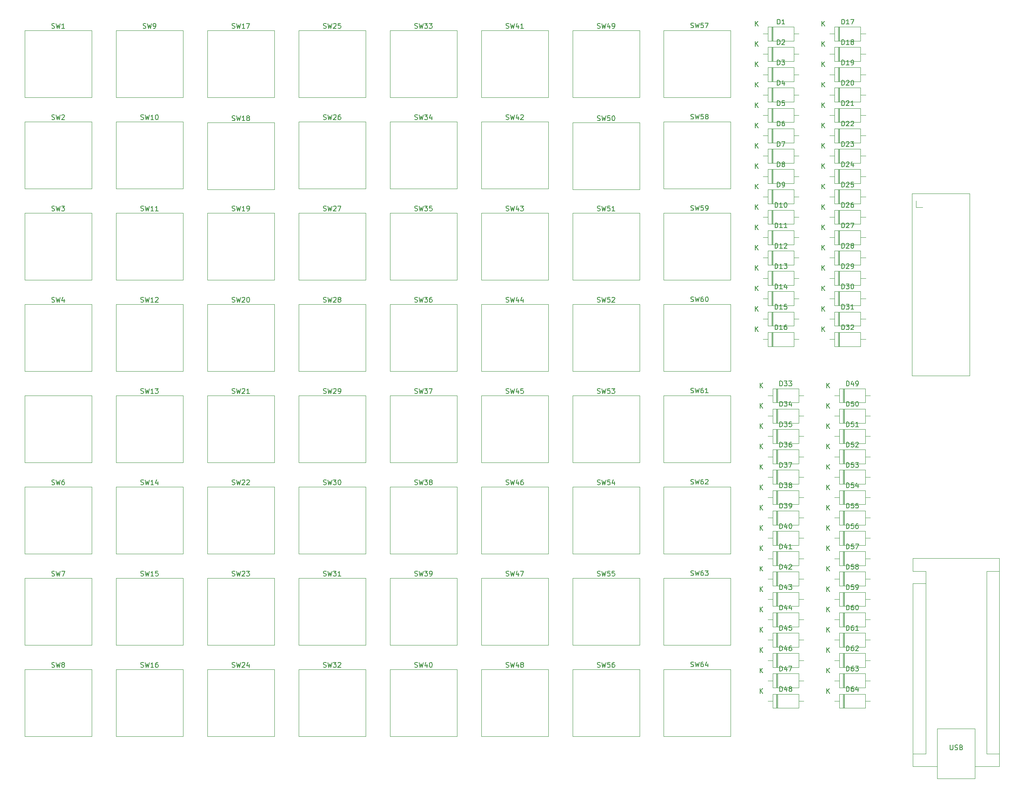
<source format=gbr>
%TF.GenerationSoftware,KiCad,Pcbnew,9.0.7*%
%TF.CreationDate,2026-02-25T16:19:16+04:00*%
%TF.ProjectId,Launchpad v1,4c61756e-6368-4706-9164-2076312e6b69,rev?*%
%TF.SameCoordinates,Original*%
%TF.FileFunction,Legend,Top*%
%TF.FilePolarity,Positive*%
%FSLAX46Y46*%
G04 Gerber Fmt 4.6, Leading zero omitted, Abs format (unit mm)*
G04 Created by KiCad (PCBNEW 9.0.7) date 2026-02-25 16:19:16*
%MOMM*%
%LPD*%
G01*
G04 APERTURE LIST*
%ADD10C,0.150000*%
%ADD11C,0.120000*%
G04 APERTURE END LIST*
D10*
X195734514Y-98178519D02*
X195734514Y-97178519D01*
X195734514Y-97178519D02*
X195972609Y-97178519D01*
X195972609Y-97178519D02*
X196115466Y-97226138D01*
X196115466Y-97226138D02*
X196210704Y-97321376D01*
X196210704Y-97321376D02*
X196258323Y-97416614D01*
X196258323Y-97416614D02*
X196305942Y-97607090D01*
X196305942Y-97607090D02*
X196305942Y-97749947D01*
X196305942Y-97749947D02*
X196258323Y-97940423D01*
X196258323Y-97940423D02*
X196210704Y-98035661D01*
X196210704Y-98035661D02*
X196115466Y-98130900D01*
X196115466Y-98130900D02*
X195972609Y-98178519D01*
X195972609Y-98178519D02*
X195734514Y-98178519D01*
X197163085Y-97511852D02*
X197163085Y-98178519D01*
X196924990Y-97130900D02*
X196686895Y-97845185D01*
X196686895Y-97845185D02*
X197305942Y-97845185D01*
X197734514Y-98178519D02*
X197924990Y-98178519D01*
X197924990Y-98178519D02*
X198020228Y-98130900D01*
X198020228Y-98130900D02*
X198067847Y-98083280D01*
X198067847Y-98083280D02*
X198163085Y-97940423D01*
X198163085Y-97940423D02*
X198210704Y-97749947D01*
X198210704Y-97749947D02*
X198210704Y-97368995D01*
X198210704Y-97368995D02*
X198163085Y-97273757D01*
X198163085Y-97273757D02*
X198115466Y-97226138D01*
X198115466Y-97226138D02*
X198020228Y-97178519D01*
X198020228Y-97178519D02*
X197829752Y-97178519D01*
X197829752Y-97178519D02*
X197734514Y-97226138D01*
X197734514Y-97226138D02*
X197686895Y-97273757D01*
X197686895Y-97273757D02*
X197639276Y-97368995D01*
X197639276Y-97368995D02*
X197639276Y-97607090D01*
X197639276Y-97607090D02*
X197686895Y-97702328D01*
X197686895Y-97702328D02*
X197734514Y-97749947D01*
X197734514Y-97749947D02*
X197829752Y-97797566D01*
X197829752Y-97797566D02*
X198020228Y-97797566D01*
X198020228Y-97797566D02*
X198115466Y-97749947D01*
X198115466Y-97749947D02*
X198163085Y-97702328D01*
X198163085Y-97702328D02*
X198210704Y-97607090D01*
X191606895Y-98548519D02*
X191606895Y-97548519D01*
X192178323Y-98548519D02*
X191749752Y-97977090D01*
X192178323Y-97548519D02*
X191606895Y-98119947D01*
X195734514Y-102428519D02*
X195734514Y-101428519D01*
X195734514Y-101428519D02*
X195972609Y-101428519D01*
X195972609Y-101428519D02*
X196115466Y-101476138D01*
X196115466Y-101476138D02*
X196210704Y-101571376D01*
X196210704Y-101571376D02*
X196258323Y-101666614D01*
X196258323Y-101666614D02*
X196305942Y-101857090D01*
X196305942Y-101857090D02*
X196305942Y-101999947D01*
X196305942Y-101999947D02*
X196258323Y-102190423D01*
X196258323Y-102190423D02*
X196210704Y-102285661D01*
X196210704Y-102285661D02*
X196115466Y-102380900D01*
X196115466Y-102380900D02*
X195972609Y-102428519D01*
X195972609Y-102428519D02*
X195734514Y-102428519D01*
X197210704Y-101428519D02*
X196734514Y-101428519D01*
X196734514Y-101428519D02*
X196686895Y-101904709D01*
X196686895Y-101904709D02*
X196734514Y-101857090D01*
X196734514Y-101857090D02*
X196829752Y-101809471D01*
X196829752Y-101809471D02*
X197067847Y-101809471D01*
X197067847Y-101809471D02*
X197163085Y-101857090D01*
X197163085Y-101857090D02*
X197210704Y-101904709D01*
X197210704Y-101904709D02*
X197258323Y-101999947D01*
X197258323Y-101999947D02*
X197258323Y-102238042D01*
X197258323Y-102238042D02*
X197210704Y-102333280D01*
X197210704Y-102333280D02*
X197163085Y-102380900D01*
X197163085Y-102380900D02*
X197067847Y-102428519D01*
X197067847Y-102428519D02*
X196829752Y-102428519D01*
X196829752Y-102428519D02*
X196734514Y-102380900D01*
X196734514Y-102380900D02*
X196686895Y-102333280D01*
X197877371Y-101428519D02*
X197972609Y-101428519D01*
X197972609Y-101428519D02*
X198067847Y-101476138D01*
X198067847Y-101476138D02*
X198115466Y-101523757D01*
X198115466Y-101523757D02*
X198163085Y-101618995D01*
X198163085Y-101618995D02*
X198210704Y-101809471D01*
X198210704Y-101809471D02*
X198210704Y-102047566D01*
X198210704Y-102047566D02*
X198163085Y-102238042D01*
X198163085Y-102238042D02*
X198115466Y-102333280D01*
X198115466Y-102333280D02*
X198067847Y-102380900D01*
X198067847Y-102380900D02*
X197972609Y-102428519D01*
X197972609Y-102428519D02*
X197877371Y-102428519D01*
X197877371Y-102428519D02*
X197782133Y-102380900D01*
X197782133Y-102380900D02*
X197734514Y-102333280D01*
X197734514Y-102333280D02*
X197686895Y-102238042D01*
X197686895Y-102238042D02*
X197639276Y-102047566D01*
X197639276Y-102047566D02*
X197639276Y-101809471D01*
X197639276Y-101809471D02*
X197686895Y-101618995D01*
X197686895Y-101618995D02*
X197734514Y-101523757D01*
X197734514Y-101523757D02*
X197782133Y-101476138D01*
X197782133Y-101476138D02*
X197877371Y-101428519D01*
X191606895Y-102798519D02*
X191606895Y-101798519D01*
X192178323Y-102798519D02*
X191749752Y-102227090D01*
X192178323Y-101798519D02*
X191606895Y-102369947D01*
X195734514Y-123678519D02*
X195734514Y-122678519D01*
X195734514Y-122678519D02*
X195972609Y-122678519D01*
X195972609Y-122678519D02*
X196115466Y-122726138D01*
X196115466Y-122726138D02*
X196210704Y-122821376D01*
X196210704Y-122821376D02*
X196258323Y-122916614D01*
X196258323Y-122916614D02*
X196305942Y-123107090D01*
X196305942Y-123107090D02*
X196305942Y-123249947D01*
X196305942Y-123249947D02*
X196258323Y-123440423D01*
X196258323Y-123440423D02*
X196210704Y-123535661D01*
X196210704Y-123535661D02*
X196115466Y-123630900D01*
X196115466Y-123630900D02*
X195972609Y-123678519D01*
X195972609Y-123678519D02*
X195734514Y-123678519D01*
X197210704Y-122678519D02*
X196734514Y-122678519D01*
X196734514Y-122678519D02*
X196686895Y-123154709D01*
X196686895Y-123154709D02*
X196734514Y-123107090D01*
X196734514Y-123107090D02*
X196829752Y-123059471D01*
X196829752Y-123059471D02*
X197067847Y-123059471D01*
X197067847Y-123059471D02*
X197163085Y-123107090D01*
X197163085Y-123107090D02*
X197210704Y-123154709D01*
X197210704Y-123154709D02*
X197258323Y-123249947D01*
X197258323Y-123249947D02*
X197258323Y-123488042D01*
X197258323Y-123488042D02*
X197210704Y-123583280D01*
X197210704Y-123583280D02*
X197163085Y-123630900D01*
X197163085Y-123630900D02*
X197067847Y-123678519D01*
X197067847Y-123678519D02*
X196829752Y-123678519D01*
X196829752Y-123678519D02*
X196734514Y-123630900D01*
X196734514Y-123630900D02*
X196686895Y-123583280D01*
X198163085Y-122678519D02*
X197686895Y-122678519D01*
X197686895Y-122678519D02*
X197639276Y-123154709D01*
X197639276Y-123154709D02*
X197686895Y-123107090D01*
X197686895Y-123107090D02*
X197782133Y-123059471D01*
X197782133Y-123059471D02*
X198020228Y-123059471D01*
X198020228Y-123059471D02*
X198115466Y-123107090D01*
X198115466Y-123107090D02*
X198163085Y-123154709D01*
X198163085Y-123154709D02*
X198210704Y-123249947D01*
X198210704Y-123249947D02*
X198210704Y-123488042D01*
X198210704Y-123488042D02*
X198163085Y-123583280D01*
X198163085Y-123583280D02*
X198115466Y-123630900D01*
X198115466Y-123630900D02*
X198020228Y-123678519D01*
X198020228Y-123678519D02*
X197782133Y-123678519D01*
X197782133Y-123678519D02*
X197686895Y-123630900D01*
X197686895Y-123630900D02*
X197639276Y-123583280D01*
X191606895Y-124048519D02*
X191606895Y-123048519D01*
X192178323Y-124048519D02*
X191749752Y-123477090D01*
X192178323Y-123048519D02*
X191606895Y-123619947D01*
X195734514Y-106678519D02*
X195734514Y-105678519D01*
X195734514Y-105678519D02*
X195972609Y-105678519D01*
X195972609Y-105678519D02*
X196115466Y-105726138D01*
X196115466Y-105726138D02*
X196210704Y-105821376D01*
X196210704Y-105821376D02*
X196258323Y-105916614D01*
X196258323Y-105916614D02*
X196305942Y-106107090D01*
X196305942Y-106107090D02*
X196305942Y-106249947D01*
X196305942Y-106249947D02*
X196258323Y-106440423D01*
X196258323Y-106440423D02*
X196210704Y-106535661D01*
X196210704Y-106535661D02*
X196115466Y-106630900D01*
X196115466Y-106630900D02*
X195972609Y-106678519D01*
X195972609Y-106678519D02*
X195734514Y-106678519D01*
X197210704Y-105678519D02*
X196734514Y-105678519D01*
X196734514Y-105678519D02*
X196686895Y-106154709D01*
X196686895Y-106154709D02*
X196734514Y-106107090D01*
X196734514Y-106107090D02*
X196829752Y-106059471D01*
X196829752Y-106059471D02*
X197067847Y-106059471D01*
X197067847Y-106059471D02*
X197163085Y-106107090D01*
X197163085Y-106107090D02*
X197210704Y-106154709D01*
X197210704Y-106154709D02*
X197258323Y-106249947D01*
X197258323Y-106249947D02*
X197258323Y-106488042D01*
X197258323Y-106488042D02*
X197210704Y-106583280D01*
X197210704Y-106583280D02*
X197163085Y-106630900D01*
X197163085Y-106630900D02*
X197067847Y-106678519D01*
X197067847Y-106678519D02*
X196829752Y-106678519D01*
X196829752Y-106678519D02*
X196734514Y-106630900D01*
X196734514Y-106630900D02*
X196686895Y-106583280D01*
X198210704Y-106678519D02*
X197639276Y-106678519D01*
X197924990Y-106678519D02*
X197924990Y-105678519D01*
X197924990Y-105678519D02*
X197829752Y-105821376D01*
X197829752Y-105821376D02*
X197734514Y-105916614D01*
X197734514Y-105916614D02*
X197639276Y-105964233D01*
X191606895Y-107048519D02*
X191606895Y-106048519D01*
X192178323Y-107048519D02*
X191749752Y-106477090D01*
X192178323Y-106048519D02*
X191606895Y-106619947D01*
X195734514Y-119428519D02*
X195734514Y-118428519D01*
X195734514Y-118428519D02*
X195972609Y-118428519D01*
X195972609Y-118428519D02*
X196115466Y-118476138D01*
X196115466Y-118476138D02*
X196210704Y-118571376D01*
X196210704Y-118571376D02*
X196258323Y-118666614D01*
X196258323Y-118666614D02*
X196305942Y-118857090D01*
X196305942Y-118857090D02*
X196305942Y-118999947D01*
X196305942Y-118999947D02*
X196258323Y-119190423D01*
X196258323Y-119190423D02*
X196210704Y-119285661D01*
X196210704Y-119285661D02*
X196115466Y-119380900D01*
X196115466Y-119380900D02*
X195972609Y-119428519D01*
X195972609Y-119428519D02*
X195734514Y-119428519D01*
X197210704Y-118428519D02*
X196734514Y-118428519D01*
X196734514Y-118428519D02*
X196686895Y-118904709D01*
X196686895Y-118904709D02*
X196734514Y-118857090D01*
X196734514Y-118857090D02*
X196829752Y-118809471D01*
X196829752Y-118809471D02*
X197067847Y-118809471D01*
X197067847Y-118809471D02*
X197163085Y-118857090D01*
X197163085Y-118857090D02*
X197210704Y-118904709D01*
X197210704Y-118904709D02*
X197258323Y-118999947D01*
X197258323Y-118999947D02*
X197258323Y-119238042D01*
X197258323Y-119238042D02*
X197210704Y-119333280D01*
X197210704Y-119333280D02*
X197163085Y-119380900D01*
X197163085Y-119380900D02*
X197067847Y-119428519D01*
X197067847Y-119428519D02*
X196829752Y-119428519D01*
X196829752Y-119428519D02*
X196734514Y-119380900D01*
X196734514Y-119380900D02*
X196686895Y-119333280D01*
X198115466Y-118761852D02*
X198115466Y-119428519D01*
X197877371Y-118380900D02*
X197639276Y-119095185D01*
X197639276Y-119095185D02*
X198258323Y-119095185D01*
X191606895Y-119798519D02*
X191606895Y-118798519D01*
X192178323Y-119798519D02*
X191749752Y-119227090D01*
X192178323Y-118798519D02*
X191606895Y-119369947D01*
X195734514Y-127928519D02*
X195734514Y-126928519D01*
X195734514Y-126928519D02*
X195972609Y-126928519D01*
X195972609Y-126928519D02*
X196115466Y-126976138D01*
X196115466Y-126976138D02*
X196210704Y-127071376D01*
X196210704Y-127071376D02*
X196258323Y-127166614D01*
X196258323Y-127166614D02*
X196305942Y-127357090D01*
X196305942Y-127357090D02*
X196305942Y-127499947D01*
X196305942Y-127499947D02*
X196258323Y-127690423D01*
X196258323Y-127690423D02*
X196210704Y-127785661D01*
X196210704Y-127785661D02*
X196115466Y-127880900D01*
X196115466Y-127880900D02*
X195972609Y-127928519D01*
X195972609Y-127928519D02*
X195734514Y-127928519D01*
X197210704Y-126928519D02*
X196734514Y-126928519D01*
X196734514Y-126928519D02*
X196686895Y-127404709D01*
X196686895Y-127404709D02*
X196734514Y-127357090D01*
X196734514Y-127357090D02*
X196829752Y-127309471D01*
X196829752Y-127309471D02*
X197067847Y-127309471D01*
X197067847Y-127309471D02*
X197163085Y-127357090D01*
X197163085Y-127357090D02*
X197210704Y-127404709D01*
X197210704Y-127404709D02*
X197258323Y-127499947D01*
X197258323Y-127499947D02*
X197258323Y-127738042D01*
X197258323Y-127738042D02*
X197210704Y-127833280D01*
X197210704Y-127833280D02*
X197163085Y-127880900D01*
X197163085Y-127880900D02*
X197067847Y-127928519D01*
X197067847Y-127928519D02*
X196829752Y-127928519D01*
X196829752Y-127928519D02*
X196734514Y-127880900D01*
X196734514Y-127880900D02*
X196686895Y-127833280D01*
X198115466Y-126928519D02*
X197924990Y-126928519D01*
X197924990Y-126928519D02*
X197829752Y-126976138D01*
X197829752Y-126976138D02*
X197782133Y-127023757D01*
X197782133Y-127023757D02*
X197686895Y-127166614D01*
X197686895Y-127166614D02*
X197639276Y-127357090D01*
X197639276Y-127357090D02*
X197639276Y-127738042D01*
X197639276Y-127738042D02*
X197686895Y-127833280D01*
X197686895Y-127833280D02*
X197734514Y-127880900D01*
X197734514Y-127880900D02*
X197829752Y-127928519D01*
X197829752Y-127928519D02*
X198020228Y-127928519D01*
X198020228Y-127928519D02*
X198115466Y-127880900D01*
X198115466Y-127880900D02*
X198163085Y-127833280D01*
X198163085Y-127833280D02*
X198210704Y-127738042D01*
X198210704Y-127738042D02*
X198210704Y-127499947D01*
X198210704Y-127499947D02*
X198163085Y-127404709D01*
X198163085Y-127404709D02*
X198115466Y-127357090D01*
X198115466Y-127357090D02*
X198020228Y-127309471D01*
X198020228Y-127309471D02*
X197829752Y-127309471D01*
X197829752Y-127309471D02*
X197734514Y-127357090D01*
X197734514Y-127357090D02*
X197686895Y-127404709D01*
X197686895Y-127404709D02*
X197639276Y-127499947D01*
X191606895Y-128298519D02*
X191606895Y-127298519D01*
X192178323Y-128298519D02*
X191749752Y-127727090D01*
X192178323Y-127298519D02*
X191606895Y-127869947D01*
X195734514Y-157678519D02*
X195734514Y-156678519D01*
X195734514Y-156678519D02*
X195972609Y-156678519D01*
X195972609Y-156678519D02*
X196115466Y-156726138D01*
X196115466Y-156726138D02*
X196210704Y-156821376D01*
X196210704Y-156821376D02*
X196258323Y-156916614D01*
X196258323Y-156916614D02*
X196305942Y-157107090D01*
X196305942Y-157107090D02*
X196305942Y-157249947D01*
X196305942Y-157249947D02*
X196258323Y-157440423D01*
X196258323Y-157440423D02*
X196210704Y-157535661D01*
X196210704Y-157535661D02*
X196115466Y-157630900D01*
X196115466Y-157630900D02*
X195972609Y-157678519D01*
X195972609Y-157678519D02*
X195734514Y-157678519D01*
X197163085Y-156678519D02*
X196972609Y-156678519D01*
X196972609Y-156678519D02*
X196877371Y-156726138D01*
X196877371Y-156726138D02*
X196829752Y-156773757D01*
X196829752Y-156773757D02*
X196734514Y-156916614D01*
X196734514Y-156916614D02*
X196686895Y-157107090D01*
X196686895Y-157107090D02*
X196686895Y-157488042D01*
X196686895Y-157488042D02*
X196734514Y-157583280D01*
X196734514Y-157583280D02*
X196782133Y-157630900D01*
X196782133Y-157630900D02*
X196877371Y-157678519D01*
X196877371Y-157678519D02*
X197067847Y-157678519D01*
X197067847Y-157678519D02*
X197163085Y-157630900D01*
X197163085Y-157630900D02*
X197210704Y-157583280D01*
X197210704Y-157583280D02*
X197258323Y-157488042D01*
X197258323Y-157488042D02*
X197258323Y-157249947D01*
X197258323Y-157249947D02*
X197210704Y-157154709D01*
X197210704Y-157154709D02*
X197163085Y-157107090D01*
X197163085Y-157107090D02*
X197067847Y-157059471D01*
X197067847Y-157059471D02*
X196877371Y-157059471D01*
X196877371Y-157059471D02*
X196782133Y-157107090D01*
X196782133Y-157107090D02*
X196734514Y-157154709D01*
X196734514Y-157154709D02*
X196686895Y-157249947D01*
X197591657Y-156678519D02*
X198210704Y-156678519D01*
X198210704Y-156678519D02*
X197877371Y-157059471D01*
X197877371Y-157059471D02*
X198020228Y-157059471D01*
X198020228Y-157059471D02*
X198115466Y-157107090D01*
X198115466Y-157107090D02*
X198163085Y-157154709D01*
X198163085Y-157154709D02*
X198210704Y-157249947D01*
X198210704Y-157249947D02*
X198210704Y-157488042D01*
X198210704Y-157488042D02*
X198163085Y-157583280D01*
X198163085Y-157583280D02*
X198115466Y-157630900D01*
X198115466Y-157630900D02*
X198020228Y-157678519D01*
X198020228Y-157678519D02*
X197734514Y-157678519D01*
X197734514Y-157678519D02*
X197639276Y-157630900D01*
X197639276Y-157630900D02*
X197591657Y-157583280D01*
X191606895Y-158048519D02*
X191606895Y-157048519D01*
X192178323Y-158048519D02*
X191749752Y-157477090D01*
X192178323Y-157048519D02*
X191606895Y-157619947D01*
X195734514Y-110928519D02*
X195734514Y-109928519D01*
X195734514Y-109928519D02*
X195972609Y-109928519D01*
X195972609Y-109928519D02*
X196115466Y-109976138D01*
X196115466Y-109976138D02*
X196210704Y-110071376D01*
X196210704Y-110071376D02*
X196258323Y-110166614D01*
X196258323Y-110166614D02*
X196305942Y-110357090D01*
X196305942Y-110357090D02*
X196305942Y-110499947D01*
X196305942Y-110499947D02*
X196258323Y-110690423D01*
X196258323Y-110690423D02*
X196210704Y-110785661D01*
X196210704Y-110785661D02*
X196115466Y-110880900D01*
X196115466Y-110880900D02*
X195972609Y-110928519D01*
X195972609Y-110928519D02*
X195734514Y-110928519D01*
X197210704Y-109928519D02*
X196734514Y-109928519D01*
X196734514Y-109928519D02*
X196686895Y-110404709D01*
X196686895Y-110404709D02*
X196734514Y-110357090D01*
X196734514Y-110357090D02*
X196829752Y-110309471D01*
X196829752Y-110309471D02*
X197067847Y-110309471D01*
X197067847Y-110309471D02*
X197163085Y-110357090D01*
X197163085Y-110357090D02*
X197210704Y-110404709D01*
X197210704Y-110404709D02*
X197258323Y-110499947D01*
X197258323Y-110499947D02*
X197258323Y-110738042D01*
X197258323Y-110738042D02*
X197210704Y-110833280D01*
X197210704Y-110833280D02*
X197163085Y-110880900D01*
X197163085Y-110880900D02*
X197067847Y-110928519D01*
X197067847Y-110928519D02*
X196829752Y-110928519D01*
X196829752Y-110928519D02*
X196734514Y-110880900D01*
X196734514Y-110880900D02*
X196686895Y-110833280D01*
X197639276Y-110023757D02*
X197686895Y-109976138D01*
X197686895Y-109976138D02*
X197782133Y-109928519D01*
X197782133Y-109928519D02*
X198020228Y-109928519D01*
X198020228Y-109928519D02*
X198115466Y-109976138D01*
X198115466Y-109976138D02*
X198163085Y-110023757D01*
X198163085Y-110023757D02*
X198210704Y-110118995D01*
X198210704Y-110118995D02*
X198210704Y-110214233D01*
X198210704Y-110214233D02*
X198163085Y-110357090D01*
X198163085Y-110357090D02*
X197591657Y-110928519D01*
X197591657Y-110928519D02*
X198210704Y-110928519D01*
X191606895Y-111298519D02*
X191606895Y-110298519D01*
X192178323Y-111298519D02*
X191749752Y-110727090D01*
X192178323Y-110298519D02*
X191606895Y-110869947D01*
X195734514Y-115178519D02*
X195734514Y-114178519D01*
X195734514Y-114178519D02*
X195972609Y-114178519D01*
X195972609Y-114178519D02*
X196115466Y-114226138D01*
X196115466Y-114226138D02*
X196210704Y-114321376D01*
X196210704Y-114321376D02*
X196258323Y-114416614D01*
X196258323Y-114416614D02*
X196305942Y-114607090D01*
X196305942Y-114607090D02*
X196305942Y-114749947D01*
X196305942Y-114749947D02*
X196258323Y-114940423D01*
X196258323Y-114940423D02*
X196210704Y-115035661D01*
X196210704Y-115035661D02*
X196115466Y-115130900D01*
X196115466Y-115130900D02*
X195972609Y-115178519D01*
X195972609Y-115178519D02*
X195734514Y-115178519D01*
X197210704Y-114178519D02*
X196734514Y-114178519D01*
X196734514Y-114178519D02*
X196686895Y-114654709D01*
X196686895Y-114654709D02*
X196734514Y-114607090D01*
X196734514Y-114607090D02*
X196829752Y-114559471D01*
X196829752Y-114559471D02*
X197067847Y-114559471D01*
X197067847Y-114559471D02*
X197163085Y-114607090D01*
X197163085Y-114607090D02*
X197210704Y-114654709D01*
X197210704Y-114654709D02*
X197258323Y-114749947D01*
X197258323Y-114749947D02*
X197258323Y-114988042D01*
X197258323Y-114988042D02*
X197210704Y-115083280D01*
X197210704Y-115083280D02*
X197163085Y-115130900D01*
X197163085Y-115130900D02*
X197067847Y-115178519D01*
X197067847Y-115178519D02*
X196829752Y-115178519D01*
X196829752Y-115178519D02*
X196734514Y-115130900D01*
X196734514Y-115130900D02*
X196686895Y-115083280D01*
X197591657Y-114178519D02*
X198210704Y-114178519D01*
X198210704Y-114178519D02*
X197877371Y-114559471D01*
X197877371Y-114559471D02*
X198020228Y-114559471D01*
X198020228Y-114559471D02*
X198115466Y-114607090D01*
X198115466Y-114607090D02*
X198163085Y-114654709D01*
X198163085Y-114654709D02*
X198210704Y-114749947D01*
X198210704Y-114749947D02*
X198210704Y-114988042D01*
X198210704Y-114988042D02*
X198163085Y-115083280D01*
X198163085Y-115083280D02*
X198115466Y-115130900D01*
X198115466Y-115130900D02*
X198020228Y-115178519D01*
X198020228Y-115178519D02*
X197734514Y-115178519D01*
X197734514Y-115178519D02*
X197639276Y-115130900D01*
X197639276Y-115130900D02*
X197591657Y-115083280D01*
X191606895Y-115548519D02*
X191606895Y-114548519D01*
X192178323Y-115548519D02*
X191749752Y-114977090D01*
X192178323Y-114548519D02*
X191606895Y-115119947D01*
X195734514Y-144928519D02*
X195734514Y-143928519D01*
X195734514Y-143928519D02*
X195972609Y-143928519D01*
X195972609Y-143928519D02*
X196115466Y-143976138D01*
X196115466Y-143976138D02*
X196210704Y-144071376D01*
X196210704Y-144071376D02*
X196258323Y-144166614D01*
X196258323Y-144166614D02*
X196305942Y-144357090D01*
X196305942Y-144357090D02*
X196305942Y-144499947D01*
X196305942Y-144499947D02*
X196258323Y-144690423D01*
X196258323Y-144690423D02*
X196210704Y-144785661D01*
X196210704Y-144785661D02*
X196115466Y-144880900D01*
X196115466Y-144880900D02*
X195972609Y-144928519D01*
X195972609Y-144928519D02*
X195734514Y-144928519D01*
X197163085Y-143928519D02*
X196972609Y-143928519D01*
X196972609Y-143928519D02*
X196877371Y-143976138D01*
X196877371Y-143976138D02*
X196829752Y-144023757D01*
X196829752Y-144023757D02*
X196734514Y-144166614D01*
X196734514Y-144166614D02*
X196686895Y-144357090D01*
X196686895Y-144357090D02*
X196686895Y-144738042D01*
X196686895Y-144738042D02*
X196734514Y-144833280D01*
X196734514Y-144833280D02*
X196782133Y-144880900D01*
X196782133Y-144880900D02*
X196877371Y-144928519D01*
X196877371Y-144928519D02*
X197067847Y-144928519D01*
X197067847Y-144928519D02*
X197163085Y-144880900D01*
X197163085Y-144880900D02*
X197210704Y-144833280D01*
X197210704Y-144833280D02*
X197258323Y-144738042D01*
X197258323Y-144738042D02*
X197258323Y-144499947D01*
X197258323Y-144499947D02*
X197210704Y-144404709D01*
X197210704Y-144404709D02*
X197163085Y-144357090D01*
X197163085Y-144357090D02*
X197067847Y-144309471D01*
X197067847Y-144309471D02*
X196877371Y-144309471D01*
X196877371Y-144309471D02*
X196782133Y-144357090D01*
X196782133Y-144357090D02*
X196734514Y-144404709D01*
X196734514Y-144404709D02*
X196686895Y-144499947D01*
X197877371Y-143928519D02*
X197972609Y-143928519D01*
X197972609Y-143928519D02*
X198067847Y-143976138D01*
X198067847Y-143976138D02*
X198115466Y-144023757D01*
X198115466Y-144023757D02*
X198163085Y-144118995D01*
X198163085Y-144118995D02*
X198210704Y-144309471D01*
X198210704Y-144309471D02*
X198210704Y-144547566D01*
X198210704Y-144547566D02*
X198163085Y-144738042D01*
X198163085Y-144738042D02*
X198115466Y-144833280D01*
X198115466Y-144833280D02*
X198067847Y-144880900D01*
X198067847Y-144880900D02*
X197972609Y-144928519D01*
X197972609Y-144928519D02*
X197877371Y-144928519D01*
X197877371Y-144928519D02*
X197782133Y-144880900D01*
X197782133Y-144880900D02*
X197734514Y-144833280D01*
X197734514Y-144833280D02*
X197686895Y-144738042D01*
X197686895Y-144738042D02*
X197639276Y-144547566D01*
X197639276Y-144547566D02*
X197639276Y-144309471D01*
X197639276Y-144309471D02*
X197686895Y-144118995D01*
X197686895Y-144118995D02*
X197734514Y-144023757D01*
X197734514Y-144023757D02*
X197782133Y-143976138D01*
X197782133Y-143976138D02*
X197877371Y-143928519D01*
X191606895Y-145298519D02*
X191606895Y-144298519D01*
X192178323Y-145298519D02*
X191749752Y-144727090D01*
X192178323Y-144298519D02*
X191606895Y-144869947D01*
X195734514Y-149178519D02*
X195734514Y-148178519D01*
X195734514Y-148178519D02*
X195972609Y-148178519D01*
X195972609Y-148178519D02*
X196115466Y-148226138D01*
X196115466Y-148226138D02*
X196210704Y-148321376D01*
X196210704Y-148321376D02*
X196258323Y-148416614D01*
X196258323Y-148416614D02*
X196305942Y-148607090D01*
X196305942Y-148607090D02*
X196305942Y-148749947D01*
X196305942Y-148749947D02*
X196258323Y-148940423D01*
X196258323Y-148940423D02*
X196210704Y-149035661D01*
X196210704Y-149035661D02*
X196115466Y-149130900D01*
X196115466Y-149130900D02*
X195972609Y-149178519D01*
X195972609Y-149178519D02*
X195734514Y-149178519D01*
X197163085Y-148178519D02*
X196972609Y-148178519D01*
X196972609Y-148178519D02*
X196877371Y-148226138D01*
X196877371Y-148226138D02*
X196829752Y-148273757D01*
X196829752Y-148273757D02*
X196734514Y-148416614D01*
X196734514Y-148416614D02*
X196686895Y-148607090D01*
X196686895Y-148607090D02*
X196686895Y-148988042D01*
X196686895Y-148988042D02*
X196734514Y-149083280D01*
X196734514Y-149083280D02*
X196782133Y-149130900D01*
X196782133Y-149130900D02*
X196877371Y-149178519D01*
X196877371Y-149178519D02*
X197067847Y-149178519D01*
X197067847Y-149178519D02*
X197163085Y-149130900D01*
X197163085Y-149130900D02*
X197210704Y-149083280D01*
X197210704Y-149083280D02*
X197258323Y-148988042D01*
X197258323Y-148988042D02*
X197258323Y-148749947D01*
X197258323Y-148749947D02*
X197210704Y-148654709D01*
X197210704Y-148654709D02*
X197163085Y-148607090D01*
X197163085Y-148607090D02*
X197067847Y-148559471D01*
X197067847Y-148559471D02*
X196877371Y-148559471D01*
X196877371Y-148559471D02*
X196782133Y-148607090D01*
X196782133Y-148607090D02*
X196734514Y-148654709D01*
X196734514Y-148654709D02*
X196686895Y-148749947D01*
X198210704Y-149178519D02*
X197639276Y-149178519D01*
X197924990Y-149178519D02*
X197924990Y-148178519D01*
X197924990Y-148178519D02*
X197829752Y-148321376D01*
X197829752Y-148321376D02*
X197734514Y-148416614D01*
X197734514Y-148416614D02*
X197639276Y-148464233D01*
X191606895Y-149548519D02*
X191606895Y-148548519D01*
X192178323Y-149548519D02*
X191749752Y-148977090D01*
X192178323Y-148548519D02*
X191606895Y-149119947D01*
X195734514Y-132178519D02*
X195734514Y-131178519D01*
X195734514Y-131178519D02*
X195972609Y-131178519D01*
X195972609Y-131178519D02*
X196115466Y-131226138D01*
X196115466Y-131226138D02*
X196210704Y-131321376D01*
X196210704Y-131321376D02*
X196258323Y-131416614D01*
X196258323Y-131416614D02*
X196305942Y-131607090D01*
X196305942Y-131607090D02*
X196305942Y-131749947D01*
X196305942Y-131749947D02*
X196258323Y-131940423D01*
X196258323Y-131940423D02*
X196210704Y-132035661D01*
X196210704Y-132035661D02*
X196115466Y-132130900D01*
X196115466Y-132130900D02*
X195972609Y-132178519D01*
X195972609Y-132178519D02*
X195734514Y-132178519D01*
X197210704Y-131178519D02*
X196734514Y-131178519D01*
X196734514Y-131178519D02*
X196686895Y-131654709D01*
X196686895Y-131654709D02*
X196734514Y-131607090D01*
X196734514Y-131607090D02*
X196829752Y-131559471D01*
X196829752Y-131559471D02*
X197067847Y-131559471D01*
X197067847Y-131559471D02*
X197163085Y-131607090D01*
X197163085Y-131607090D02*
X197210704Y-131654709D01*
X197210704Y-131654709D02*
X197258323Y-131749947D01*
X197258323Y-131749947D02*
X197258323Y-131988042D01*
X197258323Y-131988042D02*
X197210704Y-132083280D01*
X197210704Y-132083280D02*
X197163085Y-132130900D01*
X197163085Y-132130900D02*
X197067847Y-132178519D01*
X197067847Y-132178519D02*
X196829752Y-132178519D01*
X196829752Y-132178519D02*
X196734514Y-132130900D01*
X196734514Y-132130900D02*
X196686895Y-132083280D01*
X197591657Y-131178519D02*
X198258323Y-131178519D01*
X198258323Y-131178519D02*
X197829752Y-132178519D01*
X191606895Y-132548519D02*
X191606895Y-131548519D01*
X192178323Y-132548519D02*
X191749752Y-131977090D01*
X192178323Y-131548519D02*
X191606895Y-132119947D01*
X195734514Y-136428519D02*
X195734514Y-135428519D01*
X195734514Y-135428519D02*
X195972609Y-135428519D01*
X195972609Y-135428519D02*
X196115466Y-135476138D01*
X196115466Y-135476138D02*
X196210704Y-135571376D01*
X196210704Y-135571376D02*
X196258323Y-135666614D01*
X196258323Y-135666614D02*
X196305942Y-135857090D01*
X196305942Y-135857090D02*
X196305942Y-135999947D01*
X196305942Y-135999947D02*
X196258323Y-136190423D01*
X196258323Y-136190423D02*
X196210704Y-136285661D01*
X196210704Y-136285661D02*
X196115466Y-136380900D01*
X196115466Y-136380900D02*
X195972609Y-136428519D01*
X195972609Y-136428519D02*
X195734514Y-136428519D01*
X197210704Y-135428519D02*
X196734514Y-135428519D01*
X196734514Y-135428519D02*
X196686895Y-135904709D01*
X196686895Y-135904709D02*
X196734514Y-135857090D01*
X196734514Y-135857090D02*
X196829752Y-135809471D01*
X196829752Y-135809471D02*
X197067847Y-135809471D01*
X197067847Y-135809471D02*
X197163085Y-135857090D01*
X197163085Y-135857090D02*
X197210704Y-135904709D01*
X197210704Y-135904709D02*
X197258323Y-135999947D01*
X197258323Y-135999947D02*
X197258323Y-136238042D01*
X197258323Y-136238042D02*
X197210704Y-136333280D01*
X197210704Y-136333280D02*
X197163085Y-136380900D01*
X197163085Y-136380900D02*
X197067847Y-136428519D01*
X197067847Y-136428519D02*
X196829752Y-136428519D01*
X196829752Y-136428519D02*
X196734514Y-136380900D01*
X196734514Y-136380900D02*
X196686895Y-136333280D01*
X197829752Y-135857090D02*
X197734514Y-135809471D01*
X197734514Y-135809471D02*
X197686895Y-135761852D01*
X197686895Y-135761852D02*
X197639276Y-135666614D01*
X197639276Y-135666614D02*
X197639276Y-135618995D01*
X197639276Y-135618995D02*
X197686895Y-135523757D01*
X197686895Y-135523757D02*
X197734514Y-135476138D01*
X197734514Y-135476138D02*
X197829752Y-135428519D01*
X197829752Y-135428519D02*
X198020228Y-135428519D01*
X198020228Y-135428519D02*
X198115466Y-135476138D01*
X198115466Y-135476138D02*
X198163085Y-135523757D01*
X198163085Y-135523757D02*
X198210704Y-135618995D01*
X198210704Y-135618995D02*
X198210704Y-135666614D01*
X198210704Y-135666614D02*
X198163085Y-135761852D01*
X198163085Y-135761852D02*
X198115466Y-135809471D01*
X198115466Y-135809471D02*
X198020228Y-135857090D01*
X198020228Y-135857090D02*
X197829752Y-135857090D01*
X197829752Y-135857090D02*
X197734514Y-135904709D01*
X197734514Y-135904709D02*
X197686895Y-135952328D01*
X197686895Y-135952328D02*
X197639276Y-136047566D01*
X197639276Y-136047566D02*
X197639276Y-136238042D01*
X197639276Y-136238042D02*
X197686895Y-136333280D01*
X197686895Y-136333280D02*
X197734514Y-136380900D01*
X197734514Y-136380900D02*
X197829752Y-136428519D01*
X197829752Y-136428519D02*
X198020228Y-136428519D01*
X198020228Y-136428519D02*
X198115466Y-136380900D01*
X198115466Y-136380900D02*
X198163085Y-136333280D01*
X198163085Y-136333280D02*
X198210704Y-136238042D01*
X198210704Y-136238042D02*
X198210704Y-136047566D01*
X198210704Y-136047566D02*
X198163085Y-135952328D01*
X198163085Y-135952328D02*
X198115466Y-135904709D01*
X198115466Y-135904709D02*
X198020228Y-135857090D01*
X191606895Y-136798519D02*
X191606895Y-135798519D01*
X192178323Y-136798519D02*
X191749752Y-136227090D01*
X192178323Y-135798519D02*
X191606895Y-136369947D01*
X195734514Y-140678519D02*
X195734514Y-139678519D01*
X195734514Y-139678519D02*
X195972609Y-139678519D01*
X195972609Y-139678519D02*
X196115466Y-139726138D01*
X196115466Y-139726138D02*
X196210704Y-139821376D01*
X196210704Y-139821376D02*
X196258323Y-139916614D01*
X196258323Y-139916614D02*
X196305942Y-140107090D01*
X196305942Y-140107090D02*
X196305942Y-140249947D01*
X196305942Y-140249947D02*
X196258323Y-140440423D01*
X196258323Y-140440423D02*
X196210704Y-140535661D01*
X196210704Y-140535661D02*
X196115466Y-140630900D01*
X196115466Y-140630900D02*
X195972609Y-140678519D01*
X195972609Y-140678519D02*
X195734514Y-140678519D01*
X197210704Y-139678519D02*
X196734514Y-139678519D01*
X196734514Y-139678519D02*
X196686895Y-140154709D01*
X196686895Y-140154709D02*
X196734514Y-140107090D01*
X196734514Y-140107090D02*
X196829752Y-140059471D01*
X196829752Y-140059471D02*
X197067847Y-140059471D01*
X197067847Y-140059471D02*
X197163085Y-140107090D01*
X197163085Y-140107090D02*
X197210704Y-140154709D01*
X197210704Y-140154709D02*
X197258323Y-140249947D01*
X197258323Y-140249947D02*
X197258323Y-140488042D01*
X197258323Y-140488042D02*
X197210704Y-140583280D01*
X197210704Y-140583280D02*
X197163085Y-140630900D01*
X197163085Y-140630900D02*
X197067847Y-140678519D01*
X197067847Y-140678519D02*
X196829752Y-140678519D01*
X196829752Y-140678519D02*
X196734514Y-140630900D01*
X196734514Y-140630900D02*
X196686895Y-140583280D01*
X197734514Y-140678519D02*
X197924990Y-140678519D01*
X197924990Y-140678519D02*
X198020228Y-140630900D01*
X198020228Y-140630900D02*
X198067847Y-140583280D01*
X198067847Y-140583280D02*
X198163085Y-140440423D01*
X198163085Y-140440423D02*
X198210704Y-140249947D01*
X198210704Y-140249947D02*
X198210704Y-139868995D01*
X198210704Y-139868995D02*
X198163085Y-139773757D01*
X198163085Y-139773757D02*
X198115466Y-139726138D01*
X198115466Y-139726138D02*
X198020228Y-139678519D01*
X198020228Y-139678519D02*
X197829752Y-139678519D01*
X197829752Y-139678519D02*
X197734514Y-139726138D01*
X197734514Y-139726138D02*
X197686895Y-139773757D01*
X197686895Y-139773757D02*
X197639276Y-139868995D01*
X197639276Y-139868995D02*
X197639276Y-140107090D01*
X197639276Y-140107090D02*
X197686895Y-140202328D01*
X197686895Y-140202328D02*
X197734514Y-140249947D01*
X197734514Y-140249947D02*
X197829752Y-140297566D01*
X197829752Y-140297566D02*
X198020228Y-140297566D01*
X198020228Y-140297566D02*
X198115466Y-140249947D01*
X198115466Y-140249947D02*
X198163085Y-140202328D01*
X198163085Y-140202328D02*
X198210704Y-140107090D01*
X191606895Y-141048519D02*
X191606895Y-140048519D01*
X192178323Y-141048519D02*
X191749752Y-140477090D01*
X192178323Y-140048519D02*
X191606895Y-140619947D01*
X195734514Y-153428519D02*
X195734514Y-152428519D01*
X195734514Y-152428519D02*
X195972609Y-152428519D01*
X195972609Y-152428519D02*
X196115466Y-152476138D01*
X196115466Y-152476138D02*
X196210704Y-152571376D01*
X196210704Y-152571376D02*
X196258323Y-152666614D01*
X196258323Y-152666614D02*
X196305942Y-152857090D01*
X196305942Y-152857090D02*
X196305942Y-152999947D01*
X196305942Y-152999947D02*
X196258323Y-153190423D01*
X196258323Y-153190423D02*
X196210704Y-153285661D01*
X196210704Y-153285661D02*
X196115466Y-153380900D01*
X196115466Y-153380900D02*
X195972609Y-153428519D01*
X195972609Y-153428519D02*
X195734514Y-153428519D01*
X197163085Y-152428519D02*
X196972609Y-152428519D01*
X196972609Y-152428519D02*
X196877371Y-152476138D01*
X196877371Y-152476138D02*
X196829752Y-152523757D01*
X196829752Y-152523757D02*
X196734514Y-152666614D01*
X196734514Y-152666614D02*
X196686895Y-152857090D01*
X196686895Y-152857090D02*
X196686895Y-153238042D01*
X196686895Y-153238042D02*
X196734514Y-153333280D01*
X196734514Y-153333280D02*
X196782133Y-153380900D01*
X196782133Y-153380900D02*
X196877371Y-153428519D01*
X196877371Y-153428519D02*
X197067847Y-153428519D01*
X197067847Y-153428519D02*
X197163085Y-153380900D01*
X197163085Y-153380900D02*
X197210704Y-153333280D01*
X197210704Y-153333280D02*
X197258323Y-153238042D01*
X197258323Y-153238042D02*
X197258323Y-152999947D01*
X197258323Y-152999947D02*
X197210704Y-152904709D01*
X197210704Y-152904709D02*
X197163085Y-152857090D01*
X197163085Y-152857090D02*
X197067847Y-152809471D01*
X197067847Y-152809471D02*
X196877371Y-152809471D01*
X196877371Y-152809471D02*
X196782133Y-152857090D01*
X196782133Y-152857090D02*
X196734514Y-152904709D01*
X196734514Y-152904709D02*
X196686895Y-152999947D01*
X197639276Y-152523757D02*
X197686895Y-152476138D01*
X197686895Y-152476138D02*
X197782133Y-152428519D01*
X197782133Y-152428519D02*
X198020228Y-152428519D01*
X198020228Y-152428519D02*
X198115466Y-152476138D01*
X198115466Y-152476138D02*
X198163085Y-152523757D01*
X198163085Y-152523757D02*
X198210704Y-152618995D01*
X198210704Y-152618995D02*
X198210704Y-152714233D01*
X198210704Y-152714233D02*
X198163085Y-152857090D01*
X198163085Y-152857090D02*
X197591657Y-153428519D01*
X197591657Y-153428519D02*
X198210704Y-153428519D01*
X191606895Y-153798519D02*
X191606895Y-152798519D01*
X192178323Y-153798519D02*
X191749752Y-153227090D01*
X192178323Y-152798519D02*
X191606895Y-153369947D01*
X163241726Y-61489650D02*
X163384583Y-61537269D01*
X163384583Y-61537269D02*
X163622678Y-61537269D01*
X163622678Y-61537269D02*
X163717916Y-61489650D01*
X163717916Y-61489650D02*
X163765535Y-61442030D01*
X163765535Y-61442030D02*
X163813154Y-61346792D01*
X163813154Y-61346792D02*
X163813154Y-61251554D01*
X163813154Y-61251554D02*
X163765535Y-61156316D01*
X163765535Y-61156316D02*
X163717916Y-61108697D01*
X163717916Y-61108697D02*
X163622678Y-61061078D01*
X163622678Y-61061078D02*
X163432202Y-61013459D01*
X163432202Y-61013459D02*
X163336964Y-60965840D01*
X163336964Y-60965840D02*
X163289345Y-60918221D01*
X163289345Y-60918221D02*
X163241726Y-60822983D01*
X163241726Y-60822983D02*
X163241726Y-60727745D01*
X163241726Y-60727745D02*
X163289345Y-60632507D01*
X163289345Y-60632507D02*
X163336964Y-60584888D01*
X163336964Y-60584888D02*
X163432202Y-60537269D01*
X163432202Y-60537269D02*
X163670297Y-60537269D01*
X163670297Y-60537269D02*
X163813154Y-60584888D01*
X164146488Y-60537269D02*
X164384583Y-61537269D01*
X164384583Y-61537269D02*
X164575059Y-60822983D01*
X164575059Y-60822983D02*
X164765535Y-61537269D01*
X164765535Y-61537269D02*
X165003631Y-60537269D01*
X165860773Y-60537269D02*
X165384583Y-60537269D01*
X165384583Y-60537269D02*
X165336964Y-61013459D01*
X165336964Y-61013459D02*
X165384583Y-60965840D01*
X165384583Y-60965840D02*
X165479821Y-60918221D01*
X165479821Y-60918221D02*
X165717916Y-60918221D01*
X165717916Y-60918221D02*
X165813154Y-60965840D01*
X165813154Y-60965840D02*
X165860773Y-61013459D01*
X165860773Y-61013459D02*
X165908392Y-61108697D01*
X165908392Y-61108697D02*
X165908392Y-61346792D01*
X165908392Y-61346792D02*
X165860773Y-61442030D01*
X165860773Y-61442030D02*
X165813154Y-61489650D01*
X165813154Y-61489650D02*
X165717916Y-61537269D01*
X165717916Y-61537269D02*
X165479821Y-61537269D01*
X165479821Y-61537269D02*
X165384583Y-61489650D01*
X165384583Y-61489650D02*
X165336964Y-61442030D01*
X166384583Y-61537269D02*
X166575059Y-61537269D01*
X166575059Y-61537269D02*
X166670297Y-61489650D01*
X166670297Y-61489650D02*
X166717916Y-61442030D01*
X166717916Y-61442030D02*
X166813154Y-61299173D01*
X166813154Y-61299173D02*
X166860773Y-61108697D01*
X166860773Y-61108697D02*
X166860773Y-60727745D01*
X166860773Y-60727745D02*
X166813154Y-60632507D01*
X166813154Y-60632507D02*
X166765535Y-60584888D01*
X166765535Y-60584888D02*
X166670297Y-60537269D01*
X166670297Y-60537269D02*
X166479821Y-60537269D01*
X166479821Y-60537269D02*
X166384583Y-60584888D01*
X166384583Y-60584888D02*
X166336964Y-60632507D01*
X166336964Y-60632507D02*
X166289345Y-60727745D01*
X166289345Y-60727745D02*
X166289345Y-60965840D01*
X166289345Y-60965840D02*
X166336964Y-61061078D01*
X166336964Y-61061078D02*
X166384583Y-61108697D01*
X166384583Y-61108697D02*
X166479821Y-61156316D01*
X166479821Y-61156316D02*
X166670297Y-61156316D01*
X166670297Y-61156316D02*
X166765535Y-61108697D01*
X166765535Y-61108697D02*
X166813154Y-61061078D01*
X166813154Y-61061078D02*
X166860773Y-60965840D01*
X163241726Y-23389650D02*
X163384583Y-23437269D01*
X163384583Y-23437269D02*
X163622678Y-23437269D01*
X163622678Y-23437269D02*
X163717916Y-23389650D01*
X163717916Y-23389650D02*
X163765535Y-23342030D01*
X163765535Y-23342030D02*
X163813154Y-23246792D01*
X163813154Y-23246792D02*
X163813154Y-23151554D01*
X163813154Y-23151554D02*
X163765535Y-23056316D01*
X163765535Y-23056316D02*
X163717916Y-23008697D01*
X163717916Y-23008697D02*
X163622678Y-22961078D01*
X163622678Y-22961078D02*
X163432202Y-22913459D01*
X163432202Y-22913459D02*
X163336964Y-22865840D01*
X163336964Y-22865840D02*
X163289345Y-22818221D01*
X163289345Y-22818221D02*
X163241726Y-22722983D01*
X163241726Y-22722983D02*
X163241726Y-22627745D01*
X163241726Y-22627745D02*
X163289345Y-22532507D01*
X163289345Y-22532507D02*
X163336964Y-22484888D01*
X163336964Y-22484888D02*
X163432202Y-22437269D01*
X163432202Y-22437269D02*
X163670297Y-22437269D01*
X163670297Y-22437269D02*
X163813154Y-22484888D01*
X164146488Y-22437269D02*
X164384583Y-23437269D01*
X164384583Y-23437269D02*
X164575059Y-22722983D01*
X164575059Y-22722983D02*
X164765535Y-23437269D01*
X164765535Y-23437269D02*
X165003631Y-22437269D01*
X165860773Y-22437269D02*
X165384583Y-22437269D01*
X165384583Y-22437269D02*
X165336964Y-22913459D01*
X165336964Y-22913459D02*
X165384583Y-22865840D01*
X165384583Y-22865840D02*
X165479821Y-22818221D01*
X165479821Y-22818221D02*
X165717916Y-22818221D01*
X165717916Y-22818221D02*
X165813154Y-22865840D01*
X165813154Y-22865840D02*
X165860773Y-22913459D01*
X165860773Y-22913459D02*
X165908392Y-23008697D01*
X165908392Y-23008697D02*
X165908392Y-23246792D01*
X165908392Y-23246792D02*
X165860773Y-23342030D01*
X165860773Y-23342030D02*
X165813154Y-23389650D01*
X165813154Y-23389650D02*
X165717916Y-23437269D01*
X165717916Y-23437269D02*
X165479821Y-23437269D01*
X165479821Y-23437269D02*
X165384583Y-23389650D01*
X165384583Y-23389650D02*
X165336964Y-23342030D01*
X166241726Y-22437269D02*
X166908392Y-22437269D01*
X166908392Y-22437269D02*
X166479821Y-23437269D01*
X163241726Y-42439650D02*
X163384583Y-42487269D01*
X163384583Y-42487269D02*
X163622678Y-42487269D01*
X163622678Y-42487269D02*
X163717916Y-42439650D01*
X163717916Y-42439650D02*
X163765535Y-42392030D01*
X163765535Y-42392030D02*
X163813154Y-42296792D01*
X163813154Y-42296792D02*
X163813154Y-42201554D01*
X163813154Y-42201554D02*
X163765535Y-42106316D01*
X163765535Y-42106316D02*
X163717916Y-42058697D01*
X163717916Y-42058697D02*
X163622678Y-42011078D01*
X163622678Y-42011078D02*
X163432202Y-41963459D01*
X163432202Y-41963459D02*
X163336964Y-41915840D01*
X163336964Y-41915840D02*
X163289345Y-41868221D01*
X163289345Y-41868221D02*
X163241726Y-41772983D01*
X163241726Y-41772983D02*
X163241726Y-41677745D01*
X163241726Y-41677745D02*
X163289345Y-41582507D01*
X163289345Y-41582507D02*
X163336964Y-41534888D01*
X163336964Y-41534888D02*
X163432202Y-41487269D01*
X163432202Y-41487269D02*
X163670297Y-41487269D01*
X163670297Y-41487269D02*
X163813154Y-41534888D01*
X164146488Y-41487269D02*
X164384583Y-42487269D01*
X164384583Y-42487269D02*
X164575059Y-41772983D01*
X164575059Y-41772983D02*
X164765535Y-42487269D01*
X164765535Y-42487269D02*
X165003631Y-41487269D01*
X165860773Y-41487269D02*
X165384583Y-41487269D01*
X165384583Y-41487269D02*
X165336964Y-41963459D01*
X165336964Y-41963459D02*
X165384583Y-41915840D01*
X165384583Y-41915840D02*
X165479821Y-41868221D01*
X165479821Y-41868221D02*
X165717916Y-41868221D01*
X165717916Y-41868221D02*
X165813154Y-41915840D01*
X165813154Y-41915840D02*
X165860773Y-41963459D01*
X165860773Y-41963459D02*
X165908392Y-42058697D01*
X165908392Y-42058697D02*
X165908392Y-42296792D01*
X165908392Y-42296792D02*
X165860773Y-42392030D01*
X165860773Y-42392030D02*
X165813154Y-42439650D01*
X165813154Y-42439650D02*
X165717916Y-42487269D01*
X165717916Y-42487269D02*
X165479821Y-42487269D01*
X165479821Y-42487269D02*
X165384583Y-42439650D01*
X165384583Y-42439650D02*
X165336964Y-42392030D01*
X166479821Y-41915840D02*
X166384583Y-41868221D01*
X166384583Y-41868221D02*
X166336964Y-41820602D01*
X166336964Y-41820602D02*
X166289345Y-41725364D01*
X166289345Y-41725364D02*
X166289345Y-41677745D01*
X166289345Y-41677745D02*
X166336964Y-41582507D01*
X166336964Y-41582507D02*
X166384583Y-41534888D01*
X166384583Y-41534888D02*
X166479821Y-41487269D01*
X166479821Y-41487269D02*
X166670297Y-41487269D01*
X166670297Y-41487269D02*
X166765535Y-41534888D01*
X166765535Y-41534888D02*
X166813154Y-41582507D01*
X166813154Y-41582507D02*
X166860773Y-41677745D01*
X166860773Y-41677745D02*
X166860773Y-41725364D01*
X166860773Y-41725364D02*
X166813154Y-41820602D01*
X166813154Y-41820602D02*
X166765535Y-41868221D01*
X166765535Y-41868221D02*
X166670297Y-41915840D01*
X166670297Y-41915840D02*
X166479821Y-41915840D01*
X166479821Y-41915840D02*
X166384583Y-41963459D01*
X166384583Y-41963459D02*
X166336964Y-42011078D01*
X166336964Y-42011078D02*
X166289345Y-42106316D01*
X166289345Y-42106316D02*
X166289345Y-42296792D01*
X166289345Y-42296792D02*
X166336964Y-42392030D01*
X166336964Y-42392030D02*
X166384583Y-42439650D01*
X166384583Y-42439650D02*
X166479821Y-42487269D01*
X166479821Y-42487269D02*
X166670297Y-42487269D01*
X166670297Y-42487269D02*
X166765535Y-42439650D01*
X166765535Y-42439650D02*
X166813154Y-42392030D01*
X166813154Y-42392030D02*
X166860773Y-42296792D01*
X166860773Y-42296792D02*
X166860773Y-42106316D01*
X166860773Y-42106316D02*
X166813154Y-42011078D01*
X166813154Y-42011078D02*
X166765535Y-41963459D01*
X166765535Y-41963459D02*
X166670297Y-41915840D01*
X163241726Y-80539650D02*
X163384583Y-80587269D01*
X163384583Y-80587269D02*
X163622678Y-80587269D01*
X163622678Y-80587269D02*
X163717916Y-80539650D01*
X163717916Y-80539650D02*
X163765535Y-80492030D01*
X163765535Y-80492030D02*
X163813154Y-80396792D01*
X163813154Y-80396792D02*
X163813154Y-80301554D01*
X163813154Y-80301554D02*
X163765535Y-80206316D01*
X163765535Y-80206316D02*
X163717916Y-80158697D01*
X163717916Y-80158697D02*
X163622678Y-80111078D01*
X163622678Y-80111078D02*
X163432202Y-80063459D01*
X163432202Y-80063459D02*
X163336964Y-80015840D01*
X163336964Y-80015840D02*
X163289345Y-79968221D01*
X163289345Y-79968221D02*
X163241726Y-79872983D01*
X163241726Y-79872983D02*
X163241726Y-79777745D01*
X163241726Y-79777745D02*
X163289345Y-79682507D01*
X163289345Y-79682507D02*
X163336964Y-79634888D01*
X163336964Y-79634888D02*
X163432202Y-79587269D01*
X163432202Y-79587269D02*
X163670297Y-79587269D01*
X163670297Y-79587269D02*
X163813154Y-79634888D01*
X164146488Y-79587269D02*
X164384583Y-80587269D01*
X164384583Y-80587269D02*
X164575059Y-79872983D01*
X164575059Y-79872983D02*
X164765535Y-80587269D01*
X164765535Y-80587269D02*
X165003631Y-79587269D01*
X165813154Y-79587269D02*
X165622678Y-79587269D01*
X165622678Y-79587269D02*
X165527440Y-79634888D01*
X165527440Y-79634888D02*
X165479821Y-79682507D01*
X165479821Y-79682507D02*
X165384583Y-79825364D01*
X165384583Y-79825364D02*
X165336964Y-80015840D01*
X165336964Y-80015840D02*
X165336964Y-80396792D01*
X165336964Y-80396792D02*
X165384583Y-80492030D01*
X165384583Y-80492030D02*
X165432202Y-80539650D01*
X165432202Y-80539650D02*
X165527440Y-80587269D01*
X165527440Y-80587269D02*
X165717916Y-80587269D01*
X165717916Y-80587269D02*
X165813154Y-80539650D01*
X165813154Y-80539650D02*
X165860773Y-80492030D01*
X165860773Y-80492030D02*
X165908392Y-80396792D01*
X165908392Y-80396792D02*
X165908392Y-80158697D01*
X165908392Y-80158697D02*
X165860773Y-80063459D01*
X165860773Y-80063459D02*
X165813154Y-80015840D01*
X165813154Y-80015840D02*
X165717916Y-79968221D01*
X165717916Y-79968221D02*
X165527440Y-79968221D01*
X165527440Y-79968221D02*
X165432202Y-80015840D01*
X165432202Y-80015840D02*
X165384583Y-80063459D01*
X165384583Y-80063459D02*
X165336964Y-80158697D01*
X166527440Y-79587269D02*
X166622678Y-79587269D01*
X166622678Y-79587269D02*
X166717916Y-79634888D01*
X166717916Y-79634888D02*
X166765535Y-79682507D01*
X166765535Y-79682507D02*
X166813154Y-79777745D01*
X166813154Y-79777745D02*
X166860773Y-79968221D01*
X166860773Y-79968221D02*
X166860773Y-80206316D01*
X166860773Y-80206316D02*
X166813154Y-80396792D01*
X166813154Y-80396792D02*
X166765535Y-80492030D01*
X166765535Y-80492030D02*
X166717916Y-80539650D01*
X166717916Y-80539650D02*
X166622678Y-80587269D01*
X166622678Y-80587269D02*
X166527440Y-80587269D01*
X166527440Y-80587269D02*
X166432202Y-80539650D01*
X166432202Y-80539650D02*
X166384583Y-80492030D01*
X166384583Y-80492030D02*
X166336964Y-80396792D01*
X166336964Y-80396792D02*
X166289345Y-80206316D01*
X166289345Y-80206316D02*
X166289345Y-79968221D01*
X166289345Y-79968221D02*
X166336964Y-79777745D01*
X166336964Y-79777745D02*
X166384583Y-79682507D01*
X166384583Y-79682507D02*
X166432202Y-79634888D01*
X166432202Y-79634888D02*
X166527440Y-79587269D01*
X194743214Y-82172319D02*
X194743214Y-81172319D01*
X194743214Y-81172319D02*
X194981309Y-81172319D01*
X194981309Y-81172319D02*
X195124166Y-81219938D01*
X195124166Y-81219938D02*
X195219404Y-81315176D01*
X195219404Y-81315176D02*
X195267023Y-81410414D01*
X195267023Y-81410414D02*
X195314642Y-81600890D01*
X195314642Y-81600890D02*
X195314642Y-81743747D01*
X195314642Y-81743747D02*
X195267023Y-81934223D01*
X195267023Y-81934223D02*
X195219404Y-82029461D01*
X195219404Y-82029461D02*
X195124166Y-82124700D01*
X195124166Y-82124700D02*
X194981309Y-82172319D01*
X194981309Y-82172319D02*
X194743214Y-82172319D01*
X195647976Y-81172319D02*
X196267023Y-81172319D01*
X196267023Y-81172319D02*
X195933690Y-81553271D01*
X195933690Y-81553271D02*
X196076547Y-81553271D01*
X196076547Y-81553271D02*
X196171785Y-81600890D01*
X196171785Y-81600890D02*
X196219404Y-81648509D01*
X196219404Y-81648509D02*
X196267023Y-81743747D01*
X196267023Y-81743747D02*
X196267023Y-81981842D01*
X196267023Y-81981842D02*
X196219404Y-82077080D01*
X196219404Y-82077080D02*
X196171785Y-82124700D01*
X196171785Y-82124700D02*
X196076547Y-82172319D01*
X196076547Y-82172319D02*
X195790833Y-82172319D01*
X195790833Y-82172319D02*
X195695595Y-82124700D01*
X195695595Y-82124700D02*
X195647976Y-82077080D01*
X197219404Y-82172319D02*
X196647976Y-82172319D01*
X196933690Y-82172319D02*
X196933690Y-81172319D01*
X196933690Y-81172319D02*
X196838452Y-81315176D01*
X196838452Y-81315176D02*
X196743214Y-81410414D01*
X196743214Y-81410414D02*
X196647976Y-81458033D01*
X190615595Y-82542319D02*
X190615595Y-81542319D01*
X191187023Y-82542319D02*
X190758452Y-81970890D01*
X191187023Y-81542319D02*
X190615595Y-82113747D01*
X181824514Y-106678519D02*
X181824514Y-105678519D01*
X181824514Y-105678519D02*
X182062609Y-105678519D01*
X182062609Y-105678519D02*
X182205466Y-105726138D01*
X182205466Y-105726138D02*
X182300704Y-105821376D01*
X182300704Y-105821376D02*
X182348323Y-105916614D01*
X182348323Y-105916614D02*
X182395942Y-106107090D01*
X182395942Y-106107090D02*
X182395942Y-106249947D01*
X182395942Y-106249947D02*
X182348323Y-106440423D01*
X182348323Y-106440423D02*
X182300704Y-106535661D01*
X182300704Y-106535661D02*
X182205466Y-106630900D01*
X182205466Y-106630900D02*
X182062609Y-106678519D01*
X182062609Y-106678519D02*
X181824514Y-106678519D01*
X182729276Y-105678519D02*
X183348323Y-105678519D01*
X183348323Y-105678519D02*
X183014990Y-106059471D01*
X183014990Y-106059471D02*
X183157847Y-106059471D01*
X183157847Y-106059471D02*
X183253085Y-106107090D01*
X183253085Y-106107090D02*
X183300704Y-106154709D01*
X183300704Y-106154709D02*
X183348323Y-106249947D01*
X183348323Y-106249947D02*
X183348323Y-106488042D01*
X183348323Y-106488042D02*
X183300704Y-106583280D01*
X183300704Y-106583280D02*
X183253085Y-106630900D01*
X183253085Y-106630900D02*
X183157847Y-106678519D01*
X183157847Y-106678519D02*
X182872133Y-106678519D01*
X182872133Y-106678519D02*
X182776895Y-106630900D01*
X182776895Y-106630900D02*
X182729276Y-106583280D01*
X184253085Y-105678519D02*
X183776895Y-105678519D01*
X183776895Y-105678519D02*
X183729276Y-106154709D01*
X183729276Y-106154709D02*
X183776895Y-106107090D01*
X183776895Y-106107090D02*
X183872133Y-106059471D01*
X183872133Y-106059471D02*
X184110228Y-106059471D01*
X184110228Y-106059471D02*
X184205466Y-106107090D01*
X184205466Y-106107090D02*
X184253085Y-106154709D01*
X184253085Y-106154709D02*
X184300704Y-106249947D01*
X184300704Y-106249947D02*
X184300704Y-106488042D01*
X184300704Y-106488042D02*
X184253085Y-106583280D01*
X184253085Y-106583280D02*
X184205466Y-106630900D01*
X184205466Y-106630900D02*
X184110228Y-106678519D01*
X184110228Y-106678519D02*
X183872133Y-106678519D01*
X183872133Y-106678519D02*
X183776895Y-106630900D01*
X183776895Y-106630900D02*
X183729276Y-106583280D01*
X177696895Y-107048519D02*
X177696895Y-106048519D01*
X178268323Y-107048519D02*
X177839752Y-106477090D01*
X178268323Y-106048519D02*
X177696895Y-106619947D01*
X181824514Y-98178519D02*
X181824514Y-97178519D01*
X181824514Y-97178519D02*
X182062609Y-97178519D01*
X182062609Y-97178519D02*
X182205466Y-97226138D01*
X182205466Y-97226138D02*
X182300704Y-97321376D01*
X182300704Y-97321376D02*
X182348323Y-97416614D01*
X182348323Y-97416614D02*
X182395942Y-97607090D01*
X182395942Y-97607090D02*
X182395942Y-97749947D01*
X182395942Y-97749947D02*
X182348323Y-97940423D01*
X182348323Y-97940423D02*
X182300704Y-98035661D01*
X182300704Y-98035661D02*
X182205466Y-98130900D01*
X182205466Y-98130900D02*
X182062609Y-98178519D01*
X182062609Y-98178519D02*
X181824514Y-98178519D01*
X182729276Y-97178519D02*
X183348323Y-97178519D01*
X183348323Y-97178519D02*
X183014990Y-97559471D01*
X183014990Y-97559471D02*
X183157847Y-97559471D01*
X183157847Y-97559471D02*
X183253085Y-97607090D01*
X183253085Y-97607090D02*
X183300704Y-97654709D01*
X183300704Y-97654709D02*
X183348323Y-97749947D01*
X183348323Y-97749947D02*
X183348323Y-97988042D01*
X183348323Y-97988042D02*
X183300704Y-98083280D01*
X183300704Y-98083280D02*
X183253085Y-98130900D01*
X183253085Y-98130900D02*
X183157847Y-98178519D01*
X183157847Y-98178519D02*
X182872133Y-98178519D01*
X182872133Y-98178519D02*
X182776895Y-98130900D01*
X182776895Y-98130900D02*
X182729276Y-98083280D01*
X183681657Y-97178519D02*
X184300704Y-97178519D01*
X184300704Y-97178519D02*
X183967371Y-97559471D01*
X183967371Y-97559471D02*
X184110228Y-97559471D01*
X184110228Y-97559471D02*
X184205466Y-97607090D01*
X184205466Y-97607090D02*
X184253085Y-97654709D01*
X184253085Y-97654709D02*
X184300704Y-97749947D01*
X184300704Y-97749947D02*
X184300704Y-97988042D01*
X184300704Y-97988042D02*
X184253085Y-98083280D01*
X184253085Y-98083280D02*
X184205466Y-98130900D01*
X184205466Y-98130900D02*
X184110228Y-98178519D01*
X184110228Y-98178519D02*
X183824514Y-98178519D01*
X183824514Y-98178519D02*
X183729276Y-98130900D01*
X183729276Y-98130900D02*
X183681657Y-98083280D01*
X177696895Y-98548519D02*
X177696895Y-97548519D01*
X178268323Y-98548519D02*
X177839752Y-97977090D01*
X178268323Y-97548519D02*
X177696895Y-98119947D01*
X181824514Y-127928519D02*
X181824514Y-126928519D01*
X181824514Y-126928519D02*
X182062609Y-126928519D01*
X182062609Y-126928519D02*
X182205466Y-126976138D01*
X182205466Y-126976138D02*
X182300704Y-127071376D01*
X182300704Y-127071376D02*
X182348323Y-127166614D01*
X182348323Y-127166614D02*
X182395942Y-127357090D01*
X182395942Y-127357090D02*
X182395942Y-127499947D01*
X182395942Y-127499947D02*
X182348323Y-127690423D01*
X182348323Y-127690423D02*
X182300704Y-127785661D01*
X182300704Y-127785661D02*
X182205466Y-127880900D01*
X182205466Y-127880900D02*
X182062609Y-127928519D01*
X182062609Y-127928519D02*
X181824514Y-127928519D01*
X183253085Y-127261852D02*
X183253085Y-127928519D01*
X183014990Y-126880900D02*
X182776895Y-127595185D01*
X182776895Y-127595185D02*
X183395942Y-127595185D01*
X183967371Y-126928519D02*
X184062609Y-126928519D01*
X184062609Y-126928519D02*
X184157847Y-126976138D01*
X184157847Y-126976138D02*
X184205466Y-127023757D01*
X184205466Y-127023757D02*
X184253085Y-127118995D01*
X184253085Y-127118995D02*
X184300704Y-127309471D01*
X184300704Y-127309471D02*
X184300704Y-127547566D01*
X184300704Y-127547566D02*
X184253085Y-127738042D01*
X184253085Y-127738042D02*
X184205466Y-127833280D01*
X184205466Y-127833280D02*
X184157847Y-127880900D01*
X184157847Y-127880900D02*
X184062609Y-127928519D01*
X184062609Y-127928519D02*
X183967371Y-127928519D01*
X183967371Y-127928519D02*
X183872133Y-127880900D01*
X183872133Y-127880900D02*
X183824514Y-127833280D01*
X183824514Y-127833280D02*
X183776895Y-127738042D01*
X183776895Y-127738042D02*
X183729276Y-127547566D01*
X183729276Y-127547566D02*
X183729276Y-127309471D01*
X183729276Y-127309471D02*
X183776895Y-127118995D01*
X183776895Y-127118995D02*
X183824514Y-127023757D01*
X183824514Y-127023757D02*
X183872133Y-126976138D01*
X183872133Y-126976138D02*
X183967371Y-126928519D01*
X177696895Y-128298519D02*
X177696895Y-127298519D01*
X178268323Y-128298519D02*
X177839752Y-127727090D01*
X178268323Y-127298519D02*
X177696895Y-127869947D01*
X181824514Y-119428519D02*
X181824514Y-118428519D01*
X181824514Y-118428519D02*
X182062609Y-118428519D01*
X182062609Y-118428519D02*
X182205466Y-118476138D01*
X182205466Y-118476138D02*
X182300704Y-118571376D01*
X182300704Y-118571376D02*
X182348323Y-118666614D01*
X182348323Y-118666614D02*
X182395942Y-118857090D01*
X182395942Y-118857090D02*
X182395942Y-118999947D01*
X182395942Y-118999947D02*
X182348323Y-119190423D01*
X182348323Y-119190423D02*
X182300704Y-119285661D01*
X182300704Y-119285661D02*
X182205466Y-119380900D01*
X182205466Y-119380900D02*
X182062609Y-119428519D01*
X182062609Y-119428519D02*
X181824514Y-119428519D01*
X182729276Y-118428519D02*
X183348323Y-118428519D01*
X183348323Y-118428519D02*
X183014990Y-118809471D01*
X183014990Y-118809471D02*
X183157847Y-118809471D01*
X183157847Y-118809471D02*
X183253085Y-118857090D01*
X183253085Y-118857090D02*
X183300704Y-118904709D01*
X183300704Y-118904709D02*
X183348323Y-118999947D01*
X183348323Y-118999947D02*
X183348323Y-119238042D01*
X183348323Y-119238042D02*
X183300704Y-119333280D01*
X183300704Y-119333280D02*
X183253085Y-119380900D01*
X183253085Y-119380900D02*
X183157847Y-119428519D01*
X183157847Y-119428519D02*
X182872133Y-119428519D01*
X182872133Y-119428519D02*
X182776895Y-119380900D01*
X182776895Y-119380900D02*
X182729276Y-119333280D01*
X183919752Y-118857090D02*
X183824514Y-118809471D01*
X183824514Y-118809471D02*
X183776895Y-118761852D01*
X183776895Y-118761852D02*
X183729276Y-118666614D01*
X183729276Y-118666614D02*
X183729276Y-118618995D01*
X183729276Y-118618995D02*
X183776895Y-118523757D01*
X183776895Y-118523757D02*
X183824514Y-118476138D01*
X183824514Y-118476138D02*
X183919752Y-118428519D01*
X183919752Y-118428519D02*
X184110228Y-118428519D01*
X184110228Y-118428519D02*
X184205466Y-118476138D01*
X184205466Y-118476138D02*
X184253085Y-118523757D01*
X184253085Y-118523757D02*
X184300704Y-118618995D01*
X184300704Y-118618995D02*
X184300704Y-118666614D01*
X184300704Y-118666614D02*
X184253085Y-118761852D01*
X184253085Y-118761852D02*
X184205466Y-118809471D01*
X184205466Y-118809471D02*
X184110228Y-118857090D01*
X184110228Y-118857090D02*
X183919752Y-118857090D01*
X183919752Y-118857090D02*
X183824514Y-118904709D01*
X183824514Y-118904709D02*
X183776895Y-118952328D01*
X183776895Y-118952328D02*
X183729276Y-119047566D01*
X183729276Y-119047566D02*
X183729276Y-119238042D01*
X183729276Y-119238042D02*
X183776895Y-119333280D01*
X183776895Y-119333280D02*
X183824514Y-119380900D01*
X183824514Y-119380900D02*
X183919752Y-119428519D01*
X183919752Y-119428519D02*
X184110228Y-119428519D01*
X184110228Y-119428519D02*
X184205466Y-119380900D01*
X184205466Y-119380900D02*
X184253085Y-119333280D01*
X184253085Y-119333280D02*
X184300704Y-119238042D01*
X184300704Y-119238042D02*
X184300704Y-119047566D01*
X184300704Y-119047566D02*
X184253085Y-118952328D01*
X184253085Y-118952328D02*
X184205466Y-118904709D01*
X184205466Y-118904709D02*
X184110228Y-118857090D01*
X177696895Y-119798519D02*
X177696895Y-118798519D01*
X178268323Y-119798519D02*
X177839752Y-119227090D01*
X178268323Y-118798519D02*
X177696895Y-119369947D01*
X181824514Y-140678519D02*
X181824514Y-139678519D01*
X181824514Y-139678519D02*
X182062609Y-139678519D01*
X182062609Y-139678519D02*
X182205466Y-139726138D01*
X182205466Y-139726138D02*
X182300704Y-139821376D01*
X182300704Y-139821376D02*
X182348323Y-139916614D01*
X182348323Y-139916614D02*
X182395942Y-140107090D01*
X182395942Y-140107090D02*
X182395942Y-140249947D01*
X182395942Y-140249947D02*
X182348323Y-140440423D01*
X182348323Y-140440423D02*
X182300704Y-140535661D01*
X182300704Y-140535661D02*
X182205466Y-140630900D01*
X182205466Y-140630900D02*
X182062609Y-140678519D01*
X182062609Y-140678519D02*
X181824514Y-140678519D01*
X183253085Y-140011852D02*
X183253085Y-140678519D01*
X183014990Y-139630900D02*
X182776895Y-140345185D01*
X182776895Y-140345185D02*
X183395942Y-140345185D01*
X183681657Y-139678519D02*
X184300704Y-139678519D01*
X184300704Y-139678519D02*
X183967371Y-140059471D01*
X183967371Y-140059471D02*
X184110228Y-140059471D01*
X184110228Y-140059471D02*
X184205466Y-140107090D01*
X184205466Y-140107090D02*
X184253085Y-140154709D01*
X184253085Y-140154709D02*
X184300704Y-140249947D01*
X184300704Y-140249947D02*
X184300704Y-140488042D01*
X184300704Y-140488042D02*
X184253085Y-140583280D01*
X184253085Y-140583280D02*
X184205466Y-140630900D01*
X184205466Y-140630900D02*
X184110228Y-140678519D01*
X184110228Y-140678519D02*
X183824514Y-140678519D01*
X183824514Y-140678519D02*
X183729276Y-140630900D01*
X183729276Y-140630900D02*
X183681657Y-140583280D01*
X177696895Y-141048519D02*
X177696895Y-140048519D01*
X178268323Y-141048519D02*
X177839752Y-140477090D01*
X178268323Y-140048519D02*
X177696895Y-140619947D01*
X181824514Y-102428519D02*
X181824514Y-101428519D01*
X181824514Y-101428519D02*
X182062609Y-101428519D01*
X182062609Y-101428519D02*
X182205466Y-101476138D01*
X182205466Y-101476138D02*
X182300704Y-101571376D01*
X182300704Y-101571376D02*
X182348323Y-101666614D01*
X182348323Y-101666614D02*
X182395942Y-101857090D01*
X182395942Y-101857090D02*
X182395942Y-101999947D01*
X182395942Y-101999947D02*
X182348323Y-102190423D01*
X182348323Y-102190423D02*
X182300704Y-102285661D01*
X182300704Y-102285661D02*
X182205466Y-102380900D01*
X182205466Y-102380900D02*
X182062609Y-102428519D01*
X182062609Y-102428519D02*
X181824514Y-102428519D01*
X182729276Y-101428519D02*
X183348323Y-101428519D01*
X183348323Y-101428519D02*
X183014990Y-101809471D01*
X183014990Y-101809471D02*
X183157847Y-101809471D01*
X183157847Y-101809471D02*
X183253085Y-101857090D01*
X183253085Y-101857090D02*
X183300704Y-101904709D01*
X183300704Y-101904709D02*
X183348323Y-101999947D01*
X183348323Y-101999947D02*
X183348323Y-102238042D01*
X183348323Y-102238042D02*
X183300704Y-102333280D01*
X183300704Y-102333280D02*
X183253085Y-102380900D01*
X183253085Y-102380900D02*
X183157847Y-102428519D01*
X183157847Y-102428519D02*
X182872133Y-102428519D01*
X182872133Y-102428519D02*
X182776895Y-102380900D01*
X182776895Y-102380900D02*
X182729276Y-102333280D01*
X184205466Y-101761852D02*
X184205466Y-102428519D01*
X183967371Y-101380900D02*
X183729276Y-102095185D01*
X183729276Y-102095185D02*
X184348323Y-102095185D01*
X177696895Y-102798519D02*
X177696895Y-101798519D01*
X178268323Y-102798519D02*
X177839752Y-102227090D01*
X178268323Y-101798519D02*
X177696895Y-102369947D01*
X181824514Y-110928519D02*
X181824514Y-109928519D01*
X181824514Y-109928519D02*
X182062609Y-109928519D01*
X182062609Y-109928519D02*
X182205466Y-109976138D01*
X182205466Y-109976138D02*
X182300704Y-110071376D01*
X182300704Y-110071376D02*
X182348323Y-110166614D01*
X182348323Y-110166614D02*
X182395942Y-110357090D01*
X182395942Y-110357090D02*
X182395942Y-110499947D01*
X182395942Y-110499947D02*
X182348323Y-110690423D01*
X182348323Y-110690423D02*
X182300704Y-110785661D01*
X182300704Y-110785661D02*
X182205466Y-110880900D01*
X182205466Y-110880900D02*
X182062609Y-110928519D01*
X182062609Y-110928519D02*
X181824514Y-110928519D01*
X182729276Y-109928519D02*
X183348323Y-109928519D01*
X183348323Y-109928519D02*
X183014990Y-110309471D01*
X183014990Y-110309471D02*
X183157847Y-110309471D01*
X183157847Y-110309471D02*
X183253085Y-110357090D01*
X183253085Y-110357090D02*
X183300704Y-110404709D01*
X183300704Y-110404709D02*
X183348323Y-110499947D01*
X183348323Y-110499947D02*
X183348323Y-110738042D01*
X183348323Y-110738042D02*
X183300704Y-110833280D01*
X183300704Y-110833280D02*
X183253085Y-110880900D01*
X183253085Y-110880900D02*
X183157847Y-110928519D01*
X183157847Y-110928519D02*
X182872133Y-110928519D01*
X182872133Y-110928519D02*
X182776895Y-110880900D01*
X182776895Y-110880900D02*
X182729276Y-110833280D01*
X184205466Y-109928519D02*
X184014990Y-109928519D01*
X184014990Y-109928519D02*
X183919752Y-109976138D01*
X183919752Y-109976138D02*
X183872133Y-110023757D01*
X183872133Y-110023757D02*
X183776895Y-110166614D01*
X183776895Y-110166614D02*
X183729276Y-110357090D01*
X183729276Y-110357090D02*
X183729276Y-110738042D01*
X183729276Y-110738042D02*
X183776895Y-110833280D01*
X183776895Y-110833280D02*
X183824514Y-110880900D01*
X183824514Y-110880900D02*
X183919752Y-110928519D01*
X183919752Y-110928519D02*
X184110228Y-110928519D01*
X184110228Y-110928519D02*
X184205466Y-110880900D01*
X184205466Y-110880900D02*
X184253085Y-110833280D01*
X184253085Y-110833280D02*
X184300704Y-110738042D01*
X184300704Y-110738042D02*
X184300704Y-110499947D01*
X184300704Y-110499947D02*
X184253085Y-110404709D01*
X184253085Y-110404709D02*
X184205466Y-110357090D01*
X184205466Y-110357090D02*
X184110228Y-110309471D01*
X184110228Y-110309471D02*
X183919752Y-110309471D01*
X183919752Y-110309471D02*
X183824514Y-110357090D01*
X183824514Y-110357090D02*
X183776895Y-110404709D01*
X183776895Y-110404709D02*
X183729276Y-110499947D01*
X177696895Y-111298519D02*
X177696895Y-110298519D01*
X178268323Y-111298519D02*
X177839752Y-110727090D01*
X178268323Y-110298519D02*
X177696895Y-110869947D01*
X194743214Y-77922319D02*
X194743214Y-76922319D01*
X194743214Y-76922319D02*
X194981309Y-76922319D01*
X194981309Y-76922319D02*
X195124166Y-76969938D01*
X195124166Y-76969938D02*
X195219404Y-77065176D01*
X195219404Y-77065176D02*
X195267023Y-77160414D01*
X195267023Y-77160414D02*
X195314642Y-77350890D01*
X195314642Y-77350890D02*
X195314642Y-77493747D01*
X195314642Y-77493747D02*
X195267023Y-77684223D01*
X195267023Y-77684223D02*
X195219404Y-77779461D01*
X195219404Y-77779461D02*
X195124166Y-77874700D01*
X195124166Y-77874700D02*
X194981309Y-77922319D01*
X194981309Y-77922319D02*
X194743214Y-77922319D01*
X195647976Y-76922319D02*
X196267023Y-76922319D01*
X196267023Y-76922319D02*
X195933690Y-77303271D01*
X195933690Y-77303271D02*
X196076547Y-77303271D01*
X196076547Y-77303271D02*
X196171785Y-77350890D01*
X196171785Y-77350890D02*
X196219404Y-77398509D01*
X196219404Y-77398509D02*
X196267023Y-77493747D01*
X196267023Y-77493747D02*
X196267023Y-77731842D01*
X196267023Y-77731842D02*
X196219404Y-77827080D01*
X196219404Y-77827080D02*
X196171785Y-77874700D01*
X196171785Y-77874700D02*
X196076547Y-77922319D01*
X196076547Y-77922319D02*
X195790833Y-77922319D01*
X195790833Y-77922319D02*
X195695595Y-77874700D01*
X195695595Y-77874700D02*
X195647976Y-77827080D01*
X196886071Y-76922319D02*
X196981309Y-76922319D01*
X196981309Y-76922319D02*
X197076547Y-76969938D01*
X197076547Y-76969938D02*
X197124166Y-77017557D01*
X197124166Y-77017557D02*
X197171785Y-77112795D01*
X197171785Y-77112795D02*
X197219404Y-77303271D01*
X197219404Y-77303271D02*
X197219404Y-77541366D01*
X197219404Y-77541366D02*
X197171785Y-77731842D01*
X197171785Y-77731842D02*
X197124166Y-77827080D01*
X197124166Y-77827080D02*
X197076547Y-77874700D01*
X197076547Y-77874700D02*
X196981309Y-77922319D01*
X196981309Y-77922319D02*
X196886071Y-77922319D01*
X196886071Y-77922319D02*
X196790833Y-77874700D01*
X196790833Y-77874700D02*
X196743214Y-77827080D01*
X196743214Y-77827080D02*
X196695595Y-77731842D01*
X196695595Y-77731842D02*
X196647976Y-77541366D01*
X196647976Y-77541366D02*
X196647976Y-77303271D01*
X196647976Y-77303271D02*
X196695595Y-77112795D01*
X196695595Y-77112795D02*
X196743214Y-77017557D01*
X196743214Y-77017557D02*
X196790833Y-76969938D01*
X196790833Y-76969938D02*
X196886071Y-76922319D01*
X190615595Y-78292319D02*
X190615595Y-77292319D01*
X191187023Y-78292319D02*
X190758452Y-77720890D01*
X191187023Y-77292319D02*
X190615595Y-77863747D01*
X194743214Y-86422319D02*
X194743214Y-85422319D01*
X194743214Y-85422319D02*
X194981309Y-85422319D01*
X194981309Y-85422319D02*
X195124166Y-85469938D01*
X195124166Y-85469938D02*
X195219404Y-85565176D01*
X195219404Y-85565176D02*
X195267023Y-85660414D01*
X195267023Y-85660414D02*
X195314642Y-85850890D01*
X195314642Y-85850890D02*
X195314642Y-85993747D01*
X195314642Y-85993747D02*
X195267023Y-86184223D01*
X195267023Y-86184223D02*
X195219404Y-86279461D01*
X195219404Y-86279461D02*
X195124166Y-86374700D01*
X195124166Y-86374700D02*
X194981309Y-86422319D01*
X194981309Y-86422319D02*
X194743214Y-86422319D01*
X195647976Y-85422319D02*
X196267023Y-85422319D01*
X196267023Y-85422319D02*
X195933690Y-85803271D01*
X195933690Y-85803271D02*
X196076547Y-85803271D01*
X196076547Y-85803271D02*
X196171785Y-85850890D01*
X196171785Y-85850890D02*
X196219404Y-85898509D01*
X196219404Y-85898509D02*
X196267023Y-85993747D01*
X196267023Y-85993747D02*
X196267023Y-86231842D01*
X196267023Y-86231842D02*
X196219404Y-86327080D01*
X196219404Y-86327080D02*
X196171785Y-86374700D01*
X196171785Y-86374700D02*
X196076547Y-86422319D01*
X196076547Y-86422319D02*
X195790833Y-86422319D01*
X195790833Y-86422319D02*
X195695595Y-86374700D01*
X195695595Y-86374700D02*
X195647976Y-86327080D01*
X196647976Y-85517557D02*
X196695595Y-85469938D01*
X196695595Y-85469938D02*
X196790833Y-85422319D01*
X196790833Y-85422319D02*
X197028928Y-85422319D01*
X197028928Y-85422319D02*
X197124166Y-85469938D01*
X197124166Y-85469938D02*
X197171785Y-85517557D01*
X197171785Y-85517557D02*
X197219404Y-85612795D01*
X197219404Y-85612795D02*
X197219404Y-85708033D01*
X197219404Y-85708033D02*
X197171785Y-85850890D01*
X197171785Y-85850890D02*
X196600357Y-86422319D01*
X196600357Y-86422319D02*
X197219404Y-86422319D01*
X190615595Y-86792319D02*
X190615595Y-85792319D01*
X191187023Y-86792319D02*
X190758452Y-86220890D01*
X191187023Y-85792319D02*
X190615595Y-86363747D01*
X181824514Y-115178519D02*
X181824514Y-114178519D01*
X181824514Y-114178519D02*
X182062609Y-114178519D01*
X182062609Y-114178519D02*
X182205466Y-114226138D01*
X182205466Y-114226138D02*
X182300704Y-114321376D01*
X182300704Y-114321376D02*
X182348323Y-114416614D01*
X182348323Y-114416614D02*
X182395942Y-114607090D01*
X182395942Y-114607090D02*
X182395942Y-114749947D01*
X182395942Y-114749947D02*
X182348323Y-114940423D01*
X182348323Y-114940423D02*
X182300704Y-115035661D01*
X182300704Y-115035661D02*
X182205466Y-115130900D01*
X182205466Y-115130900D02*
X182062609Y-115178519D01*
X182062609Y-115178519D02*
X181824514Y-115178519D01*
X182729276Y-114178519D02*
X183348323Y-114178519D01*
X183348323Y-114178519D02*
X183014990Y-114559471D01*
X183014990Y-114559471D02*
X183157847Y-114559471D01*
X183157847Y-114559471D02*
X183253085Y-114607090D01*
X183253085Y-114607090D02*
X183300704Y-114654709D01*
X183300704Y-114654709D02*
X183348323Y-114749947D01*
X183348323Y-114749947D02*
X183348323Y-114988042D01*
X183348323Y-114988042D02*
X183300704Y-115083280D01*
X183300704Y-115083280D02*
X183253085Y-115130900D01*
X183253085Y-115130900D02*
X183157847Y-115178519D01*
X183157847Y-115178519D02*
X182872133Y-115178519D01*
X182872133Y-115178519D02*
X182776895Y-115130900D01*
X182776895Y-115130900D02*
X182729276Y-115083280D01*
X183681657Y-114178519D02*
X184348323Y-114178519D01*
X184348323Y-114178519D02*
X183919752Y-115178519D01*
X177696895Y-115548519D02*
X177696895Y-114548519D01*
X178268323Y-115548519D02*
X177839752Y-114977090D01*
X178268323Y-114548519D02*
X177696895Y-115119947D01*
X181824514Y-123678519D02*
X181824514Y-122678519D01*
X181824514Y-122678519D02*
X182062609Y-122678519D01*
X182062609Y-122678519D02*
X182205466Y-122726138D01*
X182205466Y-122726138D02*
X182300704Y-122821376D01*
X182300704Y-122821376D02*
X182348323Y-122916614D01*
X182348323Y-122916614D02*
X182395942Y-123107090D01*
X182395942Y-123107090D02*
X182395942Y-123249947D01*
X182395942Y-123249947D02*
X182348323Y-123440423D01*
X182348323Y-123440423D02*
X182300704Y-123535661D01*
X182300704Y-123535661D02*
X182205466Y-123630900D01*
X182205466Y-123630900D02*
X182062609Y-123678519D01*
X182062609Y-123678519D02*
X181824514Y-123678519D01*
X182729276Y-122678519D02*
X183348323Y-122678519D01*
X183348323Y-122678519D02*
X183014990Y-123059471D01*
X183014990Y-123059471D02*
X183157847Y-123059471D01*
X183157847Y-123059471D02*
X183253085Y-123107090D01*
X183253085Y-123107090D02*
X183300704Y-123154709D01*
X183300704Y-123154709D02*
X183348323Y-123249947D01*
X183348323Y-123249947D02*
X183348323Y-123488042D01*
X183348323Y-123488042D02*
X183300704Y-123583280D01*
X183300704Y-123583280D02*
X183253085Y-123630900D01*
X183253085Y-123630900D02*
X183157847Y-123678519D01*
X183157847Y-123678519D02*
X182872133Y-123678519D01*
X182872133Y-123678519D02*
X182776895Y-123630900D01*
X182776895Y-123630900D02*
X182729276Y-123583280D01*
X183824514Y-123678519D02*
X184014990Y-123678519D01*
X184014990Y-123678519D02*
X184110228Y-123630900D01*
X184110228Y-123630900D02*
X184157847Y-123583280D01*
X184157847Y-123583280D02*
X184253085Y-123440423D01*
X184253085Y-123440423D02*
X184300704Y-123249947D01*
X184300704Y-123249947D02*
X184300704Y-122868995D01*
X184300704Y-122868995D02*
X184253085Y-122773757D01*
X184253085Y-122773757D02*
X184205466Y-122726138D01*
X184205466Y-122726138D02*
X184110228Y-122678519D01*
X184110228Y-122678519D02*
X183919752Y-122678519D01*
X183919752Y-122678519D02*
X183824514Y-122726138D01*
X183824514Y-122726138D02*
X183776895Y-122773757D01*
X183776895Y-122773757D02*
X183729276Y-122868995D01*
X183729276Y-122868995D02*
X183729276Y-123107090D01*
X183729276Y-123107090D02*
X183776895Y-123202328D01*
X183776895Y-123202328D02*
X183824514Y-123249947D01*
X183824514Y-123249947D02*
X183919752Y-123297566D01*
X183919752Y-123297566D02*
X184110228Y-123297566D01*
X184110228Y-123297566D02*
X184205466Y-123249947D01*
X184205466Y-123249947D02*
X184253085Y-123202328D01*
X184253085Y-123202328D02*
X184300704Y-123107090D01*
X177696895Y-124048519D02*
X177696895Y-123048519D01*
X178268323Y-124048519D02*
X177839752Y-123477090D01*
X178268323Y-123048519D02*
X177696895Y-123619947D01*
X181824514Y-132178519D02*
X181824514Y-131178519D01*
X181824514Y-131178519D02*
X182062609Y-131178519D01*
X182062609Y-131178519D02*
X182205466Y-131226138D01*
X182205466Y-131226138D02*
X182300704Y-131321376D01*
X182300704Y-131321376D02*
X182348323Y-131416614D01*
X182348323Y-131416614D02*
X182395942Y-131607090D01*
X182395942Y-131607090D02*
X182395942Y-131749947D01*
X182395942Y-131749947D02*
X182348323Y-131940423D01*
X182348323Y-131940423D02*
X182300704Y-132035661D01*
X182300704Y-132035661D02*
X182205466Y-132130900D01*
X182205466Y-132130900D02*
X182062609Y-132178519D01*
X182062609Y-132178519D02*
X181824514Y-132178519D01*
X183253085Y-131511852D02*
X183253085Y-132178519D01*
X183014990Y-131130900D02*
X182776895Y-131845185D01*
X182776895Y-131845185D02*
X183395942Y-131845185D01*
X184300704Y-132178519D02*
X183729276Y-132178519D01*
X184014990Y-132178519D02*
X184014990Y-131178519D01*
X184014990Y-131178519D02*
X183919752Y-131321376D01*
X183919752Y-131321376D02*
X183824514Y-131416614D01*
X183824514Y-131416614D02*
X183729276Y-131464233D01*
X177696895Y-132548519D02*
X177696895Y-131548519D01*
X178268323Y-132548519D02*
X177839752Y-131977090D01*
X178268323Y-131548519D02*
X177696895Y-132119947D01*
X181824514Y-136428519D02*
X181824514Y-135428519D01*
X181824514Y-135428519D02*
X182062609Y-135428519D01*
X182062609Y-135428519D02*
X182205466Y-135476138D01*
X182205466Y-135476138D02*
X182300704Y-135571376D01*
X182300704Y-135571376D02*
X182348323Y-135666614D01*
X182348323Y-135666614D02*
X182395942Y-135857090D01*
X182395942Y-135857090D02*
X182395942Y-135999947D01*
X182395942Y-135999947D02*
X182348323Y-136190423D01*
X182348323Y-136190423D02*
X182300704Y-136285661D01*
X182300704Y-136285661D02*
X182205466Y-136380900D01*
X182205466Y-136380900D02*
X182062609Y-136428519D01*
X182062609Y-136428519D02*
X181824514Y-136428519D01*
X183253085Y-135761852D02*
X183253085Y-136428519D01*
X183014990Y-135380900D02*
X182776895Y-136095185D01*
X182776895Y-136095185D02*
X183395942Y-136095185D01*
X183729276Y-135523757D02*
X183776895Y-135476138D01*
X183776895Y-135476138D02*
X183872133Y-135428519D01*
X183872133Y-135428519D02*
X184110228Y-135428519D01*
X184110228Y-135428519D02*
X184205466Y-135476138D01*
X184205466Y-135476138D02*
X184253085Y-135523757D01*
X184253085Y-135523757D02*
X184300704Y-135618995D01*
X184300704Y-135618995D02*
X184300704Y-135714233D01*
X184300704Y-135714233D02*
X184253085Y-135857090D01*
X184253085Y-135857090D02*
X183681657Y-136428519D01*
X183681657Y-136428519D02*
X184300704Y-136428519D01*
X177696895Y-136798519D02*
X177696895Y-135798519D01*
X178268323Y-136798519D02*
X177839752Y-136227090D01*
X178268323Y-135798519D02*
X177696895Y-136369947D01*
X181824514Y-161928519D02*
X181824514Y-160928519D01*
X181824514Y-160928519D02*
X182062609Y-160928519D01*
X182062609Y-160928519D02*
X182205466Y-160976138D01*
X182205466Y-160976138D02*
X182300704Y-161071376D01*
X182300704Y-161071376D02*
X182348323Y-161166614D01*
X182348323Y-161166614D02*
X182395942Y-161357090D01*
X182395942Y-161357090D02*
X182395942Y-161499947D01*
X182395942Y-161499947D02*
X182348323Y-161690423D01*
X182348323Y-161690423D02*
X182300704Y-161785661D01*
X182300704Y-161785661D02*
X182205466Y-161880900D01*
X182205466Y-161880900D02*
X182062609Y-161928519D01*
X182062609Y-161928519D02*
X181824514Y-161928519D01*
X183253085Y-161261852D02*
X183253085Y-161928519D01*
X183014990Y-160880900D02*
X182776895Y-161595185D01*
X182776895Y-161595185D02*
X183395942Y-161595185D01*
X183919752Y-161357090D02*
X183824514Y-161309471D01*
X183824514Y-161309471D02*
X183776895Y-161261852D01*
X183776895Y-161261852D02*
X183729276Y-161166614D01*
X183729276Y-161166614D02*
X183729276Y-161118995D01*
X183729276Y-161118995D02*
X183776895Y-161023757D01*
X183776895Y-161023757D02*
X183824514Y-160976138D01*
X183824514Y-160976138D02*
X183919752Y-160928519D01*
X183919752Y-160928519D02*
X184110228Y-160928519D01*
X184110228Y-160928519D02*
X184205466Y-160976138D01*
X184205466Y-160976138D02*
X184253085Y-161023757D01*
X184253085Y-161023757D02*
X184300704Y-161118995D01*
X184300704Y-161118995D02*
X184300704Y-161166614D01*
X184300704Y-161166614D02*
X184253085Y-161261852D01*
X184253085Y-161261852D02*
X184205466Y-161309471D01*
X184205466Y-161309471D02*
X184110228Y-161357090D01*
X184110228Y-161357090D02*
X183919752Y-161357090D01*
X183919752Y-161357090D02*
X183824514Y-161404709D01*
X183824514Y-161404709D02*
X183776895Y-161452328D01*
X183776895Y-161452328D02*
X183729276Y-161547566D01*
X183729276Y-161547566D02*
X183729276Y-161738042D01*
X183729276Y-161738042D02*
X183776895Y-161833280D01*
X183776895Y-161833280D02*
X183824514Y-161880900D01*
X183824514Y-161880900D02*
X183919752Y-161928519D01*
X183919752Y-161928519D02*
X184110228Y-161928519D01*
X184110228Y-161928519D02*
X184205466Y-161880900D01*
X184205466Y-161880900D02*
X184253085Y-161833280D01*
X184253085Y-161833280D02*
X184300704Y-161738042D01*
X184300704Y-161738042D02*
X184300704Y-161547566D01*
X184300704Y-161547566D02*
X184253085Y-161452328D01*
X184253085Y-161452328D02*
X184205466Y-161404709D01*
X184205466Y-161404709D02*
X184110228Y-161357090D01*
X177696895Y-162298519D02*
X177696895Y-161298519D01*
X178268323Y-162298519D02*
X177839752Y-161727090D01*
X178268323Y-161298519D02*
X177696895Y-161869947D01*
X181824514Y-144928519D02*
X181824514Y-143928519D01*
X181824514Y-143928519D02*
X182062609Y-143928519D01*
X182062609Y-143928519D02*
X182205466Y-143976138D01*
X182205466Y-143976138D02*
X182300704Y-144071376D01*
X182300704Y-144071376D02*
X182348323Y-144166614D01*
X182348323Y-144166614D02*
X182395942Y-144357090D01*
X182395942Y-144357090D02*
X182395942Y-144499947D01*
X182395942Y-144499947D02*
X182348323Y-144690423D01*
X182348323Y-144690423D02*
X182300704Y-144785661D01*
X182300704Y-144785661D02*
X182205466Y-144880900D01*
X182205466Y-144880900D02*
X182062609Y-144928519D01*
X182062609Y-144928519D02*
X181824514Y-144928519D01*
X183253085Y-144261852D02*
X183253085Y-144928519D01*
X183014990Y-143880900D02*
X182776895Y-144595185D01*
X182776895Y-144595185D02*
X183395942Y-144595185D01*
X184205466Y-144261852D02*
X184205466Y-144928519D01*
X183967371Y-143880900D02*
X183729276Y-144595185D01*
X183729276Y-144595185D02*
X184348323Y-144595185D01*
X177696895Y-145298519D02*
X177696895Y-144298519D01*
X178268323Y-145298519D02*
X177839752Y-144727090D01*
X178268323Y-144298519D02*
X177696895Y-144869947D01*
X181824514Y-157678519D02*
X181824514Y-156678519D01*
X181824514Y-156678519D02*
X182062609Y-156678519D01*
X182062609Y-156678519D02*
X182205466Y-156726138D01*
X182205466Y-156726138D02*
X182300704Y-156821376D01*
X182300704Y-156821376D02*
X182348323Y-156916614D01*
X182348323Y-156916614D02*
X182395942Y-157107090D01*
X182395942Y-157107090D02*
X182395942Y-157249947D01*
X182395942Y-157249947D02*
X182348323Y-157440423D01*
X182348323Y-157440423D02*
X182300704Y-157535661D01*
X182300704Y-157535661D02*
X182205466Y-157630900D01*
X182205466Y-157630900D02*
X182062609Y-157678519D01*
X182062609Y-157678519D02*
X181824514Y-157678519D01*
X183253085Y-157011852D02*
X183253085Y-157678519D01*
X183014990Y-156630900D02*
X182776895Y-157345185D01*
X182776895Y-157345185D02*
X183395942Y-157345185D01*
X183681657Y-156678519D02*
X184348323Y-156678519D01*
X184348323Y-156678519D02*
X183919752Y-157678519D01*
X177696895Y-158048519D02*
X177696895Y-157048519D01*
X178268323Y-158048519D02*
X177839752Y-157477090D01*
X178268323Y-157048519D02*
X177696895Y-157619947D01*
X181824514Y-153428519D02*
X181824514Y-152428519D01*
X181824514Y-152428519D02*
X182062609Y-152428519D01*
X182062609Y-152428519D02*
X182205466Y-152476138D01*
X182205466Y-152476138D02*
X182300704Y-152571376D01*
X182300704Y-152571376D02*
X182348323Y-152666614D01*
X182348323Y-152666614D02*
X182395942Y-152857090D01*
X182395942Y-152857090D02*
X182395942Y-152999947D01*
X182395942Y-152999947D02*
X182348323Y-153190423D01*
X182348323Y-153190423D02*
X182300704Y-153285661D01*
X182300704Y-153285661D02*
X182205466Y-153380900D01*
X182205466Y-153380900D02*
X182062609Y-153428519D01*
X182062609Y-153428519D02*
X181824514Y-153428519D01*
X183253085Y-152761852D02*
X183253085Y-153428519D01*
X183014990Y-152380900D02*
X182776895Y-153095185D01*
X182776895Y-153095185D02*
X183395942Y-153095185D01*
X184205466Y-152428519D02*
X184014990Y-152428519D01*
X184014990Y-152428519D02*
X183919752Y-152476138D01*
X183919752Y-152476138D02*
X183872133Y-152523757D01*
X183872133Y-152523757D02*
X183776895Y-152666614D01*
X183776895Y-152666614D02*
X183729276Y-152857090D01*
X183729276Y-152857090D02*
X183729276Y-153238042D01*
X183729276Y-153238042D02*
X183776895Y-153333280D01*
X183776895Y-153333280D02*
X183824514Y-153380900D01*
X183824514Y-153380900D02*
X183919752Y-153428519D01*
X183919752Y-153428519D02*
X184110228Y-153428519D01*
X184110228Y-153428519D02*
X184205466Y-153380900D01*
X184205466Y-153380900D02*
X184253085Y-153333280D01*
X184253085Y-153333280D02*
X184300704Y-153238042D01*
X184300704Y-153238042D02*
X184300704Y-152999947D01*
X184300704Y-152999947D02*
X184253085Y-152904709D01*
X184253085Y-152904709D02*
X184205466Y-152857090D01*
X184205466Y-152857090D02*
X184110228Y-152809471D01*
X184110228Y-152809471D02*
X183919752Y-152809471D01*
X183919752Y-152809471D02*
X183824514Y-152857090D01*
X183824514Y-152857090D02*
X183776895Y-152904709D01*
X183776895Y-152904709D02*
X183729276Y-152999947D01*
X177696895Y-153798519D02*
X177696895Y-152798519D01*
X178268323Y-153798519D02*
X177839752Y-153227090D01*
X178268323Y-152798519D02*
X177696895Y-153369947D01*
X181824514Y-149178519D02*
X181824514Y-148178519D01*
X181824514Y-148178519D02*
X182062609Y-148178519D01*
X182062609Y-148178519D02*
X182205466Y-148226138D01*
X182205466Y-148226138D02*
X182300704Y-148321376D01*
X182300704Y-148321376D02*
X182348323Y-148416614D01*
X182348323Y-148416614D02*
X182395942Y-148607090D01*
X182395942Y-148607090D02*
X182395942Y-148749947D01*
X182395942Y-148749947D02*
X182348323Y-148940423D01*
X182348323Y-148940423D02*
X182300704Y-149035661D01*
X182300704Y-149035661D02*
X182205466Y-149130900D01*
X182205466Y-149130900D02*
X182062609Y-149178519D01*
X182062609Y-149178519D02*
X181824514Y-149178519D01*
X183253085Y-148511852D02*
X183253085Y-149178519D01*
X183014990Y-148130900D02*
X182776895Y-148845185D01*
X182776895Y-148845185D02*
X183395942Y-148845185D01*
X184253085Y-148178519D02*
X183776895Y-148178519D01*
X183776895Y-148178519D02*
X183729276Y-148654709D01*
X183729276Y-148654709D02*
X183776895Y-148607090D01*
X183776895Y-148607090D02*
X183872133Y-148559471D01*
X183872133Y-148559471D02*
X184110228Y-148559471D01*
X184110228Y-148559471D02*
X184205466Y-148607090D01*
X184205466Y-148607090D02*
X184253085Y-148654709D01*
X184253085Y-148654709D02*
X184300704Y-148749947D01*
X184300704Y-148749947D02*
X184300704Y-148988042D01*
X184300704Y-148988042D02*
X184253085Y-149083280D01*
X184253085Y-149083280D02*
X184205466Y-149130900D01*
X184205466Y-149130900D02*
X184110228Y-149178519D01*
X184110228Y-149178519D02*
X183872133Y-149178519D01*
X183872133Y-149178519D02*
X183776895Y-149130900D01*
X183776895Y-149130900D02*
X183729276Y-149083280D01*
X177696895Y-149548519D02*
X177696895Y-148548519D01*
X178268323Y-149548519D02*
X177839752Y-148977090D01*
X178268323Y-148548519D02*
X177696895Y-149119947D01*
X195734514Y-161928519D02*
X195734514Y-160928519D01*
X195734514Y-160928519D02*
X195972609Y-160928519D01*
X195972609Y-160928519D02*
X196115466Y-160976138D01*
X196115466Y-160976138D02*
X196210704Y-161071376D01*
X196210704Y-161071376D02*
X196258323Y-161166614D01*
X196258323Y-161166614D02*
X196305942Y-161357090D01*
X196305942Y-161357090D02*
X196305942Y-161499947D01*
X196305942Y-161499947D02*
X196258323Y-161690423D01*
X196258323Y-161690423D02*
X196210704Y-161785661D01*
X196210704Y-161785661D02*
X196115466Y-161880900D01*
X196115466Y-161880900D02*
X195972609Y-161928519D01*
X195972609Y-161928519D02*
X195734514Y-161928519D01*
X197163085Y-160928519D02*
X196972609Y-160928519D01*
X196972609Y-160928519D02*
X196877371Y-160976138D01*
X196877371Y-160976138D02*
X196829752Y-161023757D01*
X196829752Y-161023757D02*
X196734514Y-161166614D01*
X196734514Y-161166614D02*
X196686895Y-161357090D01*
X196686895Y-161357090D02*
X196686895Y-161738042D01*
X196686895Y-161738042D02*
X196734514Y-161833280D01*
X196734514Y-161833280D02*
X196782133Y-161880900D01*
X196782133Y-161880900D02*
X196877371Y-161928519D01*
X196877371Y-161928519D02*
X197067847Y-161928519D01*
X197067847Y-161928519D02*
X197163085Y-161880900D01*
X197163085Y-161880900D02*
X197210704Y-161833280D01*
X197210704Y-161833280D02*
X197258323Y-161738042D01*
X197258323Y-161738042D02*
X197258323Y-161499947D01*
X197258323Y-161499947D02*
X197210704Y-161404709D01*
X197210704Y-161404709D02*
X197163085Y-161357090D01*
X197163085Y-161357090D02*
X197067847Y-161309471D01*
X197067847Y-161309471D02*
X196877371Y-161309471D01*
X196877371Y-161309471D02*
X196782133Y-161357090D01*
X196782133Y-161357090D02*
X196734514Y-161404709D01*
X196734514Y-161404709D02*
X196686895Y-161499947D01*
X198115466Y-161261852D02*
X198115466Y-161928519D01*
X197877371Y-160880900D02*
X197639276Y-161595185D01*
X197639276Y-161595185D02*
X198258323Y-161595185D01*
X191606895Y-162298519D02*
X191606895Y-161298519D01*
X192178323Y-162298519D02*
X191749752Y-161727090D01*
X192178323Y-161298519D02*
X191606895Y-161869947D01*
X181309405Y-22672319D02*
X181309405Y-21672319D01*
X181309405Y-21672319D02*
X181547500Y-21672319D01*
X181547500Y-21672319D02*
X181690357Y-21719938D01*
X181690357Y-21719938D02*
X181785595Y-21815176D01*
X181785595Y-21815176D02*
X181833214Y-21910414D01*
X181833214Y-21910414D02*
X181880833Y-22100890D01*
X181880833Y-22100890D02*
X181880833Y-22243747D01*
X181880833Y-22243747D02*
X181833214Y-22434223D01*
X181833214Y-22434223D02*
X181785595Y-22529461D01*
X181785595Y-22529461D02*
X181690357Y-22624700D01*
X181690357Y-22624700D02*
X181547500Y-22672319D01*
X181547500Y-22672319D02*
X181309405Y-22672319D01*
X182833214Y-22672319D02*
X182261786Y-22672319D01*
X182547500Y-22672319D02*
X182547500Y-21672319D01*
X182547500Y-21672319D02*
X182452262Y-21815176D01*
X182452262Y-21815176D02*
X182357024Y-21910414D01*
X182357024Y-21910414D02*
X182261786Y-21958033D01*
X176705595Y-23042319D02*
X176705595Y-22042319D01*
X177277023Y-23042319D02*
X176848452Y-22470890D01*
X177277023Y-22042319D02*
X176705595Y-22613747D01*
X181309405Y-39672319D02*
X181309405Y-38672319D01*
X181309405Y-38672319D02*
X181547500Y-38672319D01*
X181547500Y-38672319D02*
X181690357Y-38719938D01*
X181690357Y-38719938D02*
X181785595Y-38815176D01*
X181785595Y-38815176D02*
X181833214Y-38910414D01*
X181833214Y-38910414D02*
X181880833Y-39100890D01*
X181880833Y-39100890D02*
X181880833Y-39243747D01*
X181880833Y-39243747D02*
X181833214Y-39434223D01*
X181833214Y-39434223D02*
X181785595Y-39529461D01*
X181785595Y-39529461D02*
X181690357Y-39624700D01*
X181690357Y-39624700D02*
X181547500Y-39672319D01*
X181547500Y-39672319D02*
X181309405Y-39672319D01*
X182785595Y-38672319D02*
X182309405Y-38672319D01*
X182309405Y-38672319D02*
X182261786Y-39148509D01*
X182261786Y-39148509D02*
X182309405Y-39100890D01*
X182309405Y-39100890D02*
X182404643Y-39053271D01*
X182404643Y-39053271D02*
X182642738Y-39053271D01*
X182642738Y-39053271D02*
X182737976Y-39100890D01*
X182737976Y-39100890D02*
X182785595Y-39148509D01*
X182785595Y-39148509D02*
X182833214Y-39243747D01*
X182833214Y-39243747D02*
X182833214Y-39481842D01*
X182833214Y-39481842D02*
X182785595Y-39577080D01*
X182785595Y-39577080D02*
X182737976Y-39624700D01*
X182737976Y-39624700D02*
X182642738Y-39672319D01*
X182642738Y-39672319D02*
X182404643Y-39672319D01*
X182404643Y-39672319D02*
X182309405Y-39624700D01*
X182309405Y-39624700D02*
X182261786Y-39577080D01*
X176705595Y-40042319D02*
X176705595Y-39042319D01*
X177277023Y-40042319D02*
X176848452Y-39470890D01*
X177277023Y-39042319D02*
X176705595Y-39613747D01*
X181309405Y-26922319D02*
X181309405Y-25922319D01*
X181309405Y-25922319D02*
X181547500Y-25922319D01*
X181547500Y-25922319D02*
X181690357Y-25969938D01*
X181690357Y-25969938D02*
X181785595Y-26065176D01*
X181785595Y-26065176D02*
X181833214Y-26160414D01*
X181833214Y-26160414D02*
X181880833Y-26350890D01*
X181880833Y-26350890D02*
X181880833Y-26493747D01*
X181880833Y-26493747D02*
X181833214Y-26684223D01*
X181833214Y-26684223D02*
X181785595Y-26779461D01*
X181785595Y-26779461D02*
X181690357Y-26874700D01*
X181690357Y-26874700D02*
X181547500Y-26922319D01*
X181547500Y-26922319D02*
X181309405Y-26922319D01*
X182261786Y-26017557D02*
X182309405Y-25969938D01*
X182309405Y-25969938D02*
X182404643Y-25922319D01*
X182404643Y-25922319D02*
X182642738Y-25922319D01*
X182642738Y-25922319D02*
X182737976Y-25969938D01*
X182737976Y-25969938D02*
X182785595Y-26017557D01*
X182785595Y-26017557D02*
X182833214Y-26112795D01*
X182833214Y-26112795D02*
X182833214Y-26208033D01*
X182833214Y-26208033D02*
X182785595Y-26350890D01*
X182785595Y-26350890D02*
X182214167Y-26922319D01*
X182214167Y-26922319D02*
X182833214Y-26922319D01*
X176705595Y-27292319D02*
X176705595Y-26292319D01*
X177277023Y-27292319D02*
X176848452Y-26720890D01*
X177277023Y-26292319D02*
X176705595Y-26863747D01*
X181309405Y-52422319D02*
X181309405Y-51422319D01*
X181309405Y-51422319D02*
X181547500Y-51422319D01*
X181547500Y-51422319D02*
X181690357Y-51469938D01*
X181690357Y-51469938D02*
X181785595Y-51565176D01*
X181785595Y-51565176D02*
X181833214Y-51660414D01*
X181833214Y-51660414D02*
X181880833Y-51850890D01*
X181880833Y-51850890D02*
X181880833Y-51993747D01*
X181880833Y-51993747D02*
X181833214Y-52184223D01*
X181833214Y-52184223D02*
X181785595Y-52279461D01*
X181785595Y-52279461D02*
X181690357Y-52374700D01*
X181690357Y-52374700D02*
X181547500Y-52422319D01*
X181547500Y-52422319D02*
X181309405Y-52422319D01*
X182452262Y-51850890D02*
X182357024Y-51803271D01*
X182357024Y-51803271D02*
X182309405Y-51755652D01*
X182309405Y-51755652D02*
X182261786Y-51660414D01*
X182261786Y-51660414D02*
X182261786Y-51612795D01*
X182261786Y-51612795D02*
X182309405Y-51517557D01*
X182309405Y-51517557D02*
X182357024Y-51469938D01*
X182357024Y-51469938D02*
X182452262Y-51422319D01*
X182452262Y-51422319D02*
X182642738Y-51422319D01*
X182642738Y-51422319D02*
X182737976Y-51469938D01*
X182737976Y-51469938D02*
X182785595Y-51517557D01*
X182785595Y-51517557D02*
X182833214Y-51612795D01*
X182833214Y-51612795D02*
X182833214Y-51660414D01*
X182833214Y-51660414D02*
X182785595Y-51755652D01*
X182785595Y-51755652D02*
X182737976Y-51803271D01*
X182737976Y-51803271D02*
X182642738Y-51850890D01*
X182642738Y-51850890D02*
X182452262Y-51850890D01*
X182452262Y-51850890D02*
X182357024Y-51898509D01*
X182357024Y-51898509D02*
X182309405Y-51946128D01*
X182309405Y-51946128D02*
X182261786Y-52041366D01*
X182261786Y-52041366D02*
X182261786Y-52231842D01*
X182261786Y-52231842D02*
X182309405Y-52327080D01*
X182309405Y-52327080D02*
X182357024Y-52374700D01*
X182357024Y-52374700D02*
X182452262Y-52422319D01*
X182452262Y-52422319D02*
X182642738Y-52422319D01*
X182642738Y-52422319D02*
X182737976Y-52374700D01*
X182737976Y-52374700D02*
X182785595Y-52327080D01*
X182785595Y-52327080D02*
X182833214Y-52231842D01*
X182833214Y-52231842D02*
X182833214Y-52041366D01*
X182833214Y-52041366D02*
X182785595Y-51946128D01*
X182785595Y-51946128D02*
X182737976Y-51898509D01*
X182737976Y-51898509D02*
X182642738Y-51850890D01*
X176705595Y-52792319D02*
X176705595Y-51792319D01*
X177277023Y-52792319D02*
X176848452Y-52220890D01*
X177277023Y-51792319D02*
X176705595Y-52363747D01*
X181309405Y-31172319D02*
X181309405Y-30172319D01*
X181309405Y-30172319D02*
X181547500Y-30172319D01*
X181547500Y-30172319D02*
X181690357Y-30219938D01*
X181690357Y-30219938D02*
X181785595Y-30315176D01*
X181785595Y-30315176D02*
X181833214Y-30410414D01*
X181833214Y-30410414D02*
X181880833Y-30600890D01*
X181880833Y-30600890D02*
X181880833Y-30743747D01*
X181880833Y-30743747D02*
X181833214Y-30934223D01*
X181833214Y-30934223D02*
X181785595Y-31029461D01*
X181785595Y-31029461D02*
X181690357Y-31124700D01*
X181690357Y-31124700D02*
X181547500Y-31172319D01*
X181547500Y-31172319D02*
X181309405Y-31172319D01*
X182214167Y-30172319D02*
X182833214Y-30172319D01*
X182833214Y-30172319D02*
X182499881Y-30553271D01*
X182499881Y-30553271D02*
X182642738Y-30553271D01*
X182642738Y-30553271D02*
X182737976Y-30600890D01*
X182737976Y-30600890D02*
X182785595Y-30648509D01*
X182785595Y-30648509D02*
X182833214Y-30743747D01*
X182833214Y-30743747D02*
X182833214Y-30981842D01*
X182833214Y-30981842D02*
X182785595Y-31077080D01*
X182785595Y-31077080D02*
X182737976Y-31124700D01*
X182737976Y-31124700D02*
X182642738Y-31172319D01*
X182642738Y-31172319D02*
X182357024Y-31172319D01*
X182357024Y-31172319D02*
X182261786Y-31124700D01*
X182261786Y-31124700D02*
X182214167Y-31077080D01*
X176705595Y-31542319D02*
X176705595Y-30542319D01*
X177277023Y-31542319D02*
X176848452Y-30970890D01*
X177277023Y-30542319D02*
X176705595Y-31113747D01*
X181309405Y-35422319D02*
X181309405Y-34422319D01*
X181309405Y-34422319D02*
X181547500Y-34422319D01*
X181547500Y-34422319D02*
X181690357Y-34469938D01*
X181690357Y-34469938D02*
X181785595Y-34565176D01*
X181785595Y-34565176D02*
X181833214Y-34660414D01*
X181833214Y-34660414D02*
X181880833Y-34850890D01*
X181880833Y-34850890D02*
X181880833Y-34993747D01*
X181880833Y-34993747D02*
X181833214Y-35184223D01*
X181833214Y-35184223D02*
X181785595Y-35279461D01*
X181785595Y-35279461D02*
X181690357Y-35374700D01*
X181690357Y-35374700D02*
X181547500Y-35422319D01*
X181547500Y-35422319D02*
X181309405Y-35422319D01*
X182737976Y-34755652D02*
X182737976Y-35422319D01*
X182499881Y-34374700D02*
X182261786Y-35088985D01*
X182261786Y-35088985D02*
X182880833Y-35088985D01*
X176705595Y-35792319D02*
X176705595Y-34792319D01*
X177277023Y-35792319D02*
X176848452Y-35220890D01*
X177277023Y-34792319D02*
X176705595Y-35363747D01*
X181309405Y-43922319D02*
X181309405Y-42922319D01*
X181309405Y-42922319D02*
X181547500Y-42922319D01*
X181547500Y-42922319D02*
X181690357Y-42969938D01*
X181690357Y-42969938D02*
X181785595Y-43065176D01*
X181785595Y-43065176D02*
X181833214Y-43160414D01*
X181833214Y-43160414D02*
X181880833Y-43350890D01*
X181880833Y-43350890D02*
X181880833Y-43493747D01*
X181880833Y-43493747D02*
X181833214Y-43684223D01*
X181833214Y-43684223D02*
X181785595Y-43779461D01*
X181785595Y-43779461D02*
X181690357Y-43874700D01*
X181690357Y-43874700D02*
X181547500Y-43922319D01*
X181547500Y-43922319D02*
X181309405Y-43922319D01*
X182737976Y-42922319D02*
X182547500Y-42922319D01*
X182547500Y-42922319D02*
X182452262Y-42969938D01*
X182452262Y-42969938D02*
X182404643Y-43017557D01*
X182404643Y-43017557D02*
X182309405Y-43160414D01*
X182309405Y-43160414D02*
X182261786Y-43350890D01*
X182261786Y-43350890D02*
X182261786Y-43731842D01*
X182261786Y-43731842D02*
X182309405Y-43827080D01*
X182309405Y-43827080D02*
X182357024Y-43874700D01*
X182357024Y-43874700D02*
X182452262Y-43922319D01*
X182452262Y-43922319D02*
X182642738Y-43922319D01*
X182642738Y-43922319D02*
X182737976Y-43874700D01*
X182737976Y-43874700D02*
X182785595Y-43827080D01*
X182785595Y-43827080D02*
X182833214Y-43731842D01*
X182833214Y-43731842D02*
X182833214Y-43493747D01*
X182833214Y-43493747D02*
X182785595Y-43398509D01*
X182785595Y-43398509D02*
X182737976Y-43350890D01*
X182737976Y-43350890D02*
X182642738Y-43303271D01*
X182642738Y-43303271D02*
X182452262Y-43303271D01*
X182452262Y-43303271D02*
X182357024Y-43350890D01*
X182357024Y-43350890D02*
X182309405Y-43398509D01*
X182309405Y-43398509D02*
X182261786Y-43493747D01*
X176705595Y-44292319D02*
X176705595Y-43292319D01*
X177277023Y-44292319D02*
X176848452Y-43720890D01*
X177277023Y-43292319D02*
X176705595Y-43863747D01*
X181309405Y-48172319D02*
X181309405Y-47172319D01*
X181309405Y-47172319D02*
X181547500Y-47172319D01*
X181547500Y-47172319D02*
X181690357Y-47219938D01*
X181690357Y-47219938D02*
X181785595Y-47315176D01*
X181785595Y-47315176D02*
X181833214Y-47410414D01*
X181833214Y-47410414D02*
X181880833Y-47600890D01*
X181880833Y-47600890D02*
X181880833Y-47743747D01*
X181880833Y-47743747D02*
X181833214Y-47934223D01*
X181833214Y-47934223D02*
X181785595Y-48029461D01*
X181785595Y-48029461D02*
X181690357Y-48124700D01*
X181690357Y-48124700D02*
X181547500Y-48172319D01*
X181547500Y-48172319D02*
X181309405Y-48172319D01*
X182214167Y-47172319D02*
X182880833Y-47172319D01*
X182880833Y-47172319D02*
X182452262Y-48172319D01*
X176705595Y-48542319D02*
X176705595Y-47542319D01*
X177277023Y-48542319D02*
X176848452Y-47970890D01*
X177277023Y-47542319D02*
X176705595Y-48113747D01*
X180833214Y-69422319D02*
X180833214Y-68422319D01*
X180833214Y-68422319D02*
X181071309Y-68422319D01*
X181071309Y-68422319D02*
X181214166Y-68469938D01*
X181214166Y-68469938D02*
X181309404Y-68565176D01*
X181309404Y-68565176D02*
X181357023Y-68660414D01*
X181357023Y-68660414D02*
X181404642Y-68850890D01*
X181404642Y-68850890D02*
X181404642Y-68993747D01*
X181404642Y-68993747D02*
X181357023Y-69184223D01*
X181357023Y-69184223D02*
X181309404Y-69279461D01*
X181309404Y-69279461D02*
X181214166Y-69374700D01*
X181214166Y-69374700D02*
X181071309Y-69422319D01*
X181071309Y-69422319D02*
X180833214Y-69422319D01*
X182357023Y-69422319D02*
X181785595Y-69422319D01*
X182071309Y-69422319D02*
X182071309Y-68422319D01*
X182071309Y-68422319D02*
X181976071Y-68565176D01*
X181976071Y-68565176D02*
X181880833Y-68660414D01*
X181880833Y-68660414D02*
X181785595Y-68708033D01*
X182737976Y-68517557D02*
X182785595Y-68469938D01*
X182785595Y-68469938D02*
X182880833Y-68422319D01*
X182880833Y-68422319D02*
X183118928Y-68422319D01*
X183118928Y-68422319D02*
X183214166Y-68469938D01*
X183214166Y-68469938D02*
X183261785Y-68517557D01*
X183261785Y-68517557D02*
X183309404Y-68612795D01*
X183309404Y-68612795D02*
X183309404Y-68708033D01*
X183309404Y-68708033D02*
X183261785Y-68850890D01*
X183261785Y-68850890D02*
X182690357Y-69422319D01*
X182690357Y-69422319D02*
X183309404Y-69422319D01*
X176705595Y-69792319D02*
X176705595Y-68792319D01*
X177277023Y-69792319D02*
X176848452Y-69220890D01*
X177277023Y-68792319D02*
X176705595Y-69363747D01*
X180833214Y-73672319D02*
X180833214Y-72672319D01*
X180833214Y-72672319D02*
X181071309Y-72672319D01*
X181071309Y-72672319D02*
X181214166Y-72719938D01*
X181214166Y-72719938D02*
X181309404Y-72815176D01*
X181309404Y-72815176D02*
X181357023Y-72910414D01*
X181357023Y-72910414D02*
X181404642Y-73100890D01*
X181404642Y-73100890D02*
X181404642Y-73243747D01*
X181404642Y-73243747D02*
X181357023Y-73434223D01*
X181357023Y-73434223D02*
X181309404Y-73529461D01*
X181309404Y-73529461D02*
X181214166Y-73624700D01*
X181214166Y-73624700D02*
X181071309Y-73672319D01*
X181071309Y-73672319D02*
X180833214Y-73672319D01*
X182357023Y-73672319D02*
X181785595Y-73672319D01*
X182071309Y-73672319D02*
X182071309Y-72672319D01*
X182071309Y-72672319D02*
X181976071Y-72815176D01*
X181976071Y-72815176D02*
X181880833Y-72910414D01*
X181880833Y-72910414D02*
X181785595Y-72958033D01*
X182690357Y-72672319D02*
X183309404Y-72672319D01*
X183309404Y-72672319D02*
X182976071Y-73053271D01*
X182976071Y-73053271D02*
X183118928Y-73053271D01*
X183118928Y-73053271D02*
X183214166Y-73100890D01*
X183214166Y-73100890D02*
X183261785Y-73148509D01*
X183261785Y-73148509D02*
X183309404Y-73243747D01*
X183309404Y-73243747D02*
X183309404Y-73481842D01*
X183309404Y-73481842D02*
X183261785Y-73577080D01*
X183261785Y-73577080D02*
X183214166Y-73624700D01*
X183214166Y-73624700D02*
X183118928Y-73672319D01*
X183118928Y-73672319D02*
X182833214Y-73672319D01*
X182833214Y-73672319D02*
X182737976Y-73624700D01*
X182737976Y-73624700D02*
X182690357Y-73577080D01*
X176705595Y-74042319D02*
X176705595Y-73042319D01*
X177277023Y-74042319D02*
X176848452Y-73470890D01*
X177277023Y-73042319D02*
X176705595Y-73613747D01*
X194743214Y-31172319D02*
X194743214Y-30172319D01*
X194743214Y-30172319D02*
X194981309Y-30172319D01*
X194981309Y-30172319D02*
X195124166Y-30219938D01*
X195124166Y-30219938D02*
X195219404Y-30315176D01*
X195219404Y-30315176D02*
X195267023Y-30410414D01*
X195267023Y-30410414D02*
X195314642Y-30600890D01*
X195314642Y-30600890D02*
X195314642Y-30743747D01*
X195314642Y-30743747D02*
X195267023Y-30934223D01*
X195267023Y-30934223D02*
X195219404Y-31029461D01*
X195219404Y-31029461D02*
X195124166Y-31124700D01*
X195124166Y-31124700D02*
X194981309Y-31172319D01*
X194981309Y-31172319D02*
X194743214Y-31172319D01*
X196267023Y-31172319D02*
X195695595Y-31172319D01*
X195981309Y-31172319D02*
X195981309Y-30172319D01*
X195981309Y-30172319D02*
X195886071Y-30315176D01*
X195886071Y-30315176D02*
X195790833Y-30410414D01*
X195790833Y-30410414D02*
X195695595Y-30458033D01*
X196743214Y-31172319D02*
X196933690Y-31172319D01*
X196933690Y-31172319D02*
X197028928Y-31124700D01*
X197028928Y-31124700D02*
X197076547Y-31077080D01*
X197076547Y-31077080D02*
X197171785Y-30934223D01*
X197171785Y-30934223D02*
X197219404Y-30743747D01*
X197219404Y-30743747D02*
X197219404Y-30362795D01*
X197219404Y-30362795D02*
X197171785Y-30267557D01*
X197171785Y-30267557D02*
X197124166Y-30219938D01*
X197124166Y-30219938D02*
X197028928Y-30172319D01*
X197028928Y-30172319D02*
X196838452Y-30172319D01*
X196838452Y-30172319D02*
X196743214Y-30219938D01*
X196743214Y-30219938D02*
X196695595Y-30267557D01*
X196695595Y-30267557D02*
X196647976Y-30362795D01*
X196647976Y-30362795D02*
X196647976Y-30600890D01*
X196647976Y-30600890D02*
X196695595Y-30696128D01*
X196695595Y-30696128D02*
X196743214Y-30743747D01*
X196743214Y-30743747D02*
X196838452Y-30791366D01*
X196838452Y-30791366D02*
X197028928Y-30791366D01*
X197028928Y-30791366D02*
X197124166Y-30743747D01*
X197124166Y-30743747D02*
X197171785Y-30696128D01*
X197171785Y-30696128D02*
X197219404Y-30600890D01*
X190615595Y-31542319D02*
X190615595Y-30542319D01*
X191187023Y-31542319D02*
X190758452Y-30970890D01*
X191187023Y-30542319D02*
X190615595Y-31113747D01*
X194743214Y-22672319D02*
X194743214Y-21672319D01*
X194743214Y-21672319D02*
X194981309Y-21672319D01*
X194981309Y-21672319D02*
X195124166Y-21719938D01*
X195124166Y-21719938D02*
X195219404Y-21815176D01*
X195219404Y-21815176D02*
X195267023Y-21910414D01*
X195267023Y-21910414D02*
X195314642Y-22100890D01*
X195314642Y-22100890D02*
X195314642Y-22243747D01*
X195314642Y-22243747D02*
X195267023Y-22434223D01*
X195267023Y-22434223D02*
X195219404Y-22529461D01*
X195219404Y-22529461D02*
X195124166Y-22624700D01*
X195124166Y-22624700D02*
X194981309Y-22672319D01*
X194981309Y-22672319D02*
X194743214Y-22672319D01*
X196267023Y-22672319D02*
X195695595Y-22672319D01*
X195981309Y-22672319D02*
X195981309Y-21672319D01*
X195981309Y-21672319D02*
X195886071Y-21815176D01*
X195886071Y-21815176D02*
X195790833Y-21910414D01*
X195790833Y-21910414D02*
X195695595Y-21958033D01*
X196600357Y-21672319D02*
X197267023Y-21672319D01*
X197267023Y-21672319D02*
X196838452Y-22672319D01*
X190615595Y-23042319D02*
X190615595Y-22042319D01*
X191187023Y-23042319D02*
X190758452Y-22470890D01*
X191187023Y-22042319D02*
X190615595Y-22613747D01*
X180833214Y-82172319D02*
X180833214Y-81172319D01*
X180833214Y-81172319D02*
X181071309Y-81172319D01*
X181071309Y-81172319D02*
X181214166Y-81219938D01*
X181214166Y-81219938D02*
X181309404Y-81315176D01*
X181309404Y-81315176D02*
X181357023Y-81410414D01*
X181357023Y-81410414D02*
X181404642Y-81600890D01*
X181404642Y-81600890D02*
X181404642Y-81743747D01*
X181404642Y-81743747D02*
X181357023Y-81934223D01*
X181357023Y-81934223D02*
X181309404Y-82029461D01*
X181309404Y-82029461D02*
X181214166Y-82124700D01*
X181214166Y-82124700D02*
X181071309Y-82172319D01*
X181071309Y-82172319D02*
X180833214Y-82172319D01*
X182357023Y-82172319D02*
X181785595Y-82172319D01*
X182071309Y-82172319D02*
X182071309Y-81172319D01*
X182071309Y-81172319D02*
X181976071Y-81315176D01*
X181976071Y-81315176D02*
X181880833Y-81410414D01*
X181880833Y-81410414D02*
X181785595Y-81458033D01*
X183261785Y-81172319D02*
X182785595Y-81172319D01*
X182785595Y-81172319D02*
X182737976Y-81648509D01*
X182737976Y-81648509D02*
X182785595Y-81600890D01*
X182785595Y-81600890D02*
X182880833Y-81553271D01*
X182880833Y-81553271D02*
X183118928Y-81553271D01*
X183118928Y-81553271D02*
X183214166Y-81600890D01*
X183214166Y-81600890D02*
X183261785Y-81648509D01*
X183261785Y-81648509D02*
X183309404Y-81743747D01*
X183309404Y-81743747D02*
X183309404Y-81981842D01*
X183309404Y-81981842D02*
X183261785Y-82077080D01*
X183261785Y-82077080D02*
X183214166Y-82124700D01*
X183214166Y-82124700D02*
X183118928Y-82172319D01*
X183118928Y-82172319D02*
X182880833Y-82172319D01*
X182880833Y-82172319D02*
X182785595Y-82124700D01*
X182785595Y-82124700D02*
X182737976Y-82077080D01*
X176705595Y-82542319D02*
X176705595Y-81542319D01*
X177277023Y-82542319D02*
X176848452Y-81970890D01*
X177277023Y-81542319D02*
X176705595Y-82113747D01*
X180833214Y-77922319D02*
X180833214Y-76922319D01*
X180833214Y-76922319D02*
X181071309Y-76922319D01*
X181071309Y-76922319D02*
X181214166Y-76969938D01*
X181214166Y-76969938D02*
X181309404Y-77065176D01*
X181309404Y-77065176D02*
X181357023Y-77160414D01*
X181357023Y-77160414D02*
X181404642Y-77350890D01*
X181404642Y-77350890D02*
X181404642Y-77493747D01*
X181404642Y-77493747D02*
X181357023Y-77684223D01*
X181357023Y-77684223D02*
X181309404Y-77779461D01*
X181309404Y-77779461D02*
X181214166Y-77874700D01*
X181214166Y-77874700D02*
X181071309Y-77922319D01*
X181071309Y-77922319D02*
X180833214Y-77922319D01*
X182357023Y-77922319D02*
X181785595Y-77922319D01*
X182071309Y-77922319D02*
X182071309Y-76922319D01*
X182071309Y-76922319D02*
X181976071Y-77065176D01*
X181976071Y-77065176D02*
X181880833Y-77160414D01*
X181880833Y-77160414D02*
X181785595Y-77208033D01*
X183214166Y-77255652D02*
X183214166Y-77922319D01*
X182976071Y-76874700D02*
X182737976Y-77588985D01*
X182737976Y-77588985D02*
X183357023Y-77588985D01*
X176705595Y-78292319D02*
X176705595Y-77292319D01*
X177277023Y-78292319D02*
X176848452Y-77720890D01*
X177277023Y-77292319D02*
X176705595Y-77863747D01*
X181309405Y-56672319D02*
X181309405Y-55672319D01*
X181309405Y-55672319D02*
X181547500Y-55672319D01*
X181547500Y-55672319D02*
X181690357Y-55719938D01*
X181690357Y-55719938D02*
X181785595Y-55815176D01*
X181785595Y-55815176D02*
X181833214Y-55910414D01*
X181833214Y-55910414D02*
X181880833Y-56100890D01*
X181880833Y-56100890D02*
X181880833Y-56243747D01*
X181880833Y-56243747D02*
X181833214Y-56434223D01*
X181833214Y-56434223D02*
X181785595Y-56529461D01*
X181785595Y-56529461D02*
X181690357Y-56624700D01*
X181690357Y-56624700D02*
X181547500Y-56672319D01*
X181547500Y-56672319D02*
X181309405Y-56672319D01*
X182357024Y-56672319D02*
X182547500Y-56672319D01*
X182547500Y-56672319D02*
X182642738Y-56624700D01*
X182642738Y-56624700D02*
X182690357Y-56577080D01*
X182690357Y-56577080D02*
X182785595Y-56434223D01*
X182785595Y-56434223D02*
X182833214Y-56243747D01*
X182833214Y-56243747D02*
X182833214Y-55862795D01*
X182833214Y-55862795D02*
X182785595Y-55767557D01*
X182785595Y-55767557D02*
X182737976Y-55719938D01*
X182737976Y-55719938D02*
X182642738Y-55672319D01*
X182642738Y-55672319D02*
X182452262Y-55672319D01*
X182452262Y-55672319D02*
X182357024Y-55719938D01*
X182357024Y-55719938D02*
X182309405Y-55767557D01*
X182309405Y-55767557D02*
X182261786Y-55862795D01*
X182261786Y-55862795D02*
X182261786Y-56100890D01*
X182261786Y-56100890D02*
X182309405Y-56196128D01*
X182309405Y-56196128D02*
X182357024Y-56243747D01*
X182357024Y-56243747D02*
X182452262Y-56291366D01*
X182452262Y-56291366D02*
X182642738Y-56291366D01*
X182642738Y-56291366D02*
X182737976Y-56243747D01*
X182737976Y-56243747D02*
X182785595Y-56196128D01*
X182785595Y-56196128D02*
X182833214Y-56100890D01*
X176705595Y-57042319D02*
X176705595Y-56042319D01*
X177277023Y-57042319D02*
X176848452Y-56470890D01*
X177277023Y-56042319D02*
X176705595Y-56613747D01*
X180833214Y-60922319D02*
X180833214Y-59922319D01*
X180833214Y-59922319D02*
X181071309Y-59922319D01*
X181071309Y-59922319D02*
X181214166Y-59969938D01*
X181214166Y-59969938D02*
X181309404Y-60065176D01*
X181309404Y-60065176D02*
X181357023Y-60160414D01*
X181357023Y-60160414D02*
X181404642Y-60350890D01*
X181404642Y-60350890D02*
X181404642Y-60493747D01*
X181404642Y-60493747D02*
X181357023Y-60684223D01*
X181357023Y-60684223D02*
X181309404Y-60779461D01*
X181309404Y-60779461D02*
X181214166Y-60874700D01*
X181214166Y-60874700D02*
X181071309Y-60922319D01*
X181071309Y-60922319D02*
X180833214Y-60922319D01*
X182357023Y-60922319D02*
X181785595Y-60922319D01*
X182071309Y-60922319D02*
X182071309Y-59922319D01*
X182071309Y-59922319D02*
X181976071Y-60065176D01*
X181976071Y-60065176D02*
X181880833Y-60160414D01*
X181880833Y-60160414D02*
X181785595Y-60208033D01*
X182976071Y-59922319D02*
X183071309Y-59922319D01*
X183071309Y-59922319D02*
X183166547Y-59969938D01*
X183166547Y-59969938D02*
X183214166Y-60017557D01*
X183214166Y-60017557D02*
X183261785Y-60112795D01*
X183261785Y-60112795D02*
X183309404Y-60303271D01*
X183309404Y-60303271D02*
X183309404Y-60541366D01*
X183309404Y-60541366D02*
X183261785Y-60731842D01*
X183261785Y-60731842D02*
X183214166Y-60827080D01*
X183214166Y-60827080D02*
X183166547Y-60874700D01*
X183166547Y-60874700D02*
X183071309Y-60922319D01*
X183071309Y-60922319D02*
X182976071Y-60922319D01*
X182976071Y-60922319D02*
X182880833Y-60874700D01*
X182880833Y-60874700D02*
X182833214Y-60827080D01*
X182833214Y-60827080D02*
X182785595Y-60731842D01*
X182785595Y-60731842D02*
X182737976Y-60541366D01*
X182737976Y-60541366D02*
X182737976Y-60303271D01*
X182737976Y-60303271D02*
X182785595Y-60112795D01*
X182785595Y-60112795D02*
X182833214Y-60017557D01*
X182833214Y-60017557D02*
X182880833Y-59969938D01*
X182880833Y-59969938D02*
X182976071Y-59922319D01*
X176705595Y-61292319D02*
X176705595Y-60292319D01*
X177277023Y-61292319D02*
X176848452Y-60720890D01*
X177277023Y-60292319D02*
X176705595Y-60863747D01*
X180833214Y-65172319D02*
X180833214Y-64172319D01*
X180833214Y-64172319D02*
X181071309Y-64172319D01*
X181071309Y-64172319D02*
X181214166Y-64219938D01*
X181214166Y-64219938D02*
X181309404Y-64315176D01*
X181309404Y-64315176D02*
X181357023Y-64410414D01*
X181357023Y-64410414D02*
X181404642Y-64600890D01*
X181404642Y-64600890D02*
X181404642Y-64743747D01*
X181404642Y-64743747D02*
X181357023Y-64934223D01*
X181357023Y-64934223D02*
X181309404Y-65029461D01*
X181309404Y-65029461D02*
X181214166Y-65124700D01*
X181214166Y-65124700D02*
X181071309Y-65172319D01*
X181071309Y-65172319D02*
X180833214Y-65172319D01*
X182357023Y-65172319D02*
X181785595Y-65172319D01*
X182071309Y-65172319D02*
X182071309Y-64172319D01*
X182071309Y-64172319D02*
X181976071Y-64315176D01*
X181976071Y-64315176D02*
X181880833Y-64410414D01*
X181880833Y-64410414D02*
X181785595Y-64458033D01*
X183309404Y-65172319D02*
X182737976Y-65172319D01*
X183023690Y-65172319D02*
X183023690Y-64172319D01*
X183023690Y-64172319D02*
X182928452Y-64315176D01*
X182928452Y-64315176D02*
X182833214Y-64410414D01*
X182833214Y-64410414D02*
X182737976Y-64458033D01*
X176705595Y-65542319D02*
X176705595Y-64542319D01*
X177277023Y-65542319D02*
X176848452Y-64970890D01*
X177277023Y-64542319D02*
X176705595Y-65113747D01*
X180833214Y-86422319D02*
X180833214Y-85422319D01*
X180833214Y-85422319D02*
X181071309Y-85422319D01*
X181071309Y-85422319D02*
X181214166Y-85469938D01*
X181214166Y-85469938D02*
X181309404Y-85565176D01*
X181309404Y-85565176D02*
X181357023Y-85660414D01*
X181357023Y-85660414D02*
X181404642Y-85850890D01*
X181404642Y-85850890D02*
X181404642Y-85993747D01*
X181404642Y-85993747D02*
X181357023Y-86184223D01*
X181357023Y-86184223D02*
X181309404Y-86279461D01*
X181309404Y-86279461D02*
X181214166Y-86374700D01*
X181214166Y-86374700D02*
X181071309Y-86422319D01*
X181071309Y-86422319D02*
X180833214Y-86422319D01*
X182357023Y-86422319D02*
X181785595Y-86422319D01*
X182071309Y-86422319D02*
X182071309Y-85422319D01*
X182071309Y-85422319D02*
X181976071Y-85565176D01*
X181976071Y-85565176D02*
X181880833Y-85660414D01*
X181880833Y-85660414D02*
X181785595Y-85708033D01*
X183214166Y-85422319D02*
X183023690Y-85422319D01*
X183023690Y-85422319D02*
X182928452Y-85469938D01*
X182928452Y-85469938D02*
X182880833Y-85517557D01*
X182880833Y-85517557D02*
X182785595Y-85660414D01*
X182785595Y-85660414D02*
X182737976Y-85850890D01*
X182737976Y-85850890D02*
X182737976Y-86231842D01*
X182737976Y-86231842D02*
X182785595Y-86327080D01*
X182785595Y-86327080D02*
X182833214Y-86374700D01*
X182833214Y-86374700D02*
X182928452Y-86422319D01*
X182928452Y-86422319D02*
X183118928Y-86422319D01*
X183118928Y-86422319D02*
X183214166Y-86374700D01*
X183214166Y-86374700D02*
X183261785Y-86327080D01*
X183261785Y-86327080D02*
X183309404Y-86231842D01*
X183309404Y-86231842D02*
X183309404Y-85993747D01*
X183309404Y-85993747D02*
X183261785Y-85898509D01*
X183261785Y-85898509D02*
X183214166Y-85850890D01*
X183214166Y-85850890D02*
X183118928Y-85803271D01*
X183118928Y-85803271D02*
X182928452Y-85803271D01*
X182928452Y-85803271D02*
X182833214Y-85850890D01*
X182833214Y-85850890D02*
X182785595Y-85898509D01*
X182785595Y-85898509D02*
X182737976Y-85993747D01*
X176705595Y-86792319D02*
X176705595Y-85792319D01*
X177277023Y-86792319D02*
X176848452Y-86220890D01*
X177277023Y-85792319D02*
X176705595Y-86363747D01*
X194743214Y-26922319D02*
X194743214Y-25922319D01*
X194743214Y-25922319D02*
X194981309Y-25922319D01*
X194981309Y-25922319D02*
X195124166Y-25969938D01*
X195124166Y-25969938D02*
X195219404Y-26065176D01*
X195219404Y-26065176D02*
X195267023Y-26160414D01*
X195267023Y-26160414D02*
X195314642Y-26350890D01*
X195314642Y-26350890D02*
X195314642Y-26493747D01*
X195314642Y-26493747D02*
X195267023Y-26684223D01*
X195267023Y-26684223D02*
X195219404Y-26779461D01*
X195219404Y-26779461D02*
X195124166Y-26874700D01*
X195124166Y-26874700D02*
X194981309Y-26922319D01*
X194981309Y-26922319D02*
X194743214Y-26922319D01*
X196267023Y-26922319D02*
X195695595Y-26922319D01*
X195981309Y-26922319D02*
X195981309Y-25922319D01*
X195981309Y-25922319D02*
X195886071Y-26065176D01*
X195886071Y-26065176D02*
X195790833Y-26160414D01*
X195790833Y-26160414D02*
X195695595Y-26208033D01*
X196838452Y-26350890D02*
X196743214Y-26303271D01*
X196743214Y-26303271D02*
X196695595Y-26255652D01*
X196695595Y-26255652D02*
X196647976Y-26160414D01*
X196647976Y-26160414D02*
X196647976Y-26112795D01*
X196647976Y-26112795D02*
X196695595Y-26017557D01*
X196695595Y-26017557D02*
X196743214Y-25969938D01*
X196743214Y-25969938D02*
X196838452Y-25922319D01*
X196838452Y-25922319D02*
X197028928Y-25922319D01*
X197028928Y-25922319D02*
X197124166Y-25969938D01*
X197124166Y-25969938D02*
X197171785Y-26017557D01*
X197171785Y-26017557D02*
X197219404Y-26112795D01*
X197219404Y-26112795D02*
X197219404Y-26160414D01*
X197219404Y-26160414D02*
X197171785Y-26255652D01*
X197171785Y-26255652D02*
X197124166Y-26303271D01*
X197124166Y-26303271D02*
X197028928Y-26350890D01*
X197028928Y-26350890D02*
X196838452Y-26350890D01*
X196838452Y-26350890D02*
X196743214Y-26398509D01*
X196743214Y-26398509D02*
X196695595Y-26446128D01*
X196695595Y-26446128D02*
X196647976Y-26541366D01*
X196647976Y-26541366D02*
X196647976Y-26731842D01*
X196647976Y-26731842D02*
X196695595Y-26827080D01*
X196695595Y-26827080D02*
X196743214Y-26874700D01*
X196743214Y-26874700D02*
X196838452Y-26922319D01*
X196838452Y-26922319D02*
X197028928Y-26922319D01*
X197028928Y-26922319D02*
X197124166Y-26874700D01*
X197124166Y-26874700D02*
X197171785Y-26827080D01*
X197171785Y-26827080D02*
X197219404Y-26731842D01*
X197219404Y-26731842D02*
X197219404Y-26541366D01*
X197219404Y-26541366D02*
X197171785Y-26446128D01*
X197171785Y-26446128D02*
X197124166Y-26398509D01*
X197124166Y-26398509D02*
X197028928Y-26350890D01*
X190615595Y-27292319D02*
X190615595Y-26292319D01*
X191187023Y-27292319D02*
X190758452Y-26720890D01*
X191187023Y-26292319D02*
X190615595Y-26863747D01*
X194743214Y-52422319D02*
X194743214Y-51422319D01*
X194743214Y-51422319D02*
X194981309Y-51422319D01*
X194981309Y-51422319D02*
X195124166Y-51469938D01*
X195124166Y-51469938D02*
X195219404Y-51565176D01*
X195219404Y-51565176D02*
X195267023Y-51660414D01*
X195267023Y-51660414D02*
X195314642Y-51850890D01*
X195314642Y-51850890D02*
X195314642Y-51993747D01*
X195314642Y-51993747D02*
X195267023Y-52184223D01*
X195267023Y-52184223D02*
X195219404Y-52279461D01*
X195219404Y-52279461D02*
X195124166Y-52374700D01*
X195124166Y-52374700D02*
X194981309Y-52422319D01*
X194981309Y-52422319D02*
X194743214Y-52422319D01*
X195695595Y-51517557D02*
X195743214Y-51469938D01*
X195743214Y-51469938D02*
X195838452Y-51422319D01*
X195838452Y-51422319D02*
X196076547Y-51422319D01*
X196076547Y-51422319D02*
X196171785Y-51469938D01*
X196171785Y-51469938D02*
X196219404Y-51517557D01*
X196219404Y-51517557D02*
X196267023Y-51612795D01*
X196267023Y-51612795D02*
X196267023Y-51708033D01*
X196267023Y-51708033D02*
X196219404Y-51850890D01*
X196219404Y-51850890D02*
X195647976Y-52422319D01*
X195647976Y-52422319D02*
X196267023Y-52422319D01*
X197124166Y-51755652D02*
X197124166Y-52422319D01*
X196886071Y-51374700D02*
X196647976Y-52088985D01*
X196647976Y-52088985D02*
X197267023Y-52088985D01*
X190615595Y-52792319D02*
X190615595Y-51792319D01*
X191187023Y-52792319D02*
X190758452Y-52220890D01*
X191187023Y-51792319D02*
X190615595Y-52363747D01*
X194743214Y-48172319D02*
X194743214Y-47172319D01*
X194743214Y-47172319D02*
X194981309Y-47172319D01*
X194981309Y-47172319D02*
X195124166Y-47219938D01*
X195124166Y-47219938D02*
X195219404Y-47315176D01*
X195219404Y-47315176D02*
X195267023Y-47410414D01*
X195267023Y-47410414D02*
X195314642Y-47600890D01*
X195314642Y-47600890D02*
X195314642Y-47743747D01*
X195314642Y-47743747D02*
X195267023Y-47934223D01*
X195267023Y-47934223D02*
X195219404Y-48029461D01*
X195219404Y-48029461D02*
X195124166Y-48124700D01*
X195124166Y-48124700D02*
X194981309Y-48172319D01*
X194981309Y-48172319D02*
X194743214Y-48172319D01*
X195695595Y-47267557D02*
X195743214Y-47219938D01*
X195743214Y-47219938D02*
X195838452Y-47172319D01*
X195838452Y-47172319D02*
X196076547Y-47172319D01*
X196076547Y-47172319D02*
X196171785Y-47219938D01*
X196171785Y-47219938D02*
X196219404Y-47267557D01*
X196219404Y-47267557D02*
X196267023Y-47362795D01*
X196267023Y-47362795D02*
X196267023Y-47458033D01*
X196267023Y-47458033D02*
X196219404Y-47600890D01*
X196219404Y-47600890D02*
X195647976Y-48172319D01*
X195647976Y-48172319D02*
X196267023Y-48172319D01*
X196600357Y-47172319D02*
X197219404Y-47172319D01*
X197219404Y-47172319D02*
X196886071Y-47553271D01*
X196886071Y-47553271D02*
X197028928Y-47553271D01*
X197028928Y-47553271D02*
X197124166Y-47600890D01*
X197124166Y-47600890D02*
X197171785Y-47648509D01*
X197171785Y-47648509D02*
X197219404Y-47743747D01*
X197219404Y-47743747D02*
X197219404Y-47981842D01*
X197219404Y-47981842D02*
X197171785Y-48077080D01*
X197171785Y-48077080D02*
X197124166Y-48124700D01*
X197124166Y-48124700D02*
X197028928Y-48172319D01*
X197028928Y-48172319D02*
X196743214Y-48172319D01*
X196743214Y-48172319D02*
X196647976Y-48124700D01*
X196647976Y-48124700D02*
X196600357Y-48077080D01*
X190615595Y-48542319D02*
X190615595Y-47542319D01*
X191187023Y-48542319D02*
X190758452Y-47970890D01*
X191187023Y-47542319D02*
X190615595Y-48113747D01*
X194743214Y-60922319D02*
X194743214Y-59922319D01*
X194743214Y-59922319D02*
X194981309Y-59922319D01*
X194981309Y-59922319D02*
X195124166Y-59969938D01*
X195124166Y-59969938D02*
X195219404Y-60065176D01*
X195219404Y-60065176D02*
X195267023Y-60160414D01*
X195267023Y-60160414D02*
X195314642Y-60350890D01*
X195314642Y-60350890D02*
X195314642Y-60493747D01*
X195314642Y-60493747D02*
X195267023Y-60684223D01*
X195267023Y-60684223D02*
X195219404Y-60779461D01*
X195219404Y-60779461D02*
X195124166Y-60874700D01*
X195124166Y-60874700D02*
X194981309Y-60922319D01*
X194981309Y-60922319D02*
X194743214Y-60922319D01*
X195695595Y-60017557D02*
X195743214Y-59969938D01*
X195743214Y-59969938D02*
X195838452Y-59922319D01*
X195838452Y-59922319D02*
X196076547Y-59922319D01*
X196076547Y-59922319D02*
X196171785Y-59969938D01*
X196171785Y-59969938D02*
X196219404Y-60017557D01*
X196219404Y-60017557D02*
X196267023Y-60112795D01*
X196267023Y-60112795D02*
X196267023Y-60208033D01*
X196267023Y-60208033D02*
X196219404Y-60350890D01*
X196219404Y-60350890D02*
X195647976Y-60922319D01*
X195647976Y-60922319D02*
X196267023Y-60922319D01*
X197124166Y-59922319D02*
X196933690Y-59922319D01*
X196933690Y-59922319D02*
X196838452Y-59969938D01*
X196838452Y-59969938D02*
X196790833Y-60017557D01*
X196790833Y-60017557D02*
X196695595Y-60160414D01*
X196695595Y-60160414D02*
X196647976Y-60350890D01*
X196647976Y-60350890D02*
X196647976Y-60731842D01*
X196647976Y-60731842D02*
X196695595Y-60827080D01*
X196695595Y-60827080D02*
X196743214Y-60874700D01*
X196743214Y-60874700D02*
X196838452Y-60922319D01*
X196838452Y-60922319D02*
X197028928Y-60922319D01*
X197028928Y-60922319D02*
X197124166Y-60874700D01*
X197124166Y-60874700D02*
X197171785Y-60827080D01*
X197171785Y-60827080D02*
X197219404Y-60731842D01*
X197219404Y-60731842D02*
X197219404Y-60493747D01*
X197219404Y-60493747D02*
X197171785Y-60398509D01*
X197171785Y-60398509D02*
X197124166Y-60350890D01*
X197124166Y-60350890D02*
X197028928Y-60303271D01*
X197028928Y-60303271D02*
X196838452Y-60303271D01*
X196838452Y-60303271D02*
X196743214Y-60350890D01*
X196743214Y-60350890D02*
X196695595Y-60398509D01*
X196695595Y-60398509D02*
X196647976Y-60493747D01*
X190615595Y-61292319D02*
X190615595Y-60292319D01*
X191187023Y-61292319D02*
X190758452Y-60720890D01*
X191187023Y-60292319D02*
X190615595Y-60863747D01*
X194743214Y-39672319D02*
X194743214Y-38672319D01*
X194743214Y-38672319D02*
X194981309Y-38672319D01*
X194981309Y-38672319D02*
X195124166Y-38719938D01*
X195124166Y-38719938D02*
X195219404Y-38815176D01*
X195219404Y-38815176D02*
X195267023Y-38910414D01*
X195267023Y-38910414D02*
X195314642Y-39100890D01*
X195314642Y-39100890D02*
X195314642Y-39243747D01*
X195314642Y-39243747D02*
X195267023Y-39434223D01*
X195267023Y-39434223D02*
X195219404Y-39529461D01*
X195219404Y-39529461D02*
X195124166Y-39624700D01*
X195124166Y-39624700D02*
X194981309Y-39672319D01*
X194981309Y-39672319D02*
X194743214Y-39672319D01*
X195695595Y-38767557D02*
X195743214Y-38719938D01*
X195743214Y-38719938D02*
X195838452Y-38672319D01*
X195838452Y-38672319D02*
X196076547Y-38672319D01*
X196076547Y-38672319D02*
X196171785Y-38719938D01*
X196171785Y-38719938D02*
X196219404Y-38767557D01*
X196219404Y-38767557D02*
X196267023Y-38862795D01*
X196267023Y-38862795D02*
X196267023Y-38958033D01*
X196267023Y-38958033D02*
X196219404Y-39100890D01*
X196219404Y-39100890D02*
X195647976Y-39672319D01*
X195647976Y-39672319D02*
X196267023Y-39672319D01*
X197219404Y-39672319D02*
X196647976Y-39672319D01*
X196933690Y-39672319D02*
X196933690Y-38672319D01*
X196933690Y-38672319D02*
X196838452Y-38815176D01*
X196838452Y-38815176D02*
X196743214Y-38910414D01*
X196743214Y-38910414D02*
X196647976Y-38958033D01*
X190615595Y-40042319D02*
X190615595Y-39042319D01*
X191187023Y-40042319D02*
X190758452Y-39470890D01*
X191187023Y-39042319D02*
X190615595Y-39613747D01*
X194743214Y-43922319D02*
X194743214Y-42922319D01*
X194743214Y-42922319D02*
X194981309Y-42922319D01*
X194981309Y-42922319D02*
X195124166Y-42969938D01*
X195124166Y-42969938D02*
X195219404Y-43065176D01*
X195219404Y-43065176D02*
X195267023Y-43160414D01*
X195267023Y-43160414D02*
X195314642Y-43350890D01*
X195314642Y-43350890D02*
X195314642Y-43493747D01*
X195314642Y-43493747D02*
X195267023Y-43684223D01*
X195267023Y-43684223D02*
X195219404Y-43779461D01*
X195219404Y-43779461D02*
X195124166Y-43874700D01*
X195124166Y-43874700D02*
X194981309Y-43922319D01*
X194981309Y-43922319D02*
X194743214Y-43922319D01*
X195695595Y-43017557D02*
X195743214Y-42969938D01*
X195743214Y-42969938D02*
X195838452Y-42922319D01*
X195838452Y-42922319D02*
X196076547Y-42922319D01*
X196076547Y-42922319D02*
X196171785Y-42969938D01*
X196171785Y-42969938D02*
X196219404Y-43017557D01*
X196219404Y-43017557D02*
X196267023Y-43112795D01*
X196267023Y-43112795D02*
X196267023Y-43208033D01*
X196267023Y-43208033D02*
X196219404Y-43350890D01*
X196219404Y-43350890D02*
X195647976Y-43922319D01*
X195647976Y-43922319D02*
X196267023Y-43922319D01*
X196647976Y-43017557D02*
X196695595Y-42969938D01*
X196695595Y-42969938D02*
X196790833Y-42922319D01*
X196790833Y-42922319D02*
X197028928Y-42922319D01*
X197028928Y-42922319D02*
X197124166Y-42969938D01*
X197124166Y-42969938D02*
X197171785Y-43017557D01*
X197171785Y-43017557D02*
X197219404Y-43112795D01*
X197219404Y-43112795D02*
X197219404Y-43208033D01*
X197219404Y-43208033D02*
X197171785Y-43350890D01*
X197171785Y-43350890D02*
X196600357Y-43922319D01*
X196600357Y-43922319D02*
X197219404Y-43922319D01*
X190615595Y-44292319D02*
X190615595Y-43292319D01*
X191187023Y-44292319D02*
X190758452Y-43720890D01*
X191187023Y-43292319D02*
X190615595Y-43863747D01*
X194743214Y-65172319D02*
X194743214Y-64172319D01*
X194743214Y-64172319D02*
X194981309Y-64172319D01*
X194981309Y-64172319D02*
X195124166Y-64219938D01*
X195124166Y-64219938D02*
X195219404Y-64315176D01*
X195219404Y-64315176D02*
X195267023Y-64410414D01*
X195267023Y-64410414D02*
X195314642Y-64600890D01*
X195314642Y-64600890D02*
X195314642Y-64743747D01*
X195314642Y-64743747D02*
X195267023Y-64934223D01*
X195267023Y-64934223D02*
X195219404Y-65029461D01*
X195219404Y-65029461D02*
X195124166Y-65124700D01*
X195124166Y-65124700D02*
X194981309Y-65172319D01*
X194981309Y-65172319D02*
X194743214Y-65172319D01*
X195695595Y-64267557D02*
X195743214Y-64219938D01*
X195743214Y-64219938D02*
X195838452Y-64172319D01*
X195838452Y-64172319D02*
X196076547Y-64172319D01*
X196076547Y-64172319D02*
X196171785Y-64219938D01*
X196171785Y-64219938D02*
X196219404Y-64267557D01*
X196219404Y-64267557D02*
X196267023Y-64362795D01*
X196267023Y-64362795D02*
X196267023Y-64458033D01*
X196267023Y-64458033D02*
X196219404Y-64600890D01*
X196219404Y-64600890D02*
X195647976Y-65172319D01*
X195647976Y-65172319D02*
X196267023Y-65172319D01*
X196600357Y-64172319D02*
X197267023Y-64172319D01*
X197267023Y-64172319D02*
X196838452Y-65172319D01*
X190615595Y-65542319D02*
X190615595Y-64542319D01*
X191187023Y-65542319D02*
X190758452Y-64970890D01*
X191187023Y-64542319D02*
X190615595Y-65113747D01*
X194743214Y-69422319D02*
X194743214Y-68422319D01*
X194743214Y-68422319D02*
X194981309Y-68422319D01*
X194981309Y-68422319D02*
X195124166Y-68469938D01*
X195124166Y-68469938D02*
X195219404Y-68565176D01*
X195219404Y-68565176D02*
X195267023Y-68660414D01*
X195267023Y-68660414D02*
X195314642Y-68850890D01*
X195314642Y-68850890D02*
X195314642Y-68993747D01*
X195314642Y-68993747D02*
X195267023Y-69184223D01*
X195267023Y-69184223D02*
X195219404Y-69279461D01*
X195219404Y-69279461D02*
X195124166Y-69374700D01*
X195124166Y-69374700D02*
X194981309Y-69422319D01*
X194981309Y-69422319D02*
X194743214Y-69422319D01*
X195695595Y-68517557D02*
X195743214Y-68469938D01*
X195743214Y-68469938D02*
X195838452Y-68422319D01*
X195838452Y-68422319D02*
X196076547Y-68422319D01*
X196076547Y-68422319D02*
X196171785Y-68469938D01*
X196171785Y-68469938D02*
X196219404Y-68517557D01*
X196219404Y-68517557D02*
X196267023Y-68612795D01*
X196267023Y-68612795D02*
X196267023Y-68708033D01*
X196267023Y-68708033D02*
X196219404Y-68850890D01*
X196219404Y-68850890D02*
X195647976Y-69422319D01*
X195647976Y-69422319D02*
X196267023Y-69422319D01*
X196838452Y-68850890D02*
X196743214Y-68803271D01*
X196743214Y-68803271D02*
X196695595Y-68755652D01*
X196695595Y-68755652D02*
X196647976Y-68660414D01*
X196647976Y-68660414D02*
X196647976Y-68612795D01*
X196647976Y-68612795D02*
X196695595Y-68517557D01*
X196695595Y-68517557D02*
X196743214Y-68469938D01*
X196743214Y-68469938D02*
X196838452Y-68422319D01*
X196838452Y-68422319D02*
X197028928Y-68422319D01*
X197028928Y-68422319D02*
X197124166Y-68469938D01*
X197124166Y-68469938D02*
X197171785Y-68517557D01*
X197171785Y-68517557D02*
X197219404Y-68612795D01*
X197219404Y-68612795D02*
X197219404Y-68660414D01*
X197219404Y-68660414D02*
X197171785Y-68755652D01*
X197171785Y-68755652D02*
X197124166Y-68803271D01*
X197124166Y-68803271D02*
X197028928Y-68850890D01*
X197028928Y-68850890D02*
X196838452Y-68850890D01*
X196838452Y-68850890D02*
X196743214Y-68898509D01*
X196743214Y-68898509D02*
X196695595Y-68946128D01*
X196695595Y-68946128D02*
X196647976Y-69041366D01*
X196647976Y-69041366D02*
X196647976Y-69231842D01*
X196647976Y-69231842D02*
X196695595Y-69327080D01*
X196695595Y-69327080D02*
X196743214Y-69374700D01*
X196743214Y-69374700D02*
X196838452Y-69422319D01*
X196838452Y-69422319D02*
X197028928Y-69422319D01*
X197028928Y-69422319D02*
X197124166Y-69374700D01*
X197124166Y-69374700D02*
X197171785Y-69327080D01*
X197171785Y-69327080D02*
X197219404Y-69231842D01*
X197219404Y-69231842D02*
X197219404Y-69041366D01*
X197219404Y-69041366D02*
X197171785Y-68946128D01*
X197171785Y-68946128D02*
X197124166Y-68898509D01*
X197124166Y-68898509D02*
X197028928Y-68850890D01*
X190615595Y-69792319D02*
X190615595Y-68792319D01*
X191187023Y-69792319D02*
X190758452Y-69220890D01*
X191187023Y-68792319D02*
X190615595Y-69363747D01*
X194743214Y-35422319D02*
X194743214Y-34422319D01*
X194743214Y-34422319D02*
X194981309Y-34422319D01*
X194981309Y-34422319D02*
X195124166Y-34469938D01*
X195124166Y-34469938D02*
X195219404Y-34565176D01*
X195219404Y-34565176D02*
X195267023Y-34660414D01*
X195267023Y-34660414D02*
X195314642Y-34850890D01*
X195314642Y-34850890D02*
X195314642Y-34993747D01*
X195314642Y-34993747D02*
X195267023Y-35184223D01*
X195267023Y-35184223D02*
X195219404Y-35279461D01*
X195219404Y-35279461D02*
X195124166Y-35374700D01*
X195124166Y-35374700D02*
X194981309Y-35422319D01*
X194981309Y-35422319D02*
X194743214Y-35422319D01*
X195695595Y-34517557D02*
X195743214Y-34469938D01*
X195743214Y-34469938D02*
X195838452Y-34422319D01*
X195838452Y-34422319D02*
X196076547Y-34422319D01*
X196076547Y-34422319D02*
X196171785Y-34469938D01*
X196171785Y-34469938D02*
X196219404Y-34517557D01*
X196219404Y-34517557D02*
X196267023Y-34612795D01*
X196267023Y-34612795D02*
X196267023Y-34708033D01*
X196267023Y-34708033D02*
X196219404Y-34850890D01*
X196219404Y-34850890D02*
X195647976Y-35422319D01*
X195647976Y-35422319D02*
X196267023Y-35422319D01*
X196886071Y-34422319D02*
X196981309Y-34422319D01*
X196981309Y-34422319D02*
X197076547Y-34469938D01*
X197076547Y-34469938D02*
X197124166Y-34517557D01*
X197124166Y-34517557D02*
X197171785Y-34612795D01*
X197171785Y-34612795D02*
X197219404Y-34803271D01*
X197219404Y-34803271D02*
X197219404Y-35041366D01*
X197219404Y-35041366D02*
X197171785Y-35231842D01*
X197171785Y-35231842D02*
X197124166Y-35327080D01*
X197124166Y-35327080D02*
X197076547Y-35374700D01*
X197076547Y-35374700D02*
X196981309Y-35422319D01*
X196981309Y-35422319D02*
X196886071Y-35422319D01*
X196886071Y-35422319D02*
X196790833Y-35374700D01*
X196790833Y-35374700D02*
X196743214Y-35327080D01*
X196743214Y-35327080D02*
X196695595Y-35231842D01*
X196695595Y-35231842D02*
X196647976Y-35041366D01*
X196647976Y-35041366D02*
X196647976Y-34803271D01*
X196647976Y-34803271D02*
X196695595Y-34612795D01*
X196695595Y-34612795D02*
X196743214Y-34517557D01*
X196743214Y-34517557D02*
X196790833Y-34469938D01*
X196790833Y-34469938D02*
X196886071Y-34422319D01*
X190615595Y-35792319D02*
X190615595Y-34792319D01*
X191187023Y-35792319D02*
X190758452Y-35220890D01*
X191187023Y-34792319D02*
X190615595Y-35363747D01*
X194743214Y-56672319D02*
X194743214Y-55672319D01*
X194743214Y-55672319D02*
X194981309Y-55672319D01*
X194981309Y-55672319D02*
X195124166Y-55719938D01*
X195124166Y-55719938D02*
X195219404Y-55815176D01*
X195219404Y-55815176D02*
X195267023Y-55910414D01*
X195267023Y-55910414D02*
X195314642Y-56100890D01*
X195314642Y-56100890D02*
X195314642Y-56243747D01*
X195314642Y-56243747D02*
X195267023Y-56434223D01*
X195267023Y-56434223D02*
X195219404Y-56529461D01*
X195219404Y-56529461D02*
X195124166Y-56624700D01*
X195124166Y-56624700D02*
X194981309Y-56672319D01*
X194981309Y-56672319D02*
X194743214Y-56672319D01*
X195695595Y-55767557D02*
X195743214Y-55719938D01*
X195743214Y-55719938D02*
X195838452Y-55672319D01*
X195838452Y-55672319D02*
X196076547Y-55672319D01*
X196076547Y-55672319D02*
X196171785Y-55719938D01*
X196171785Y-55719938D02*
X196219404Y-55767557D01*
X196219404Y-55767557D02*
X196267023Y-55862795D01*
X196267023Y-55862795D02*
X196267023Y-55958033D01*
X196267023Y-55958033D02*
X196219404Y-56100890D01*
X196219404Y-56100890D02*
X195647976Y-56672319D01*
X195647976Y-56672319D02*
X196267023Y-56672319D01*
X197171785Y-55672319D02*
X196695595Y-55672319D01*
X196695595Y-55672319D02*
X196647976Y-56148509D01*
X196647976Y-56148509D02*
X196695595Y-56100890D01*
X196695595Y-56100890D02*
X196790833Y-56053271D01*
X196790833Y-56053271D02*
X197028928Y-56053271D01*
X197028928Y-56053271D02*
X197124166Y-56100890D01*
X197124166Y-56100890D02*
X197171785Y-56148509D01*
X197171785Y-56148509D02*
X197219404Y-56243747D01*
X197219404Y-56243747D02*
X197219404Y-56481842D01*
X197219404Y-56481842D02*
X197171785Y-56577080D01*
X197171785Y-56577080D02*
X197124166Y-56624700D01*
X197124166Y-56624700D02*
X197028928Y-56672319D01*
X197028928Y-56672319D02*
X196790833Y-56672319D01*
X196790833Y-56672319D02*
X196695595Y-56624700D01*
X196695595Y-56624700D02*
X196647976Y-56577080D01*
X190615595Y-57042319D02*
X190615595Y-56042319D01*
X191187023Y-57042319D02*
X190758452Y-56470890D01*
X191187023Y-56042319D02*
X190615595Y-56613747D01*
X194743214Y-73672319D02*
X194743214Y-72672319D01*
X194743214Y-72672319D02*
X194981309Y-72672319D01*
X194981309Y-72672319D02*
X195124166Y-72719938D01*
X195124166Y-72719938D02*
X195219404Y-72815176D01*
X195219404Y-72815176D02*
X195267023Y-72910414D01*
X195267023Y-72910414D02*
X195314642Y-73100890D01*
X195314642Y-73100890D02*
X195314642Y-73243747D01*
X195314642Y-73243747D02*
X195267023Y-73434223D01*
X195267023Y-73434223D02*
X195219404Y-73529461D01*
X195219404Y-73529461D02*
X195124166Y-73624700D01*
X195124166Y-73624700D02*
X194981309Y-73672319D01*
X194981309Y-73672319D02*
X194743214Y-73672319D01*
X195695595Y-72767557D02*
X195743214Y-72719938D01*
X195743214Y-72719938D02*
X195838452Y-72672319D01*
X195838452Y-72672319D02*
X196076547Y-72672319D01*
X196076547Y-72672319D02*
X196171785Y-72719938D01*
X196171785Y-72719938D02*
X196219404Y-72767557D01*
X196219404Y-72767557D02*
X196267023Y-72862795D01*
X196267023Y-72862795D02*
X196267023Y-72958033D01*
X196267023Y-72958033D02*
X196219404Y-73100890D01*
X196219404Y-73100890D02*
X195647976Y-73672319D01*
X195647976Y-73672319D02*
X196267023Y-73672319D01*
X196743214Y-73672319D02*
X196933690Y-73672319D01*
X196933690Y-73672319D02*
X197028928Y-73624700D01*
X197028928Y-73624700D02*
X197076547Y-73577080D01*
X197076547Y-73577080D02*
X197171785Y-73434223D01*
X197171785Y-73434223D02*
X197219404Y-73243747D01*
X197219404Y-73243747D02*
X197219404Y-72862795D01*
X197219404Y-72862795D02*
X197171785Y-72767557D01*
X197171785Y-72767557D02*
X197124166Y-72719938D01*
X197124166Y-72719938D02*
X197028928Y-72672319D01*
X197028928Y-72672319D02*
X196838452Y-72672319D01*
X196838452Y-72672319D02*
X196743214Y-72719938D01*
X196743214Y-72719938D02*
X196695595Y-72767557D01*
X196695595Y-72767557D02*
X196647976Y-72862795D01*
X196647976Y-72862795D02*
X196647976Y-73100890D01*
X196647976Y-73100890D02*
X196695595Y-73196128D01*
X196695595Y-73196128D02*
X196743214Y-73243747D01*
X196743214Y-73243747D02*
X196838452Y-73291366D01*
X196838452Y-73291366D02*
X197028928Y-73291366D01*
X197028928Y-73291366D02*
X197124166Y-73243747D01*
X197124166Y-73243747D02*
X197171785Y-73196128D01*
X197171785Y-73196128D02*
X197219404Y-73100890D01*
X190615595Y-74042319D02*
X190615595Y-73042319D01*
X191187023Y-74042319D02*
X190758452Y-73470890D01*
X191187023Y-73042319D02*
X190615595Y-73613747D01*
X163241726Y-99589650D02*
X163384583Y-99637269D01*
X163384583Y-99637269D02*
X163622678Y-99637269D01*
X163622678Y-99637269D02*
X163717916Y-99589650D01*
X163717916Y-99589650D02*
X163765535Y-99542030D01*
X163765535Y-99542030D02*
X163813154Y-99446792D01*
X163813154Y-99446792D02*
X163813154Y-99351554D01*
X163813154Y-99351554D02*
X163765535Y-99256316D01*
X163765535Y-99256316D02*
X163717916Y-99208697D01*
X163717916Y-99208697D02*
X163622678Y-99161078D01*
X163622678Y-99161078D02*
X163432202Y-99113459D01*
X163432202Y-99113459D02*
X163336964Y-99065840D01*
X163336964Y-99065840D02*
X163289345Y-99018221D01*
X163289345Y-99018221D02*
X163241726Y-98922983D01*
X163241726Y-98922983D02*
X163241726Y-98827745D01*
X163241726Y-98827745D02*
X163289345Y-98732507D01*
X163289345Y-98732507D02*
X163336964Y-98684888D01*
X163336964Y-98684888D02*
X163432202Y-98637269D01*
X163432202Y-98637269D02*
X163670297Y-98637269D01*
X163670297Y-98637269D02*
X163813154Y-98684888D01*
X164146488Y-98637269D02*
X164384583Y-99637269D01*
X164384583Y-99637269D02*
X164575059Y-98922983D01*
X164575059Y-98922983D02*
X164765535Y-99637269D01*
X164765535Y-99637269D02*
X165003631Y-98637269D01*
X165813154Y-98637269D02*
X165622678Y-98637269D01*
X165622678Y-98637269D02*
X165527440Y-98684888D01*
X165527440Y-98684888D02*
X165479821Y-98732507D01*
X165479821Y-98732507D02*
X165384583Y-98875364D01*
X165384583Y-98875364D02*
X165336964Y-99065840D01*
X165336964Y-99065840D02*
X165336964Y-99446792D01*
X165336964Y-99446792D02*
X165384583Y-99542030D01*
X165384583Y-99542030D02*
X165432202Y-99589650D01*
X165432202Y-99589650D02*
X165527440Y-99637269D01*
X165527440Y-99637269D02*
X165717916Y-99637269D01*
X165717916Y-99637269D02*
X165813154Y-99589650D01*
X165813154Y-99589650D02*
X165860773Y-99542030D01*
X165860773Y-99542030D02*
X165908392Y-99446792D01*
X165908392Y-99446792D02*
X165908392Y-99208697D01*
X165908392Y-99208697D02*
X165860773Y-99113459D01*
X165860773Y-99113459D02*
X165813154Y-99065840D01*
X165813154Y-99065840D02*
X165717916Y-99018221D01*
X165717916Y-99018221D02*
X165527440Y-99018221D01*
X165527440Y-99018221D02*
X165432202Y-99065840D01*
X165432202Y-99065840D02*
X165384583Y-99113459D01*
X165384583Y-99113459D02*
X165336964Y-99208697D01*
X166860773Y-99637269D02*
X166289345Y-99637269D01*
X166575059Y-99637269D02*
X166575059Y-98637269D01*
X166575059Y-98637269D02*
X166479821Y-98780126D01*
X166479821Y-98780126D02*
X166384583Y-98875364D01*
X166384583Y-98875364D02*
X166289345Y-98922983D01*
X163241726Y-137689650D02*
X163384583Y-137737269D01*
X163384583Y-137737269D02*
X163622678Y-137737269D01*
X163622678Y-137737269D02*
X163717916Y-137689650D01*
X163717916Y-137689650D02*
X163765535Y-137642030D01*
X163765535Y-137642030D02*
X163813154Y-137546792D01*
X163813154Y-137546792D02*
X163813154Y-137451554D01*
X163813154Y-137451554D02*
X163765535Y-137356316D01*
X163765535Y-137356316D02*
X163717916Y-137308697D01*
X163717916Y-137308697D02*
X163622678Y-137261078D01*
X163622678Y-137261078D02*
X163432202Y-137213459D01*
X163432202Y-137213459D02*
X163336964Y-137165840D01*
X163336964Y-137165840D02*
X163289345Y-137118221D01*
X163289345Y-137118221D02*
X163241726Y-137022983D01*
X163241726Y-137022983D02*
X163241726Y-136927745D01*
X163241726Y-136927745D02*
X163289345Y-136832507D01*
X163289345Y-136832507D02*
X163336964Y-136784888D01*
X163336964Y-136784888D02*
X163432202Y-136737269D01*
X163432202Y-136737269D02*
X163670297Y-136737269D01*
X163670297Y-136737269D02*
X163813154Y-136784888D01*
X164146488Y-136737269D02*
X164384583Y-137737269D01*
X164384583Y-137737269D02*
X164575059Y-137022983D01*
X164575059Y-137022983D02*
X164765535Y-137737269D01*
X164765535Y-137737269D02*
X165003631Y-136737269D01*
X165813154Y-136737269D02*
X165622678Y-136737269D01*
X165622678Y-136737269D02*
X165527440Y-136784888D01*
X165527440Y-136784888D02*
X165479821Y-136832507D01*
X165479821Y-136832507D02*
X165384583Y-136975364D01*
X165384583Y-136975364D02*
X165336964Y-137165840D01*
X165336964Y-137165840D02*
X165336964Y-137546792D01*
X165336964Y-137546792D02*
X165384583Y-137642030D01*
X165384583Y-137642030D02*
X165432202Y-137689650D01*
X165432202Y-137689650D02*
X165527440Y-137737269D01*
X165527440Y-137737269D02*
X165717916Y-137737269D01*
X165717916Y-137737269D02*
X165813154Y-137689650D01*
X165813154Y-137689650D02*
X165860773Y-137642030D01*
X165860773Y-137642030D02*
X165908392Y-137546792D01*
X165908392Y-137546792D02*
X165908392Y-137308697D01*
X165908392Y-137308697D02*
X165860773Y-137213459D01*
X165860773Y-137213459D02*
X165813154Y-137165840D01*
X165813154Y-137165840D02*
X165717916Y-137118221D01*
X165717916Y-137118221D02*
X165527440Y-137118221D01*
X165527440Y-137118221D02*
X165432202Y-137165840D01*
X165432202Y-137165840D02*
X165384583Y-137213459D01*
X165384583Y-137213459D02*
X165336964Y-137308697D01*
X166241726Y-136737269D02*
X166860773Y-136737269D01*
X166860773Y-136737269D02*
X166527440Y-137118221D01*
X166527440Y-137118221D02*
X166670297Y-137118221D01*
X166670297Y-137118221D02*
X166765535Y-137165840D01*
X166765535Y-137165840D02*
X166813154Y-137213459D01*
X166813154Y-137213459D02*
X166860773Y-137308697D01*
X166860773Y-137308697D02*
X166860773Y-137546792D01*
X166860773Y-137546792D02*
X166813154Y-137642030D01*
X166813154Y-137642030D02*
X166765535Y-137689650D01*
X166765535Y-137689650D02*
X166670297Y-137737269D01*
X166670297Y-137737269D02*
X166384583Y-137737269D01*
X166384583Y-137737269D02*
X166289345Y-137689650D01*
X166289345Y-137689650D02*
X166241726Y-137642030D01*
X163241726Y-118639650D02*
X163384583Y-118687269D01*
X163384583Y-118687269D02*
X163622678Y-118687269D01*
X163622678Y-118687269D02*
X163717916Y-118639650D01*
X163717916Y-118639650D02*
X163765535Y-118592030D01*
X163765535Y-118592030D02*
X163813154Y-118496792D01*
X163813154Y-118496792D02*
X163813154Y-118401554D01*
X163813154Y-118401554D02*
X163765535Y-118306316D01*
X163765535Y-118306316D02*
X163717916Y-118258697D01*
X163717916Y-118258697D02*
X163622678Y-118211078D01*
X163622678Y-118211078D02*
X163432202Y-118163459D01*
X163432202Y-118163459D02*
X163336964Y-118115840D01*
X163336964Y-118115840D02*
X163289345Y-118068221D01*
X163289345Y-118068221D02*
X163241726Y-117972983D01*
X163241726Y-117972983D02*
X163241726Y-117877745D01*
X163241726Y-117877745D02*
X163289345Y-117782507D01*
X163289345Y-117782507D02*
X163336964Y-117734888D01*
X163336964Y-117734888D02*
X163432202Y-117687269D01*
X163432202Y-117687269D02*
X163670297Y-117687269D01*
X163670297Y-117687269D02*
X163813154Y-117734888D01*
X164146488Y-117687269D02*
X164384583Y-118687269D01*
X164384583Y-118687269D02*
X164575059Y-117972983D01*
X164575059Y-117972983D02*
X164765535Y-118687269D01*
X164765535Y-118687269D02*
X165003631Y-117687269D01*
X165813154Y-117687269D02*
X165622678Y-117687269D01*
X165622678Y-117687269D02*
X165527440Y-117734888D01*
X165527440Y-117734888D02*
X165479821Y-117782507D01*
X165479821Y-117782507D02*
X165384583Y-117925364D01*
X165384583Y-117925364D02*
X165336964Y-118115840D01*
X165336964Y-118115840D02*
X165336964Y-118496792D01*
X165336964Y-118496792D02*
X165384583Y-118592030D01*
X165384583Y-118592030D02*
X165432202Y-118639650D01*
X165432202Y-118639650D02*
X165527440Y-118687269D01*
X165527440Y-118687269D02*
X165717916Y-118687269D01*
X165717916Y-118687269D02*
X165813154Y-118639650D01*
X165813154Y-118639650D02*
X165860773Y-118592030D01*
X165860773Y-118592030D02*
X165908392Y-118496792D01*
X165908392Y-118496792D02*
X165908392Y-118258697D01*
X165908392Y-118258697D02*
X165860773Y-118163459D01*
X165860773Y-118163459D02*
X165813154Y-118115840D01*
X165813154Y-118115840D02*
X165717916Y-118068221D01*
X165717916Y-118068221D02*
X165527440Y-118068221D01*
X165527440Y-118068221D02*
X165432202Y-118115840D01*
X165432202Y-118115840D02*
X165384583Y-118163459D01*
X165384583Y-118163459D02*
X165336964Y-118258697D01*
X166289345Y-117782507D02*
X166336964Y-117734888D01*
X166336964Y-117734888D02*
X166432202Y-117687269D01*
X166432202Y-117687269D02*
X166670297Y-117687269D01*
X166670297Y-117687269D02*
X166765535Y-117734888D01*
X166765535Y-117734888D02*
X166813154Y-117782507D01*
X166813154Y-117782507D02*
X166860773Y-117877745D01*
X166860773Y-117877745D02*
X166860773Y-117972983D01*
X166860773Y-117972983D02*
X166813154Y-118115840D01*
X166813154Y-118115840D02*
X166241726Y-118687269D01*
X166241726Y-118687269D02*
X166860773Y-118687269D01*
X163241726Y-156739650D02*
X163384583Y-156787269D01*
X163384583Y-156787269D02*
X163622678Y-156787269D01*
X163622678Y-156787269D02*
X163717916Y-156739650D01*
X163717916Y-156739650D02*
X163765535Y-156692030D01*
X163765535Y-156692030D02*
X163813154Y-156596792D01*
X163813154Y-156596792D02*
X163813154Y-156501554D01*
X163813154Y-156501554D02*
X163765535Y-156406316D01*
X163765535Y-156406316D02*
X163717916Y-156358697D01*
X163717916Y-156358697D02*
X163622678Y-156311078D01*
X163622678Y-156311078D02*
X163432202Y-156263459D01*
X163432202Y-156263459D02*
X163336964Y-156215840D01*
X163336964Y-156215840D02*
X163289345Y-156168221D01*
X163289345Y-156168221D02*
X163241726Y-156072983D01*
X163241726Y-156072983D02*
X163241726Y-155977745D01*
X163241726Y-155977745D02*
X163289345Y-155882507D01*
X163289345Y-155882507D02*
X163336964Y-155834888D01*
X163336964Y-155834888D02*
X163432202Y-155787269D01*
X163432202Y-155787269D02*
X163670297Y-155787269D01*
X163670297Y-155787269D02*
X163813154Y-155834888D01*
X164146488Y-155787269D02*
X164384583Y-156787269D01*
X164384583Y-156787269D02*
X164575059Y-156072983D01*
X164575059Y-156072983D02*
X164765535Y-156787269D01*
X164765535Y-156787269D02*
X165003631Y-155787269D01*
X165813154Y-155787269D02*
X165622678Y-155787269D01*
X165622678Y-155787269D02*
X165527440Y-155834888D01*
X165527440Y-155834888D02*
X165479821Y-155882507D01*
X165479821Y-155882507D02*
X165384583Y-156025364D01*
X165384583Y-156025364D02*
X165336964Y-156215840D01*
X165336964Y-156215840D02*
X165336964Y-156596792D01*
X165336964Y-156596792D02*
X165384583Y-156692030D01*
X165384583Y-156692030D02*
X165432202Y-156739650D01*
X165432202Y-156739650D02*
X165527440Y-156787269D01*
X165527440Y-156787269D02*
X165717916Y-156787269D01*
X165717916Y-156787269D02*
X165813154Y-156739650D01*
X165813154Y-156739650D02*
X165860773Y-156692030D01*
X165860773Y-156692030D02*
X165908392Y-156596792D01*
X165908392Y-156596792D02*
X165908392Y-156358697D01*
X165908392Y-156358697D02*
X165860773Y-156263459D01*
X165860773Y-156263459D02*
X165813154Y-156215840D01*
X165813154Y-156215840D02*
X165717916Y-156168221D01*
X165717916Y-156168221D02*
X165527440Y-156168221D01*
X165527440Y-156168221D02*
X165432202Y-156215840D01*
X165432202Y-156215840D02*
X165384583Y-156263459D01*
X165384583Y-156263459D02*
X165336964Y-156358697D01*
X166765535Y-156120602D02*
X166765535Y-156787269D01*
X166527440Y-155739650D02*
X166289345Y-156453935D01*
X166289345Y-156453935D02*
X166908392Y-156453935D01*
X124714276Y-156839400D02*
X124857133Y-156887019D01*
X124857133Y-156887019D02*
X125095228Y-156887019D01*
X125095228Y-156887019D02*
X125190466Y-156839400D01*
X125190466Y-156839400D02*
X125238085Y-156791780D01*
X125238085Y-156791780D02*
X125285704Y-156696542D01*
X125285704Y-156696542D02*
X125285704Y-156601304D01*
X125285704Y-156601304D02*
X125238085Y-156506066D01*
X125238085Y-156506066D02*
X125190466Y-156458447D01*
X125190466Y-156458447D02*
X125095228Y-156410828D01*
X125095228Y-156410828D02*
X124904752Y-156363209D01*
X124904752Y-156363209D02*
X124809514Y-156315590D01*
X124809514Y-156315590D02*
X124761895Y-156267971D01*
X124761895Y-156267971D02*
X124714276Y-156172733D01*
X124714276Y-156172733D02*
X124714276Y-156077495D01*
X124714276Y-156077495D02*
X124761895Y-155982257D01*
X124761895Y-155982257D02*
X124809514Y-155934638D01*
X124809514Y-155934638D02*
X124904752Y-155887019D01*
X124904752Y-155887019D02*
X125142847Y-155887019D01*
X125142847Y-155887019D02*
X125285704Y-155934638D01*
X125619038Y-155887019D02*
X125857133Y-156887019D01*
X125857133Y-156887019D02*
X126047609Y-156172733D01*
X126047609Y-156172733D02*
X126238085Y-156887019D01*
X126238085Y-156887019D02*
X126476181Y-155887019D01*
X127285704Y-156220352D02*
X127285704Y-156887019D01*
X127047609Y-155839400D02*
X126809514Y-156553685D01*
X126809514Y-156553685D02*
X127428561Y-156553685D01*
X127952371Y-156315590D02*
X127857133Y-156267971D01*
X127857133Y-156267971D02*
X127809514Y-156220352D01*
X127809514Y-156220352D02*
X127761895Y-156125114D01*
X127761895Y-156125114D02*
X127761895Y-156077495D01*
X127761895Y-156077495D02*
X127809514Y-155982257D01*
X127809514Y-155982257D02*
X127857133Y-155934638D01*
X127857133Y-155934638D02*
X127952371Y-155887019D01*
X127952371Y-155887019D02*
X128142847Y-155887019D01*
X128142847Y-155887019D02*
X128238085Y-155934638D01*
X128238085Y-155934638D02*
X128285704Y-155982257D01*
X128285704Y-155982257D02*
X128333323Y-156077495D01*
X128333323Y-156077495D02*
X128333323Y-156125114D01*
X128333323Y-156125114D02*
X128285704Y-156220352D01*
X128285704Y-156220352D02*
X128238085Y-156267971D01*
X128238085Y-156267971D02*
X128142847Y-156315590D01*
X128142847Y-156315590D02*
X127952371Y-156315590D01*
X127952371Y-156315590D02*
X127857133Y-156363209D01*
X127857133Y-156363209D02*
X127809514Y-156410828D01*
X127809514Y-156410828D02*
X127761895Y-156506066D01*
X127761895Y-156506066D02*
X127761895Y-156696542D01*
X127761895Y-156696542D02*
X127809514Y-156791780D01*
X127809514Y-156791780D02*
X127857133Y-156839400D01*
X127857133Y-156839400D02*
X127952371Y-156887019D01*
X127952371Y-156887019D02*
X128142847Y-156887019D01*
X128142847Y-156887019D02*
X128238085Y-156839400D01*
X128238085Y-156839400D02*
X128285704Y-156791780D01*
X128285704Y-156791780D02*
X128333323Y-156696542D01*
X128333323Y-156696542D02*
X128333323Y-156506066D01*
X128333323Y-156506066D02*
X128285704Y-156410828D01*
X128285704Y-156410828D02*
X128238085Y-156363209D01*
X128238085Y-156363209D02*
X128142847Y-156315590D01*
X124714276Y-137789400D02*
X124857133Y-137837019D01*
X124857133Y-137837019D02*
X125095228Y-137837019D01*
X125095228Y-137837019D02*
X125190466Y-137789400D01*
X125190466Y-137789400D02*
X125238085Y-137741780D01*
X125238085Y-137741780D02*
X125285704Y-137646542D01*
X125285704Y-137646542D02*
X125285704Y-137551304D01*
X125285704Y-137551304D02*
X125238085Y-137456066D01*
X125238085Y-137456066D02*
X125190466Y-137408447D01*
X125190466Y-137408447D02*
X125095228Y-137360828D01*
X125095228Y-137360828D02*
X124904752Y-137313209D01*
X124904752Y-137313209D02*
X124809514Y-137265590D01*
X124809514Y-137265590D02*
X124761895Y-137217971D01*
X124761895Y-137217971D02*
X124714276Y-137122733D01*
X124714276Y-137122733D02*
X124714276Y-137027495D01*
X124714276Y-137027495D02*
X124761895Y-136932257D01*
X124761895Y-136932257D02*
X124809514Y-136884638D01*
X124809514Y-136884638D02*
X124904752Y-136837019D01*
X124904752Y-136837019D02*
X125142847Y-136837019D01*
X125142847Y-136837019D02*
X125285704Y-136884638D01*
X125619038Y-136837019D02*
X125857133Y-137837019D01*
X125857133Y-137837019D02*
X126047609Y-137122733D01*
X126047609Y-137122733D02*
X126238085Y-137837019D01*
X126238085Y-137837019D02*
X126476181Y-136837019D01*
X127285704Y-137170352D02*
X127285704Y-137837019D01*
X127047609Y-136789400D02*
X126809514Y-137503685D01*
X126809514Y-137503685D02*
X127428561Y-137503685D01*
X127714276Y-136837019D02*
X128380942Y-136837019D01*
X128380942Y-136837019D02*
X127952371Y-137837019D01*
X124714276Y-118739400D02*
X124857133Y-118787019D01*
X124857133Y-118787019D02*
X125095228Y-118787019D01*
X125095228Y-118787019D02*
X125190466Y-118739400D01*
X125190466Y-118739400D02*
X125238085Y-118691780D01*
X125238085Y-118691780D02*
X125285704Y-118596542D01*
X125285704Y-118596542D02*
X125285704Y-118501304D01*
X125285704Y-118501304D02*
X125238085Y-118406066D01*
X125238085Y-118406066D02*
X125190466Y-118358447D01*
X125190466Y-118358447D02*
X125095228Y-118310828D01*
X125095228Y-118310828D02*
X124904752Y-118263209D01*
X124904752Y-118263209D02*
X124809514Y-118215590D01*
X124809514Y-118215590D02*
X124761895Y-118167971D01*
X124761895Y-118167971D02*
X124714276Y-118072733D01*
X124714276Y-118072733D02*
X124714276Y-117977495D01*
X124714276Y-117977495D02*
X124761895Y-117882257D01*
X124761895Y-117882257D02*
X124809514Y-117834638D01*
X124809514Y-117834638D02*
X124904752Y-117787019D01*
X124904752Y-117787019D02*
X125142847Y-117787019D01*
X125142847Y-117787019D02*
X125285704Y-117834638D01*
X125619038Y-117787019D02*
X125857133Y-118787019D01*
X125857133Y-118787019D02*
X126047609Y-118072733D01*
X126047609Y-118072733D02*
X126238085Y-118787019D01*
X126238085Y-118787019D02*
X126476181Y-117787019D01*
X127285704Y-118120352D02*
X127285704Y-118787019D01*
X127047609Y-117739400D02*
X126809514Y-118453685D01*
X126809514Y-118453685D02*
X127428561Y-118453685D01*
X128238085Y-117787019D02*
X128047609Y-117787019D01*
X128047609Y-117787019D02*
X127952371Y-117834638D01*
X127952371Y-117834638D02*
X127904752Y-117882257D01*
X127904752Y-117882257D02*
X127809514Y-118025114D01*
X127809514Y-118025114D02*
X127761895Y-118215590D01*
X127761895Y-118215590D02*
X127761895Y-118596542D01*
X127761895Y-118596542D02*
X127809514Y-118691780D01*
X127809514Y-118691780D02*
X127857133Y-118739400D01*
X127857133Y-118739400D02*
X127952371Y-118787019D01*
X127952371Y-118787019D02*
X128142847Y-118787019D01*
X128142847Y-118787019D02*
X128238085Y-118739400D01*
X128238085Y-118739400D02*
X128285704Y-118691780D01*
X128285704Y-118691780D02*
X128333323Y-118596542D01*
X128333323Y-118596542D02*
X128333323Y-118358447D01*
X128333323Y-118358447D02*
X128285704Y-118263209D01*
X128285704Y-118263209D02*
X128238085Y-118215590D01*
X128238085Y-118215590D02*
X128142847Y-118167971D01*
X128142847Y-118167971D02*
X127952371Y-118167971D01*
X127952371Y-118167971D02*
X127857133Y-118215590D01*
X127857133Y-118215590D02*
X127809514Y-118263209D01*
X127809514Y-118263209D02*
X127761895Y-118358447D01*
X124714276Y-99689400D02*
X124857133Y-99737019D01*
X124857133Y-99737019D02*
X125095228Y-99737019D01*
X125095228Y-99737019D02*
X125190466Y-99689400D01*
X125190466Y-99689400D02*
X125238085Y-99641780D01*
X125238085Y-99641780D02*
X125285704Y-99546542D01*
X125285704Y-99546542D02*
X125285704Y-99451304D01*
X125285704Y-99451304D02*
X125238085Y-99356066D01*
X125238085Y-99356066D02*
X125190466Y-99308447D01*
X125190466Y-99308447D02*
X125095228Y-99260828D01*
X125095228Y-99260828D02*
X124904752Y-99213209D01*
X124904752Y-99213209D02*
X124809514Y-99165590D01*
X124809514Y-99165590D02*
X124761895Y-99117971D01*
X124761895Y-99117971D02*
X124714276Y-99022733D01*
X124714276Y-99022733D02*
X124714276Y-98927495D01*
X124714276Y-98927495D02*
X124761895Y-98832257D01*
X124761895Y-98832257D02*
X124809514Y-98784638D01*
X124809514Y-98784638D02*
X124904752Y-98737019D01*
X124904752Y-98737019D02*
X125142847Y-98737019D01*
X125142847Y-98737019D02*
X125285704Y-98784638D01*
X125619038Y-98737019D02*
X125857133Y-99737019D01*
X125857133Y-99737019D02*
X126047609Y-99022733D01*
X126047609Y-99022733D02*
X126238085Y-99737019D01*
X126238085Y-99737019D02*
X126476181Y-98737019D01*
X127285704Y-99070352D02*
X127285704Y-99737019D01*
X127047609Y-98689400D02*
X126809514Y-99403685D01*
X126809514Y-99403685D02*
X127428561Y-99403685D01*
X128285704Y-98737019D02*
X127809514Y-98737019D01*
X127809514Y-98737019D02*
X127761895Y-99213209D01*
X127761895Y-99213209D02*
X127809514Y-99165590D01*
X127809514Y-99165590D02*
X127904752Y-99117971D01*
X127904752Y-99117971D02*
X128142847Y-99117971D01*
X128142847Y-99117971D02*
X128238085Y-99165590D01*
X128238085Y-99165590D02*
X128285704Y-99213209D01*
X128285704Y-99213209D02*
X128333323Y-99308447D01*
X128333323Y-99308447D02*
X128333323Y-99546542D01*
X128333323Y-99546542D02*
X128285704Y-99641780D01*
X128285704Y-99641780D02*
X128238085Y-99689400D01*
X128238085Y-99689400D02*
X128142847Y-99737019D01*
X128142847Y-99737019D02*
X127904752Y-99737019D01*
X127904752Y-99737019D02*
X127809514Y-99689400D01*
X127809514Y-99689400D02*
X127761895Y-99641780D01*
X124714276Y-61589400D02*
X124857133Y-61637019D01*
X124857133Y-61637019D02*
X125095228Y-61637019D01*
X125095228Y-61637019D02*
X125190466Y-61589400D01*
X125190466Y-61589400D02*
X125238085Y-61541780D01*
X125238085Y-61541780D02*
X125285704Y-61446542D01*
X125285704Y-61446542D02*
X125285704Y-61351304D01*
X125285704Y-61351304D02*
X125238085Y-61256066D01*
X125238085Y-61256066D02*
X125190466Y-61208447D01*
X125190466Y-61208447D02*
X125095228Y-61160828D01*
X125095228Y-61160828D02*
X124904752Y-61113209D01*
X124904752Y-61113209D02*
X124809514Y-61065590D01*
X124809514Y-61065590D02*
X124761895Y-61017971D01*
X124761895Y-61017971D02*
X124714276Y-60922733D01*
X124714276Y-60922733D02*
X124714276Y-60827495D01*
X124714276Y-60827495D02*
X124761895Y-60732257D01*
X124761895Y-60732257D02*
X124809514Y-60684638D01*
X124809514Y-60684638D02*
X124904752Y-60637019D01*
X124904752Y-60637019D02*
X125142847Y-60637019D01*
X125142847Y-60637019D02*
X125285704Y-60684638D01*
X125619038Y-60637019D02*
X125857133Y-61637019D01*
X125857133Y-61637019D02*
X126047609Y-60922733D01*
X126047609Y-60922733D02*
X126238085Y-61637019D01*
X126238085Y-61637019D02*
X126476181Y-60637019D01*
X127285704Y-60970352D02*
X127285704Y-61637019D01*
X127047609Y-60589400D02*
X126809514Y-61303685D01*
X126809514Y-61303685D02*
X127428561Y-61303685D01*
X127714276Y-60637019D02*
X128333323Y-60637019D01*
X128333323Y-60637019D02*
X127999990Y-61017971D01*
X127999990Y-61017971D02*
X128142847Y-61017971D01*
X128142847Y-61017971D02*
X128238085Y-61065590D01*
X128238085Y-61065590D02*
X128285704Y-61113209D01*
X128285704Y-61113209D02*
X128333323Y-61208447D01*
X128333323Y-61208447D02*
X128333323Y-61446542D01*
X128333323Y-61446542D02*
X128285704Y-61541780D01*
X128285704Y-61541780D02*
X128238085Y-61589400D01*
X128238085Y-61589400D02*
X128142847Y-61637019D01*
X128142847Y-61637019D02*
X127857133Y-61637019D01*
X127857133Y-61637019D02*
X127761895Y-61589400D01*
X127761895Y-61589400D02*
X127714276Y-61541780D01*
X105664276Y-137789400D02*
X105807133Y-137837019D01*
X105807133Y-137837019D02*
X106045228Y-137837019D01*
X106045228Y-137837019D02*
X106140466Y-137789400D01*
X106140466Y-137789400D02*
X106188085Y-137741780D01*
X106188085Y-137741780D02*
X106235704Y-137646542D01*
X106235704Y-137646542D02*
X106235704Y-137551304D01*
X106235704Y-137551304D02*
X106188085Y-137456066D01*
X106188085Y-137456066D02*
X106140466Y-137408447D01*
X106140466Y-137408447D02*
X106045228Y-137360828D01*
X106045228Y-137360828D02*
X105854752Y-137313209D01*
X105854752Y-137313209D02*
X105759514Y-137265590D01*
X105759514Y-137265590D02*
X105711895Y-137217971D01*
X105711895Y-137217971D02*
X105664276Y-137122733D01*
X105664276Y-137122733D02*
X105664276Y-137027495D01*
X105664276Y-137027495D02*
X105711895Y-136932257D01*
X105711895Y-136932257D02*
X105759514Y-136884638D01*
X105759514Y-136884638D02*
X105854752Y-136837019D01*
X105854752Y-136837019D02*
X106092847Y-136837019D01*
X106092847Y-136837019D02*
X106235704Y-136884638D01*
X106569038Y-136837019D02*
X106807133Y-137837019D01*
X106807133Y-137837019D02*
X106997609Y-137122733D01*
X106997609Y-137122733D02*
X107188085Y-137837019D01*
X107188085Y-137837019D02*
X107426181Y-136837019D01*
X107711895Y-136837019D02*
X108330942Y-136837019D01*
X108330942Y-136837019D02*
X107997609Y-137217971D01*
X107997609Y-137217971D02*
X108140466Y-137217971D01*
X108140466Y-137217971D02*
X108235704Y-137265590D01*
X108235704Y-137265590D02*
X108283323Y-137313209D01*
X108283323Y-137313209D02*
X108330942Y-137408447D01*
X108330942Y-137408447D02*
X108330942Y-137646542D01*
X108330942Y-137646542D02*
X108283323Y-137741780D01*
X108283323Y-137741780D02*
X108235704Y-137789400D01*
X108235704Y-137789400D02*
X108140466Y-137837019D01*
X108140466Y-137837019D02*
X107854752Y-137837019D01*
X107854752Y-137837019D02*
X107759514Y-137789400D01*
X107759514Y-137789400D02*
X107711895Y-137741780D01*
X108807133Y-137837019D02*
X108997609Y-137837019D01*
X108997609Y-137837019D02*
X109092847Y-137789400D01*
X109092847Y-137789400D02*
X109140466Y-137741780D01*
X109140466Y-137741780D02*
X109235704Y-137598923D01*
X109235704Y-137598923D02*
X109283323Y-137408447D01*
X109283323Y-137408447D02*
X109283323Y-137027495D01*
X109283323Y-137027495D02*
X109235704Y-136932257D01*
X109235704Y-136932257D02*
X109188085Y-136884638D01*
X109188085Y-136884638D02*
X109092847Y-136837019D01*
X109092847Y-136837019D02*
X108902371Y-136837019D01*
X108902371Y-136837019D02*
X108807133Y-136884638D01*
X108807133Y-136884638D02*
X108759514Y-136932257D01*
X108759514Y-136932257D02*
X108711895Y-137027495D01*
X108711895Y-137027495D02*
X108711895Y-137265590D01*
X108711895Y-137265590D02*
X108759514Y-137360828D01*
X108759514Y-137360828D02*
X108807133Y-137408447D01*
X108807133Y-137408447D02*
X108902371Y-137456066D01*
X108902371Y-137456066D02*
X109092847Y-137456066D01*
X109092847Y-137456066D02*
X109188085Y-137408447D01*
X109188085Y-137408447D02*
X109235704Y-137360828D01*
X109235704Y-137360828D02*
X109283323Y-137265590D01*
X105664276Y-118739400D02*
X105807133Y-118787019D01*
X105807133Y-118787019D02*
X106045228Y-118787019D01*
X106045228Y-118787019D02*
X106140466Y-118739400D01*
X106140466Y-118739400D02*
X106188085Y-118691780D01*
X106188085Y-118691780D02*
X106235704Y-118596542D01*
X106235704Y-118596542D02*
X106235704Y-118501304D01*
X106235704Y-118501304D02*
X106188085Y-118406066D01*
X106188085Y-118406066D02*
X106140466Y-118358447D01*
X106140466Y-118358447D02*
X106045228Y-118310828D01*
X106045228Y-118310828D02*
X105854752Y-118263209D01*
X105854752Y-118263209D02*
X105759514Y-118215590D01*
X105759514Y-118215590D02*
X105711895Y-118167971D01*
X105711895Y-118167971D02*
X105664276Y-118072733D01*
X105664276Y-118072733D02*
X105664276Y-117977495D01*
X105664276Y-117977495D02*
X105711895Y-117882257D01*
X105711895Y-117882257D02*
X105759514Y-117834638D01*
X105759514Y-117834638D02*
X105854752Y-117787019D01*
X105854752Y-117787019D02*
X106092847Y-117787019D01*
X106092847Y-117787019D02*
X106235704Y-117834638D01*
X106569038Y-117787019D02*
X106807133Y-118787019D01*
X106807133Y-118787019D02*
X106997609Y-118072733D01*
X106997609Y-118072733D02*
X107188085Y-118787019D01*
X107188085Y-118787019D02*
X107426181Y-117787019D01*
X107711895Y-117787019D02*
X108330942Y-117787019D01*
X108330942Y-117787019D02*
X107997609Y-118167971D01*
X107997609Y-118167971D02*
X108140466Y-118167971D01*
X108140466Y-118167971D02*
X108235704Y-118215590D01*
X108235704Y-118215590D02*
X108283323Y-118263209D01*
X108283323Y-118263209D02*
X108330942Y-118358447D01*
X108330942Y-118358447D02*
X108330942Y-118596542D01*
X108330942Y-118596542D02*
X108283323Y-118691780D01*
X108283323Y-118691780D02*
X108235704Y-118739400D01*
X108235704Y-118739400D02*
X108140466Y-118787019D01*
X108140466Y-118787019D02*
X107854752Y-118787019D01*
X107854752Y-118787019D02*
X107759514Y-118739400D01*
X107759514Y-118739400D02*
X107711895Y-118691780D01*
X108902371Y-118215590D02*
X108807133Y-118167971D01*
X108807133Y-118167971D02*
X108759514Y-118120352D01*
X108759514Y-118120352D02*
X108711895Y-118025114D01*
X108711895Y-118025114D02*
X108711895Y-117977495D01*
X108711895Y-117977495D02*
X108759514Y-117882257D01*
X108759514Y-117882257D02*
X108807133Y-117834638D01*
X108807133Y-117834638D02*
X108902371Y-117787019D01*
X108902371Y-117787019D02*
X109092847Y-117787019D01*
X109092847Y-117787019D02*
X109188085Y-117834638D01*
X109188085Y-117834638D02*
X109235704Y-117882257D01*
X109235704Y-117882257D02*
X109283323Y-117977495D01*
X109283323Y-117977495D02*
X109283323Y-118025114D01*
X109283323Y-118025114D02*
X109235704Y-118120352D01*
X109235704Y-118120352D02*
X109188085Y-118167971D01*
X109188085Y-118167971D02*
X109092847Y-118215590D01*
X109092847Y-118215590D02*
X108902371Y-118215590D01*
X108902371Y-118215590D02*
X108807133Y-118263209D01*
X108807133Y-118263209D02*
X108759514Y-118310828D01*
X108759514Y-118310828D02*
X108711895Y-118406066D01*
X108711895Y-118406066D02*
X108711895Y-118596542D01*
X108711895Y-118596542D02*
X108759514Y-118691780D01*
X108759514Y-118691780D02*
X108807133Y-118739400D01*
X108807133Y-118739400D02*
X108902371Y-118787019D01*
X108902371Y-118787019D02*
X109092847Y-118787019D01*
X109092847Y-118787019D02*
X109188085Y-118739400D01*
X109188085Y-118739400D02*
X109235704Y-118691780D01*
X109235704Y-118691780D02*
X109283323Y-118596542D01*
X109283323Y-118596542D02*
X109283323Y-118406066D01*
X109283323Y-118406066D02*
X109235704Y-118310828D01*
X109235704Y-118310828D02*
X109188085Y-118263209D01*
X109188085Y-118263209D02*
X109092847Y-118215590D01*
X105664276Y-99689400D02*
X105807133Y-99737019D01*
X105807133Y-99737019D02*
X106045228Y-99737019D01*
X106045228Y-99737019D02*
X106140466Y-99689400D01*
X106140466Y-99689400D02*
X106188085Y-99641780D01*
X106188085Y-99641780D02*
X106235704Y-99546542D01*
X106235704Y-99546542D02*
X106235704Y-99451304D01*
X106235704Y-99451304D02*
X106188085Y-99356066D01*
X106188085Y-99356066D02*
X106140466Y-99308447D01*
X106140466Y-99308447D02*
X106045228Y-99260828D01*
X106045228Y-99260828D02*
X105854752Y-99213209D01*
X105854752Y-99213209D02*
X105759514Y-99165590D01*
X105759514Y-99165590D02*
X105711895Y-99117971D01*
X105711895Y-99117971D02*
X105664276Y-99022733D01*
X105664276Y-99022733D02*
X105664276Y-98927495D01*
X105664276Y-98927495D02*
X105711895Y-98832257D01*
X105711895Y-98832257D02*
X105759514Y-98784638D01*
X105759514Y-98784638D02*
X105854752Y-98737019D01*
X105854752Y-98737019D02*
X106092847Y-98737019D01*
X106092847Y-98737019D02*
X106235704Y-98784638D01*
X106569038Y-98737019D02*
X106807133Y-99737019D01*
X106807133Y-99737019D02*
X106997609Y-99022733D01*
X106997609Y-99022733D02*
X107188085Y-99737019D01*
X107188085Y-99737019D02*
X107426181Y-98737019D01*
X107711895Y-98737019D02*
X108330942Y-98737019D01*
X108330942Y-98737019D02*
X107997609Y-99117971D01*
X107997609Y-99117971D02*
X108140466Y-99117971D01*
X108140466Y-99117971D02*
X108235704Y-99165590D01*
X108235704Y-99165590D02*
X108283323Y-99213209D01*
X108283323Y-99213209D02*
X108330942Y-99308447D01*
X108330942Y-99308447D02*
X108330942Y-99546542D01*
X108330942Y-99546542D02*
X108283323Y-99641780D01*
X108283323Y-99641780D02*
X108235704Y-99689400D01*
X108235704Y-99689400D02*
X108140466Y-99737019D01*
X108140466Y-99737019D02*
X107854752Y-99737019D01*
X107854752Y-99737019D02*
X107759514Y-99689400D01*
X107759514Y-99689400D02*
X107711895Y-99641780D01*
X108664276Y-98737019D02*
X109330942Y-98737019D01*
X109330942Y-98737019D02*
X108902371Y-99737019D01*
X105664276Y-61589400D02*
X105807133Y-61637019D01*
X105807133Y-61637019D02*
X106045228Y-61637019D01*
X106045228Y-61637019D02*
X106140466Y-61589400D01*
X106140466Y-61589400D02*
X106188085Y-61541780D01*
X106188085Y-61541780D02*
X106235704Y-61446542D01*
X106235704Y-61446542D02*
X106235704Y-61351304D01*
X106235704Y-61351304D02*
X106188085Y-61256066D01*
X106188085Y-61256066D02*
X106140466Y-61208447D01*
X106140466Y-61208447D02*
X106045228Y-61160828D01*
X106045228Y-61160828D02*
X105854752Y-61113209D01*
X105854752Y-61113209D02*
X105759514Y-61065590D01*
X105759514Y-61065590D02*
X105711895Y-61017971D01*
X105711895Y-61017971D02*
X105664276Y-60922733D01*
X105664276Y-60922733D02*
X105664276Y-60827495D01*
X105664276Y-60827495D02*
X105711895Y-60732257D01*
X105711895Y-60732257D02*
X105759514Y-60684638D01*
X105759514Y-60684638D02*
X105854752Y-60637019D01*
X105854752Y-60637019D02*
X106092847Y-60637019D01*
X106092847Y-60637019D02*
X106235704Y-60684638D01*
X106569038Y-60637019D02*
X106807133Y-61637019D01*
X106807133Y-61637019D02*
X106997609Y-60922733D01*
X106997609Y-60922733D02*
X107188085Y-61637019D01*
X107188085Y-61637019D02*
X107426181Y-60637019D01*
X107711895Y-60637019D02*
X108330942Y-60637019D01*
X108330942Y-60637019D02*
X107997609Y-61017971D01*
X107997609Y-61017971D02*
X108140466Y-61017971D01*
X108140466Y-61017971D02*
X108235704Y-61065590D01*
X108235704Y-61065590D02*
X108283323Y-61113209D01*
X108283323Y-61113209D02*
X108330942Y-61208447D01*
X108330942Y-61208447D02*
X108330942Y-61446542D01*
X108330942Y-61446542D02*
X108283323Y-61541780D01*
X108283323Y-61541780D02*
X108235704Y-61589400D01*
X108235704Y-61589400D02*
X108140466Y-61637019D01*
X108140466Y-61637019D02*
X107854752Y-61637019D01*
X107854752Y-61637019D02*
X107759514Y-61589400D01*
X107759514Y-61589400D02*
X107711895Y-61541780D01*
X109235704Y-60637019D02*
X108759514Y-60637019D01*
X108759514Y-60637019D02*
X108711895Y-61113209D01*
X108711895Y-61113209D02*
X108759514Y-61065590D01*
X108759514Y-61065590D02*
X108854752Y-61017971D01*
X108854752Y-61017971D02*
X109092847Y-61017971D01*
X109092847Y-61017971D02*
X109188085Y-61065590D01*
X109188085Y-61065590D02*
X109235704Y-61113209D01*
X109235704Y-61113209D02*
X109283323Y-61208447D01*
X109283323Y-61208447D02*
X109283323Y-61446542D01*
X109283323Y-61446542D02*
X109235704Y-61541780D01*
X109235704Y-61541780D02*
X109188085Y-61589400D01*
X109188085Y-61589400D02*
X109092847Y-61637019D01*
X109092847Y-61637019D02*
X108854752Y-61637019D01*
X108854752Y-61637019D02*
X108759514Y-61589400D01*
X108759514Y-61589400D02*
X108711895Y-61541780D01*
X86614276Y-156839400D02*
X86757133Y-156887019D01*
X86757133Y-156887019D02*
X86995228Y-156887019D01*
X86995228Y-156887019D02*
X87090466Y-156839400D01*
X87090466Y-156839400D02*
X87138085Y-156791780D01*
X87138085Y-156791780D02*
X87185704Y-156696542D01*
X87185704Y-156696542D02*
X87185704Y-156601304D01*
X87185704Y-156601304D02*
X87138085Y-156506066D01*
X87138085Y-156506066D02*
X87090466Y-156458447D01*
X87090466Y-156458447D02*
X86995228Y-156410828D01*
X86995228Y-156410828D02*
X86804752Y-156363209D01*
X86804752Y-156363209D02*
X86709514Y-156315590D01*
X86709514Y-156315590D02*
X86661895Y-156267971D01*
X86661895Y-156267971D02*
X86614276Y-156172733D01*
X86614276Y-156172733D02*
X86614276Y-156077495D01*
X86614276Y-156077495D02*
X86661895Y-155982257D01*
X86661895Y-155982257D02*
X86709514Y-155934638D01*
X86709514Y-155934638D02*
X86804752Y-155887019D01*
X86804752Y-155887019D02*
X87042847Y-155887019D01*
X87042847Y-155887019D02*
X87185704Y-155934638D01*
X87519038Y-155887019D02*
X87757133Y-156887019D01*
X87757133Y-156887019D02*
X87947609Y-156172733D01*
X87947609Y-156172733D02*
X88138085Y-156887019D01*
X88138085Y-156887019D02*
X88376181Y-155887019D01*
X88661895Y-155887019D02*
X89280942Y-155887019D01*
X89280942Y-155887019D02*
X88947609Y-156267971D01*
X88947609Y-156267971D02*
X89090466Y-156267971D01*
X89090466Y-156267971D02*
X89185704Y-156315590D01*
X89185704Y-156315590D02*
X89233323Y-156363209D01*
X89233323Y-156363209D02*
X89280942Y-156458447D01*
X89280942Y-156458447D02*
X89280942Y-156696542D01*
X89280942Y-156696542D02*
X89233323Y-156791780D01*
X89233323Y-156791780D02*
X89185704Y-156839400D01*
X89185704Y-156839400D02*
X89090466Y-156887019D01*
X89090466Y-156887019D02*
X88804752Y-156887019D01*
X88804752Y-156887019D02*
X88709514Y-156839400D01*
X88709514Y-156839400D02*
X88661895Y-156791780D01*
X89661895Y-155982257D02*
X89709514Y-155934638D01*
X89709514Y-155934638D02*
X89804752Y-155887019D01*
X89804752Y-155887019D02*
X90042847Y-155887019D01*
X90042847Y-155887019D02*
X90138085Y-155934638D01*
X90138085Y-155934638D02*
X90185704Y-155982257D01*
X90185704Y-155982257D02*
X90233323Y-156077495D01*
X90233323Y-156077495D02*
X90233323Y-156172733D01*
X90233323Y-156172733D02*
X90185704Y-156315590D01*
X90185704Y-156315590D02*
X89614276Y-156887019D01*
X89614276Y-156887019D02*
X90233323Y-156887019D01*
X124714276Y-23489400D02*
X124857133Y-23537019D01*
X124857133Y-23537019D02*
X125095228Y-23537019D01*
X125095228Y-23537019D02*
X125190466Y-23489400D01*
X125190466Y-23489400D02*
X125238085Y-23441780D01*
X125238085Y-23441780D02*
X125285704Y-23346542D01*
X125285704Y-23346542D02*
X125285704Y-23251304D01*
X125285704Y-23251304D02*
X125238085Y-23156066D01*
X125238085Y-23156066D02*
X125190466Y-23108447D01*
X125190466Y-23108447D02*
X125095228Y-23060828D01*
X125095228Y-23060828D02*
X124904752Y-23013209D01*
X124904752Y-23013209D02*
X124809514Y-22965590D01*
X124809514Y-22965590D02*
X124761895Y-22917971D01*
X124761895Y-22917971D02*
X124714276Y-22822733D01*
X124714276Y-22822733D02*
X124714276Y-22727495D01*
X124714276Y-22727495D02*
X124761895Y-22632257D01*
X124761895Y-22632257D02*
X124809514Y-22584638D01*
X124809514Y-22584638D02*
X124904752Y-22537019D01*
X124904752Y-22537019D02*
X125142847Y-22537019D01*
X125142847Y-22537019D02*
X125285704Y-22584638D01*
X125619038Y-22537019D02*
X125857133Y-23537019D01*
X125857133Y-23537019D02*
X126047609Y-22822733D01*
X126047609Y-22822733D02*
X126238085Y-23537019D01*
X126238085Y-23537019D02*
X126476181Y-22537019D01*
X127285704Y-22870352D02*
X127285704Y-23537019D01*
X127047609Y-22489400D02*
X126809514Y-23203685D01*
X126809514Y-23203685D02*
X127428561Y-23203685D01*
X128333323Y-23537019D02*
X127761895Y-23537019D01*
X128047609Y-23537019D02*
X128047609Y-22537019D01*
X128047609Y-22537019D02*
X127952371Y-22679876D01*
X127952371Y-22679876D02*
X127857133Y-22775114D01*
X127857133Y-22775114D02*
X127761895Y-22822733D01*
X124714276Y-80639400D02*
X124857133Y-80687019D01*
X124857133Y-80687019D02*
X125095228Y-80687019D01*
X125095228Y-80687019D02*
X125190466Y-80639400D01*
X125190466Y-80639400D02*
X125238085Y-80591780D01*
X125238085Y-80591780D02*
X125285704Y-80496542D01*
X125285704Y-80496542D02*
X125285704Y-80401304D01*
X125285704Y-80401304D02*
X125238085Y-80306066D01*
X125238085Y-80306066D02*
X125190466Y-80258447D01*
X125190466Y-80258447D02*
X125095228Y-80210828D01*
X125095228Y-80210828D02*
X124904752Y-80163209D01*
X124904752Y-80163209D02*
X124809514Y-80115590D01*
X124809514Y-80115590D02*
X124761895Y-80067971D01*
X124761895Y-80067971D02*
X124714276Y-79972733D01*
X124714276Y-79972733D02*
X124714276Y-79877495D01*
X124714276Y-79877495D02*
X124761895Y-79782257D01*
X124761895Y-79782257D02*
X124809514Y-79734638D01*
X124809514Y-79734638D02*
X124904752Y-79687019D01*
X124904752Y-79687019D02*
X125142847Y-79687019D01*
X125142847Y-79687019D02*
X125285704Y-79734638D01*
X125619038Y-79687019D02*
X125857133Y-80687019D01*
X125857133Y-80687019D02*
X126047609Y-79972733D01*
X126047609Y-79972733D02*
X126238085Y-80687019D01*
X126238085Y-80687019D02*
X126476181Y-79687019D01*
X127285704Y-80020352D02*
X127285704Y-80687019D01*
X127047609Y-79639400D02*
X126809514Y-80353685D01*
X126809514Y-80353685D02*
X127428561Y-80353685D01*
X128238085Y-80020352D02*
X128238085Y-80687019D01*
X127999990Y-79639400D02*
X127761895Y-80353685D01*
X127761895Y-80353685D02*
X128380942Y-80353685D01*
X124714276Y-42539400D02*
X124857133Y-42587019D01*
X124857133Y-42587019D02*
X125095228Y-42587019D01*
X125095228Y-42587019D02*
X125190466Y-42539400D01*
X125190466Y-42539400D02*
X125238085Y-42491780D01*
X125238085Y-42491780D02*
X125285704Y-42396542D01*
X125285704Y-42396542D02*
X125285704Y-42301304D01*
X125285704Y-42301304D02*
X125238085Y-42206066D01*
X125238085Y-42206066D02*
X125190466Y-42158447D01*
X125190466Y-42158447D02*
X125095228Y-42110828D01*
X125095228Y-42110828D02*
X124904752Y-42063209D01*
X124904752Y-42063209D02*
X124809514Y-42015590D01*
X124809514Y-42015590D02*
X124761895Y-41967971D01*
X124761895Y-41967971D02*
X124714276Y-41872733D01*
X124714276Y-41872733D02*
X124714276Y-41777495D01*
X124714276Y-41777495D02*
X124761895Y-41682257D01*
X124761895Y-41682257D02*
X124809514Y-41634638D01*
X124809514Y-41634638D02*
X124904752Y-41587019D01*
X124904752Y-41587019D02*
X125142847Y-41587019D01*
X125142847Y-41587019D02*
X125285704Y-41634638D01*
X125619038Y-41587019D02*
X125857133Y-42587019D01*
X125857133Y-42587019D02*
X126047609Y-41872733D01*
X126047609Y-41872733D02*
X126238085Y-42587019D01*
X126238085Y-42587019D02*
X126476181Y-41587019D01*
X127285704Y-41920352D02*
X127285704Y-42587019D01*
X127047609Y-41539400D02*
X126809514Y-42253685D01*
X126809514Y-42253685D02*
X127428561Y-42253685D01*
X127761895Y-41682257D02*
X127809514Y-41634638D01*
X127809514Y-41634638D02*
X127904752Y-41587019D01*
X127904752Y-41587019D02*
X128142847Y-41587019D01*
X128142847Y-41587019D02*
X128238085Y-41634638D01*
X128238085Y-41634638D02*
X128285704Y-41682257D01*
X128285704Y-41682257D02*
X128333323Y-41777495D01*
X128333323Y-41777495D02*
X128333323Y-41872733D01*
X128333323Y-41872733D02*
X128285704Y-42015590D01*
X128285704Y-42015590D02*
X127714276Y-42587019D01*
X127714276Y-42587019D02*
X128333323Y-42587019D01*
X105664276Y-156839400D02*
X105807133Y-156887019D01*
X105807133Y-156887019D02*
X106045228Y-156887019D01*
X106045228Y-156887019D02*
X106140466Y-156839400D01*
X106140466Y-156839400D02*
X106188085Y-156791780D01*
X106188085Y-156791780D02*
X106235704Y-156696542D01*
X106235704Y-156696542D02*
X106235704Y-156601304D01*
X106235704Y-156601304D02*
X106188085Y-156506066D01*
X106188085Y-156506066D02*
X106140466Y-156458447D01*
X106140466Y-156458447D02*
X106045228Y-156410828D01*
X106045228Y-156410828D02*
X105854752Y-156363209D01*
X105854752Y-156363209D02*
X105759514Y-156315590D01*
X105759514Y-156315590D02*
X105711895Y-156267971D01*
X105711895Y-156267971D02*
X105664276Y-156172733D01*
X105664276Y-156172733D02*
X105664276Y-156077495D01*
X105664276Y-156077495D02*
X105711895Y-155982257D01*
X105711895Y-155982257D02*
X105759514Y-155934638D01*
X105759514Y-155934638D02*
X105854752Y-155887019D01*
X105854752Y-155887019D02*
X106092847Y-155887019D01*
X106092847Y-155887019D02*
X106235704Y-155934638D01*
X106569038Y-155887019D02*
X106807133Y-156887019D01*
X106807133Y-156887019D02*
X106997609Y-156172733D01*
X106997609Y-156172733D02*
X107188085Y-156887019D01*
X107188085Y-156887019D02*
X107426181Y-155887019D01*
X108235704Y-156220352D02*
X108235704Y-156887019D01*
X107997609Y-155839400D02*
X107759514Y-156553685D01*
X107759514Y-156553685D02*
X108378561Y-156553685D01*
X108949990Y-155887019D02*
X109045228Y-155887019D01*
X109045228Y-155887019D02*
X109140466Y-155934638D01*
X109140466Y-155934638D02*
X109188085Y-155982257D01*
X109188085Y-155982257D02*
X109235704Y-156077495D01*
X109235704Y-156077495D02*
X109283323Y-156267971D01*
X109283323Y-156267971D02*
X109283323Y-156506066D01*
X109283323Y-156506066D02*
X109235704Y-156696542D01*
X109235704Y-156696542D02*
X109188085Y-156791780D01*
X109188085Y-156791780D02*
X109140466Y-156839400D01*
X109140466Y-156839400D02*
X109045228Y-156887019D01*
X109045228Y-156887019D02*
X108949990Y-156887019D01*
X108949990Y-156887019D02*
X108854752Y-156839400D01*
X108854752Y-156839400D02*
X108807133Y-156791780D01*
X108807133Y-156791780D02*
X108759514Y-156696542D01*
X108759514Y-156696542D02*
X108711895Y-156506066D01*
X108711895Y-156506066D02*
X108711895Y-156267971D01*
X108711895Y-156267971D02*
X108759514Y-156077495D01*
X108759514Y-156077495D02*
X108807133Y-155982257D01*
X108807133Y-155982257D02*
X108854752Y-155934638D01*
X108854752Y-155934638D02*
X108949990Y-155887019D01*
X105664276Y-42539400D02*
X105807133Y-42587019D01*
X105807133Y-42587019D02*
X106045228Y-42587019D01*
X106045228Y-42587019D02*
X106140466Y-42539400D01*
X106140466Y-42539400D02*
X106188085Y-42491780D01*
X106188085Y-42491780D02*
X106235704Y-42396542D01*
X106235704Y-42396542D02*
X106235704Y-42301304D01*
X106235704Y-42301304D02*
X106188085Y-42206066D01*
X106188085Y-42206066D02*
X106140466Y-42158447D01*
X106140466Y-42158447D02*
X106045228Y-42110828D01*
X106045228Y-42110828D02*
X105854752Y-42063209D01*
X105854752Y-42063209D02*
X105759514Y-42015590D01*
X105759514Y-42015590D02*
X105711895Y-41967971D01*
X105711895Y-41967971D02*
X105664276Y-41872733D01*
X105664276Y-41872733D02*
X105664276Y-41777495D01*
X105664276Y-41777495D02*
X105711895Y-41682257D01*
X105711895Y-41682257D02*
X105759514Y-41634638D01*
X105759514Y-41634638D02*
X105854752Y-41587019D01*
X105854752Y-41587019D02*
X106092847Y-41587019D01*
X106092847Y-41587019D02*
X106235704Y-41634638D01*
X106569038Y-41587019D02*
X106807133Y-42587019D01*
X106807133Y-42587019D02*
X106997609Y-41872733D01*
X106997609Y-41872733D02*
X107188085Y-42587019D01*
X107188085Y-42587019D02*
X107426181Y-41587019D01*
X107711895Y-41587019D02*
X108330942Y-41587019D01*
X108330942Y-41587019D02*
X107997609Y-41967971D01*
X107997609Y-41967971D02*
X108140466Y-41967971D01*
X108140466Y-41967971D02*
X108235704Y-42015590D01*
X108235704Y-42015590D02*
X108283323Y-42063209D01*
X108283323Y-42063209D02*
X108330942Y-42158447D01*
X108330942Y-42158447D02*
X108330942Y-42396542D01*
X108330942Y-42396542D02*
X108283323Y-42491780D01*
X108283323Y-42491780D02*
X108235704Y-42539400D01*
X108235704Y-42539400D02*
X108140466Y-42587019D01*
X108140466Y-42587019D02*
X107854752Y-42587019D01*
X107854752Y-42587019D02*
X107759514Y-42539400D01*
X107759514Y-42539400D02*
X107711895Y-42491780D01*
X109188085Y-41920352D02*
X109188085Y-42587019D01*
X108949990Y-41539400D02*
X108711895Y-42253685D01*
X108711895Y-42253685D02*
X109330942Y-42253685D01*
X86614276Y-118739400D02*
X86757133Y-118787019D01*
X86757133Y-118787019D02*
X86995228Y-118787019D01*
X86995228Y-118787019D02*
X87090466Y-118739400D01*
X87090466Y-118739400D02*
X87138085Y-118691780D01*
X87138085Y-118691780D02*
X87185704Y-118596542D01*
X87185704Y-118596542D02*
X87185704Y-118501304D01*
X87185704Y-118501304D02*
X87138085Y-118406066D01*
X87138085Y-118406066D02*
X87090466Y-118358447D01*
X87090466Y-118358447D02*
X86995228Y-118310828D01*
X86995228Y-118310828D02*
X86804752Y-118263209D01*
X86804752Y-118263209D02*
X86709514Y-118215590D01*
X86709514Y-118215590D02*
X86661895Y-118167971D01*
X86661895Y-118167971D02*
X86614276Y-118072733D01*
X86614276Y-118072733D02*
X86614276Y-117977495D01*
X86614276Y-117977495D02*
X86661895Y-117882257D01*
X86661895Y-117882257D02*
X86709514Y-117834638D01*
X86709514Y-117834638D02*
X86804752Y-117787019D01*
X86804752Y-117787019D02*
X87042847Y-117787019D01*
X87042847Y-117787019D02*
X87185704Y-117834638D01*
X87519038Y-117787019D02*
X87757133Y-118787019D01*
X87757133Y-118787019D02*
X87947609Y-118072733D01*
X87947609Y-118072733D02*
X88138085Y-118787019D01*
X88138085Y-118787019D02*
X88376181Y-117787019D01*
X88661895Y-117787019D02*
X89280942Y-117787019D01*
X89280942Y-117787019D02*
X88947609Y-118167971D01*
X88947609Y-118167971D02*
X89090466Y-118167971D01*
X89090466Y-118167971D02*
X89185704Y-118215590D01*
X89185704Y-118215590D02*
X89233323Y-118263209D01*
X89233323Y-118263209D02*
X89280942Y-118358447D01*
X89280942Y-118358447D02*
X89280942Y-118596542D01*
X89280942Y-118596542D02*
X89233323Y-118691780D01*
X89233323Y-118691780D02*
X89185704Y-118739400D01*
X89185704Y-118739400D02*
X89090466Y-118787019D01*
X89090466Y-118787019D02*
X88804752Y-118787019D01*
X88804752Y-118787019D02*
X88709514Y-118739400D01*
X88709514Y-118739400D02*
X88661895Y-118691780D01*
X89899990Y-117787019D02*
X89995228Y-117787019D01*
X89995228Y-117787019D02*
X90090466Y-117834638D01*
X90090466Y-117834638D02*
X90138085Y-117882257D01*
X90138085Y-117882257D02*
X90185704Y-117977495D01*
X90185704Y-117977495D02*
X90233323Y-118167971D01*
X90233323Y-118167971D02*
X90233323Y-118406066D01*
X90233323Y-118406066D02*
X90185704Y-118596542D01*
X90185704Y-118596542D02*
X90138085Y-118691780D01*
X90138085Y-118691780D02*
X90090466Y-118739400D01*
X90090466Y-118739400D02*
X89995228Y-118787019D01*
X89995228Y-118787019D02*
X89899990Y-118787019D01*
X89899990Y-118787019D02*
X89804752Y-118739400D01*
X89804752Y-118739400D02*
X89757133Y-118691780D01*
X89757133Y-118691780D02*
X89709514Y-118596542D01*
X89709514Y-118596542D02*
X89661895Y-118406066D01*
X89661895Y-118406066D02*
X89661895Y-118167971D01*
X89661895Y-118167971D02*
X89709514Y-117977495D01*
X89709514Y-117977495D02*
X89757133Y-117882257D01*
X89757133Y-117882257D02*
X89804752Y-117834638D01*
X89804752Y-117834638D02*
X89899990Y-117787019D01*
X105664276Y-80639400D02*
X105807133Y-80687019D01*
X105807133Y-80687019D02*
X106045228Y-80687019D01*
X106045228Y-80687019D02*
X106140466Y-80639400D01*
X106140466Y-80639400D02*
X106188085Y-80591780D01*
X106188085Y-80591780D02*
X106235704Y-80496542D01*
X106235704Y-80496542D02*
X106235704Y-80401304D01*
X106235704Y-80401304D02*
X106188085Y-80306066D01*
X106188085Y-80306066D02*
X106140466Y-80258447D01*
X106140466Y-80258447D02*
X106045228Y-80210828D01*
X106045228Y-80210828D02*
X105854752Y-80163209D01*
X105854752Y-80163209D02*
X105759514Y-80115590D01*
X105759514Y-80115590D02*
X105711895Y-80067971D01*
X105711895Y-80067971D02*
X105664276Y-79972733D01*
X105664276Y-79972733D02*
X105664276Y-79877495D01*
X105664276Y-79877495D02*
X105711895Y-79782257D01*
X105711895Y-79782257D02*
X105759514Y-79734638D01*
X105759514Y-79734638D02*
X105854752Y-79687019D01*
X105854752Y-79687019D02*
X106092847Y-79687019D01*
X106092847Y-79687019D02*
X106235704Y-79734638D01*
X106569038Y-79687019D02*
X106807133Y-80687019D01*
X106807133Y-80687019D02*
X106997609Y-79972733D01*
X106997609Y-79972733D02*
X107188085Y-80687019D01*
X107188085Y-80687019D02*
X107426181Y-79687019D01*
X107711895Y-79687019D02*
X108330942Y-79687019D01*
X108330942Y-79687019D02*
X107997609Y-80067971D01*
X107997609Y-80067971D02*
X108140466Y-80067971D01*
X108140466Y-80067971D02*
X108235704Y-80115590D01*
X108235704Y-80115590D02*
X108283323Y-80163209D01*
X108283323Y-80163209D02*
X108330942Y-80258447D01*
X108330942Y-80258447D02*
X108330942Y-80496542D01*
X108330942Y-80496542D02*
X108283323Y-80591780D01*
X108283323Y-80591780D02*
X108235704Y-80639400D01*
X108235704Y-80639400D02*
X108140466Y-80687019D01*
X108140466Y-80687019D02*
X107854752Y-80687019D01*
X107854752Y-80687019D02*
X107759514Y-80639400D01*
X107759514Y-80639400D02*
X107711895Y-80591780D01*
X109188085Y-79687019D02*
X108997609Y-79687019D01*
X108997609Y-79687019D02*
X108902371Y-79734638D01*
X108902371Y-79734638D02*
X108854752Y-79782257D01*
X108854752Y-79782257D02*
X108759514Y-79925114D01*
X108759514Y-79925114D02*
X108711895Y-80115590D01*
X108711895Y-80115590D02*
X108711895Y-80496542D01*
X108711895Y-80496542D02*
X108759514Y-80591780D01*
X108759514Y-80591780D02*
X108807133Y-80639400D01*
X108807133Y-80639400D02*
X108902371Y-80687019D01*
X108902371Y-80687019D02*
X109092847Y-80687019D01*
X109092847Y-80687019D02*
X109188085Y-80639400D01*
X109188085Y-80639400D02*
X109235704Y-80591780D01*
X109235704Y-80591780D02*
X109283323Y-80496542D01*
X109283323Y-80496542D02*
X109283323Y-80258447D01*
X109283323Y-80258447D02*
X109235704Y-80163209D01*
X109235704Y-80163209D02*
X109188085Y-80115590D01*
X109188085Y-80115590D02*
X109092847Y-80067971D01*
X109092847Y-80067971D02*
X108902371Y-80067971D01*
X108902371Y-80067971D02*
X108807133Y-80115590D01*
X108807133Y-80115590D02*
X108759514Y-80163209D01*
X108759514Y-80163209D02*
X108711895Y-80258447D01*
X105664276Y-23489400D02*
X105807133Y-23537019D01*
X105807133Y-23537019D02*
X106045228Y-23537019D01*
X106045228Y-23537019D02*
X106140466Y-23489400D01*
X106140466Y-23489400D02*
X106188085Y-23441780D01*
X106188085Y-23441780D02*
X106235704Y-23346542D01*
X106235704Y-23346542D02*
X106235704Y-23251304D01*
X106235704Y-23251304D02*
X106188085Y-23156066D01*
X106188085Y-23156066D02*
X106140466Y-23108447D01*
X106140466Y-23108447D02*
X106045228Y-23060828D01*
X106045228Y-23060828D02*
X105854752Y-23013209D01*
X105854752Y-23013209D02*
X105759514Y-22965590D01*
X105759514Y-22965590D02*
X105711895Y-22917971D01*
X105711895Y-22917971D02*
X105664276Y-22822733D01*
X105664276Y-22822733D02*
X105664276Y-22727495D01*
X105664276Y-22727495D02*
X105711895Y-22632257D01*
X105711895Y-22632257D02*
X105759514Y-22584638D01*
X105759514Y-22584638D02*
X105854752Y-22537019D01*
X105854752Y-22537019D02*
X106092847Y-22537019D01*
X106092847Y-22537019D02*
X106235704Y-22584638D01*
X106569038Y-22537019D02*
X106807133Y-23537019D01*
X106807133Y-23537019D02*
X106997609Y-22822733D01*
X106997609Y-22822733D02*
X107188085Y-23537019D01*
X107188085Y-23537019D02*
X107426181Y-22537019D01*
X107711895Y-22537019D02*
X108330942Y-22537019D01*
X108330942Y-22537019D02*
X107997609Y-22917971D01*
X107997609Y-22917971D02*
X108140466Y-22917971D01*
X108140466Y-22917971D02*
X108235704Y-22965590D01*
X108235704Y-22965590D02*
X108283323Y-23013209D01*
X108283323Y-23013209D02*
X108330942Y-23108447D01*
X108330942Y-23108447D02*
X108330942Y-23346542D01*
X108330942Y-23346542D02*
X108283323Y-23441780D01*
X108283323Y-23441780D02*
X108235704Y-23489400D01*
X108235704Y-23489400D02*
X108140466Y-23537019D01*
X108140466Y-23537019D02*
X107854752Y-23537019D01*
X107854752Y-23537019D02*
X107759514Y-23489400D01*
X107759514Y-23489400D02*
X107711895Y-23441780D01*
X108664276Y-22537019D02*
X109283323Y-22537019D01*
X109283323Y-22537019D02*
X108949990Y-22917971D01*
X108949990Y-22917971D02*
X109092847Y-22917971D01*
X109092847Y-22917971D02*
X109188085Y-22965590D01*
X109188085Y-22965590D02*
X109235704Y-23013209D01*
X109235704Y-23013209D02*
X109283323Y-23108447D01*
X109283323Y-23108447D02*
X109283323Y-23346542D01*
X109283323Y-23346542D02*
X109235704Y-23441780D01*
X109235704Y-23441780D02*
X109188085Y-23489400D01*
X109188085Y-23489400D02*
X109092847Y-23537019D01*
X109092847Y-23537019D02*
X108807133Y-23537019D01*
X108807133Y-23537019D02*
X108711895Y-23489400D01*
X108711895Y-23489400D02*
X108664276Y-23441780D01*
X86614276Y-137789400D02*
X86757133Y-137837019D01*
X86757133Y-137837019D02*
X86995228Y-137837019D01*
X86995228Y-137837019D02*
X87090466Y-137789400D01*
X87090466Y-137789400D02*
X87138085Y-137741780D01*
X87138085Y-137741780D02*
X87185704Y-137646542D01*
X87185704Y-137646542D02*
X87185704Y-137551304D01*
X87185704Y-137551304D02*
X87138085Y-137456066D01*
X87138085Y-137456066D02*
X87090466Y-137408447D01*
X87090466Y-137408447D02*
X86995228Y-137360828D01*
X86995228Y-137360828D02*
X86804752Y-137313209D01*
X86804752Y-137313209D02*
X86709514Y-137265590D01*
X86709514Y-137265590D02*
X86661895Y-137217971D01*
X86661895Y-137217971D02*
X86614276Y-137122733D01*
X86614276Y-137122733D02*
X86614276Y-137027495D01*
X86614276Y-137027495D02*
X86661895Y-136932257D01*
X86661895Y-136932257D02*
X86709514Y-136884638D01*
X86709514Y-136884638D02*
X86804752Y-136837019D01*
X86804752Y-136837019D02*
X87042847Y-136837019D01*
X87042847Y-136837019D02*
X87185704Y-136884638D01*
X87519038Y-136837019D02*
X87757133Y-137837019D01*
X87757133Y-137837019D02*
X87947609Y-137122733D01*
X87947609Y-137122733D02*
X88138085Y-137837019D01*
X88138085Y-137837019D02*
X88376181Y-136837019D01*
X88661895Y-136837019D02*
X89280942Y-136837019D01*
X89280942Y-136837019D02*
X88947609Y-137217971D01*
X88947609Y-137217971D02*
X89090466Y-137217971D01*
X89090466Y-137217971D02*
X89185704Y-137265590D01*
X89185704Y-137265590D02*
X89233323Y-137313209D01*
X89233323Y-137313209D02*
X89280942Y-137408447D01*
X89280942Y-137408447D02*
X89280942Y-137646542D01*
X89280942Y-137646542D02*
X89233323Y-137741780D01*
X89233323Y-137741780D02*
X89185704Y-137789400D01*
X89185704Y-137789400D02*
X89090466Y-137837019D01*
X89090466Y-137837019D02*
X88804752Y-137837019D01*
X88804752Y-137837019D02*
X88709514Y-137789400D01*
X88709514Y-137789400D02*
X88661895Y-137741780D01*
X90233323Y-137837019D02*
X89661895Y-137837019D01*
X89947609Y-137837019D02*
X89947609Y-136837019D01*
X89947609Y-136837019D02*
X89852371Y-136979876D01*
X89852371Y-136979876D02*
X89757133Y-137075114D01*
X89757133Y-137075114D02*
X89661895Y-137122733D01*
X86614276Y-99689400D02*
X86757133Y-99737019D01*
X86757133Y-99737019D02*
X86995228Y-99737019D01*
X86995228Y-99737019D02*
X87090466Y-99689400D01*
X87090466Y-99689400D02*
X87138085Y-99641780D01*
X87138085Y-99641780D02*
X87185704Y-99546542D01*
X87185704Y-99546542D02*
X87185704Y-99451304D01*
X87185704Y-99451304D02*
X87138085Y-99356066D01*
X87138085Y-99356066D02*
X87090466Y-99308447D01*
X87090466Y-99308447D02*
X86995228Y-99260828D01*
X86995228Y-99260828D02*
X86804752Y-99213209D01*
X86804752Y-99213209D02*
X86709514Y-99165590D01*
X86709514Y-99165590D02*
X86661895Y-99117971D01*
X86661895Y-99117971D02*
X86614276Y-99022733D01*
X86614276Y-99022733D02*
X86614276Y-98927495D01*
X86614276Y-98927495D02*
X86661895Y-98832257D01*
X86661895Y-98832257D02*
X86709514Y-98784638D01*
X86709514Y-98784638D02*
X86804752Y-98737019D01*
X86804752Y-98737019D02*
X87042847Y-98737019D01*
X87042847Y-98737019D02*
X87185704Y-98784638D01*
X87519038Y-98737019D02*
X87757133Y-99737019D01*
X87757133Y-99737019D02*
X87947609Y-99022733D01*
X87947609Y-99022733D02*
X88138085Y-99737019D01*
X88138085Y-99737019D02*
X88376181Y-98737019D01*
X88709514Y-98832257D02*
X88757133Y-98784638D01*
X88757133Y-98784638D02*
X88852371Y-98737019D01*
X88852371Y-98737019D02*
X89090466Y-98737019D01*
X89090466Y-98737019D02*
X89185704Y-98784638D01*
X89185704Y-98784638D02*
X89233323Y-98832257D01*
X89233323Y-98832257D02*
X89280942Y-98927495D01*
X89280942Y-98927495D02*
X89280942Y-99022733D01*
X89280942Y-99022733D02*
X89233323Y-99165590D01*
X89233323Y-99165590D02*
X88661895Y-99737019D01*
X88661895Y-99737019D02*
X89280942Y-99737019D01*
X89757133Y-99737019D02*
X89947609Y-99737019D01*
X89947609Y-99737019D02*
X90042847Y-99689400D01*
X90042847Y-99689400D02*
X90090466Y-99641780D01*
X90090466Y-99641780D02*
X90185704Y-99498923D01*
X90185704Y-99498923D02*
X90233323Y-99308447D01*
X90233323Y-99308447D02*
X90233323Y-98927495D01*
X90233323Y-98927495D02*
X90185704Y-98832257D01*
X90185704Y-98832257D02*
X90138085Y-98784638D01*
X90138085Y-98784638D02*
X90042847Y-98737019D01*
X90042847Y-98737019D02*
X89852371Y-98737019D01*
X89852371Y-98737019D02*
X89757133Y-98784638D01*
X89757133Y-98784638D02*
X89709514Y-98832257D01*
X89709514Y-98832257D02*
X89661895Y-98927495D01*
X89661895Y-98927495D02*
X89661895Y-99165590D01*
X89661895Y-99165590D02*
X89709514Y-99260828D01*
X89709514Y-99260828D02*
X89757133Y-99308447D01*
X89757133Y-99308447D02*
X89852371Y-99356066D01*
X89852371Y-99356066D02*
X90042847Y-99356066D01*
X90042847Y-99356066D02*
X90138085Y-99308447D01*
X90138085Y-99308447D02*
X90185704Y-99260828D01*
X90185704Y-99260828D02*
X90233323Y-99165590D01*
X86614276Y-42539400D02*
X86757133Y-42587019D01*
X86757133Y-42587019D02*
X86995228Y-42587019D01*
X86995228Y-42587019D02*
X87090466Y-42539400D01*
X87090466Y-42539400D02*
X87138085Y-42491780D01*
X87138085Y-42491780D02*
X87185704Y-42396542D01*
X87185704Y-42396542D02*
X87185704Y-42301304D01*
X87185704Y-42301304D02*
X87138085Y-42206066D01*
X87138085Y-42206066D02*
X87090466Y-42158447D01*
X87090466Y-42158447D02*
X86995228Y-42110828D01*
X86995228Y-42110828D02*
X86804752Y-42063209D01*
X86804752Y-42063209D02*
X86709514Y-42015590D01*
X86709514Y-42015590D02*
X86661895Y-41967971D01*
X86661895Y-41967971D02*
X86614276Y-41872733D01*
X86614276Y-41872733D02*
X86614276Y-41777495D01*
X86614276Y-41777495D02*
X86661895Y-41682257D01*
X86661895Y-41682257D02*
X86709514Y-41634638D01*
X86709514Y-41634638D02*
X86804752Y-41587019D01*
X86804752Y-41587019D02*
X87042847Y-41587019D01*
X87042847Y-41587019D02*
X87185704Y-41634638D01*
X87519038Y-41587019D02*
X87757133Y-42587019D01*
X87757133Y-42587019D02*
X87947609Y-41872733D01*
X87947609Y-41872733D02*
X88138085Y-42587019D01*
X88138085Y-42587019D02*
X88376181Y-41587019D01*
X88709514Y-41682257D02*
X88757133Y-41634638D01*
X88757133Y-41634638D02*
X88852371Y-41587019D01
... [121184 chars truncated]
</source>
